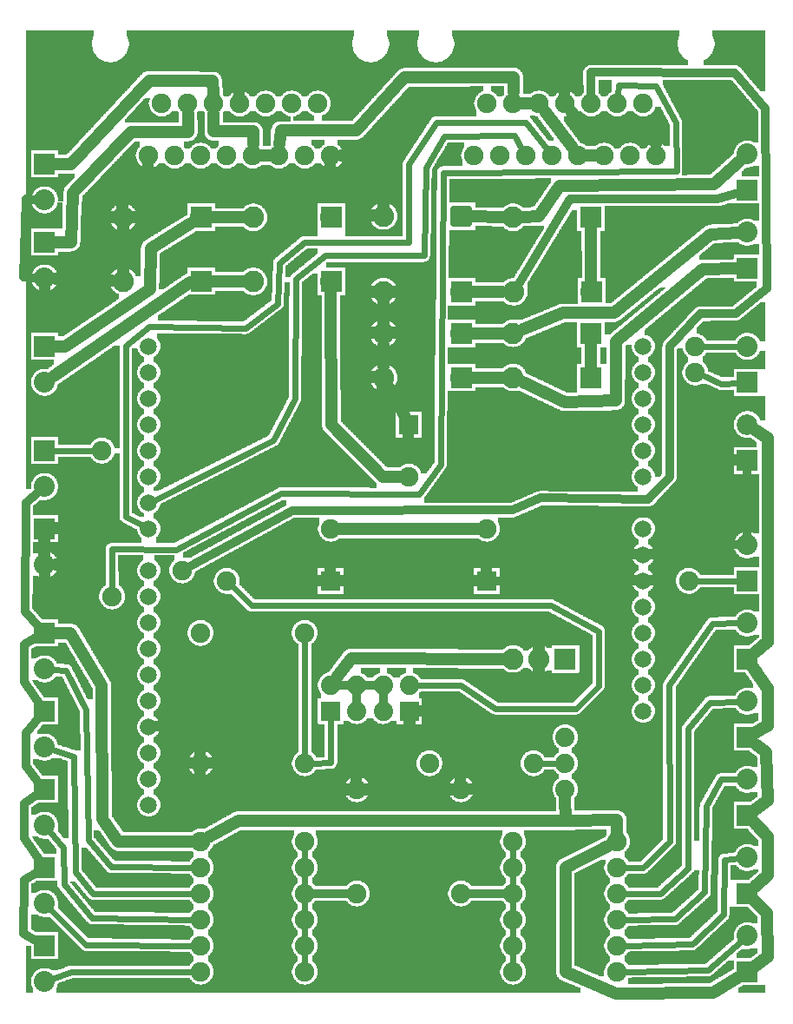
<source format=gbl>
G04 MADE WITH FRITZING*
G04 WWW.FRITZING.ORG*
G04 DOUBLE SIDED*
G04 HOLES PLATED*
G04 CONTOUR ON CENTER OF CONTOUR VECTOR*
%ASAXBY*%
%FSLAX23Y23*%
%MOIN*%
%OFA0B0*%
%SFA1.0B1.0*%
%ADD10C,0.075000*%
%ADD11C,0.065278*%
%ADD12C,0.075433*%
%ADD13C,0.074803*%
%ADD14C,0.082000*%
%ADD15C,0.074472*%
%ADD16C,0.074000*%
%ADD17C,0.080000*%
%ADD18C,0.079370*%
%ADD19R,0.075000X0.075000*%
%ADD20R,0.082000X0.082000*%
%ADD21R,0.074472X0.074108*%
%ADD22R,0.080000X0.080000*%
%ADD23R,0.079370X0.079370*%
%ADD24C,0.024000*%
%ADD25C,0.032000*%
%ADD26C,0.048000*%
%ADD27C,0.020000*%
%ADD28R,0.001000X0.001000*%
%LNCOPPER0*%
G90*
G70*
G54D10*
X2739Y3666D03*
X2590Y3475D03*
X1522Y2787D03*
X1951Y3115D03*
X2324Y2940D03*
X1737Y2895D03*
X1116Y2223D03*
X2107Y2888D03*
X608Y2488D03*
X2008Y2454D03*
X1738Y2198D03*
X115Y3679D03*
X2689Y1326D03*
X2677Y1038D03*
X2206Y474D03*
X2022Y590D03*
G54D11*
X2412Y2122D03*
X2412Y2222D03*
X2412Y2322D03*
X2412Y2422D03*
X2412Y2522D03*
X512Y1662D03*
X512Y1562D03*
X512Y1462D03*
X512Y1362D03*
X512Y1262D03*
X512Y1162D03*
X512Y1062D03*
X512Y962D03*
X512Y862D03*
X512Y762D03*
X512Y2522D03*
X512Y2422D03*
X512Y2322D03*
X512Y2222D03*
X512Y2122D03*
X512Y2022D03*
X512Y1922D03*
X512Y1822D03*
X2412Y1222D03*
X2412Y1122D03*
X2412Y1322D03*
X2412Y1422D03*
X2412Y1522D03*
X2412Y1622D03*
X2412Y1722D03*
X2412Y1822D03*
X2412Y2022D03*
G54D12*
X2612Y2422D03*
X2612Y2522D03*
X332Y2122D03*
X641Y1663D03*
X372Y1563D03*
G54D13*
X562Y3454D03*
X662Y3454D03*
X762Y3454D03*
X862Y3454D03*
X962Y3454D03*
X1062Y3454D03*
X1162Y3454D03*
X512Y3254D03*
X612Y3254D03*
X712Y3254D03*
X812Y3254D03*
X912Y3254D03*
X1012Y3254D03*
X1112Y3254D03*
X1212Y3254D03*
X1812Y3454D03*
X1912Y3454D03*
X2012Y3454D03*
X2112Y3454D03*
X2212Y3454D03*
X2312Y3454D03*
X2412Y3454D03*
X1762Y3254D03*
X1862Y3254D03*
X1962Y3254D03*
X2062Y3254D03*
X2162Y3254D03*
X2262Y3254D03*
X2362Y3254D03*
X2462Y3254D03*
G54D10*
X1512Y2222D03*
X1512Y2022D03*
X1812Y1622D03*
X1812Y1822D03*
X1212Y1622D03*
X1212Y1822D03*
G54D14*
X2112Y1322D03*
X2012Y1322D03*
X1912Y1322D03*
G54D15*
X1513Y1122D03*
X1513Y1222D03*
X1413Y1122D03*
X1413Y1222D03*
X1312Y1122D03*
X1312Y1222D03*
X1211Y1122D03*
X1211Y1222D03*
G54D10*
X711Y1422D03*
X1111Y1422D03*
X712Y922D03*
X1112Y922D03*
G54D16*
X2112Y822D03*
X2112Y922D03*
X2112Y1022D03*
G54D10*
X1590Y922D03*
X1990Y922D03*
G54D14*
X712Y2773D03*
X414Y2773D03*
X712Y3017D03*
X414Y3017D03*
X1212Y3017D03*
X914Y3017D03*
X1212Y2771D03*
X914Y2771D03*
X1712Y2572D03*
X1414Y2572D03*
X1712Y2403D03*
X1414Y2403D03*
X1712Y3022D03*
X1414Y3022D03*
X1712Y2732D03*
X1414Y2732D03*
X2210Y2572D03*
X1912Y2572D03*
X2210Y2403D03*
X1912Y2403D03*
X2210Y3017D03*
X1912Y3017D03*
X2212Y2731D03*
X1914Y2731D03*
G54D10*
X1712Y422D03*
X1712Y822D03*
X1312Y422D03*
X1312Y822D03*
G54D17*
X112Y1822D03*
X112Y1684D03*
X112Y2122D03*
X112Y1984D03*
X112Y2922D03*
X112Y2784D03*
X112Y2522D03*
X112Y2384D03*
X2812Y2822D03*
X2812Y2960D03*
X2812Y3122D03*
X2812Y3260D03*
X2812Y1622D03*
X2812Y1760D03*
X112Y3222D03*
X112Y3084D03*
X2812Y2384D03*
X2812Y2522D03*
X112Y822D03*
X112Y684D03*
X112Y1122D03*
X112Y984D03*
X112Y1422D03*
X112Y1284D03*
X112Y522D03*
X112Y384D03*
X2812Y1322D03*
X2812Y1460D03*
X2812Y1022D03*
X2812Y1160D03*
X2812Y722D03*
X2812Y860D03*
X2812Y422D03*
X2812Y560D03*
X2812Y122D03*
X2812Y260D03*
X112Y222D03*
X112Y84D03*
G54D10*
X2312Y122D03*
X1912Y122D03*
X712Y122D03*
X1112Y122D03*
X2312Y622D03*
X1912Y622D03*
X712Y622D03*
X1112Y622D03*
X2312Y222D03*
X1912Y222D03*
X712Y222D03*
X1112Y222D03*
X2312Y322D03*
X1912Y322D03*
X712Y322D03*
X1112Y322D03*
X2312Y522D03*
X1912Y522D03*
X712Y522D03*
X1112Y522D03*
X2312Y422D03*
X1912Y422D03*
X712Y422D03*
X1112Y422D03*
G54D12*
X2587Y1622D03*
X812Y1622D03*
G54D18*
X2812Y2084D03*
X2812Y2222D03*
G54D19*
X1512Y2222D03*
X1812Y1622D03*
X1212Y1622D03*
G54D20*
X2112Y1322D03*
G54D21*
X1513Y1122D03*
X1211Y1122D03*
G54D20*
X713Y2773D03*
X713Y3017D03*
X1213Y3017D03*
X1213Y2771D03*
X1713Y2572D03*
X1713Y2403D03*
X1713Y2732D03*
X2211Y2572D03*
X2211Y2403D03*
X2211Y3017D03*
X2213Y2731D03*
G54D22*
X112Y1822D03*
X112Y2122D03*
X112Y2922D03*
X112Y2522D03*
X2812Y2822D03*
X2812Y3122D03*
X2812Y1622D03*
X112Y3222D03*
X2812Y2384D03*
X112Y822D03*
X112Y1122D03*
X112Y1422D03*
X112Y522D03*
X2812Y1322D03*
X2812Y1022D03*
X2812Y722D03*
X2812Y422D03*
X2812Y122D03*
X112Y222D03*
G54D23*
X2812Y2084D03*
G54D24*
X2712Y2379D02*
X2781Y2383D01*
D02*
X2639Y2411D02*
X2712Y2379D01*
D02*
X2641Y2522D02*
X2781Y2522D01*
D02*
X143Y2122D02*
X303Y2122D01*
G54D25*
D02*
X37Y1505D02*
X39Y1921D01*
D02*
X39Y1921D02*
X89Y1964D01*
D02*
X91Y1445D02*
X37Y1505D01*
G54D26*
D02*
X212Y1423D02*
X143Y1422D01*
D02*
X334Y709D02*
X331Y1222D01*
D02*
X395Y623D02*
X334Y709D01*
D02*
X331Y1222D02*
X212Y1423D01*
D02*
X683Y622D02*
X395Y623D01*
D02*
X762Y3347D02*
X915Y3347D01*
D02*
X762Y3416D02*
X762Y3347D01*
D02*
X669Y2767D02*
X670Y2767D01*
D02*
X190Y2522D02*
X154Y2522D01*
D02*
X675Y2995D02*
X519Y2899D01*
G54D24*
D02*
X214Y122D02*
X683Y122D01*
D02*
X141Y95D02*
X214Y122D01*
D02*
X2085Y922D02*
X2019Y922D01*
D02*
X1112Y951D02*
X1111Y1394D01*
D02*
X2789Y240D02*
X2661Y129D01*
G54D26*
D02*
X1869Y1322D02*
X1289Y1325D01*
G54D25*
D02*
X85Y238D02*
X32Y269D01*
D02*
X32Y269D02*
X35Y475D01*
D02*
X35Y475D02*
X86Y506D01*
G54D24*
D02*
X2584Y519D02*
X2477Y422D01*
D02*
X2668Y1156D02*
X2584Y1054D01*
D02*
X2781Y1159D02*
X2668Y1156D01*
D02*
X2678Y1459D02*
X2512Y1222D01*
D02*
X2513Y622D02*
X2411Y521D01*
D02*
X2512Y1222D02*
X2513Y622D01*
D02*
X2781Y1460D02*
X2678Y1459D01*
D02*
X194Y1279D02*
X272Y1127D01*
D02*
X143Y1282D02*
X194Y1279D01*
D02*
X272Y1127D02*
X279Y628D01*
D02*
X368Y525D02*
X683Y522D01*
D02*
X279Y628D02*
X368Y525D01*
G54D26*
D02*
X1750Y3021D02*
X1874Y3018D01*
D02*
X876Y3017D02*
X750Y3017D01*
G54D24*
D02*
X1945Y3283D02*
X1917Y3330D01*
D02*
X1648Y3327D02*
X1576Y3209D01*
D02*
X1569Y2871D02*
X1189Y2871D01*
G54D26*
D02*
X1683Y822D02*
X1341Y822D01*
G54D25*
D02*
X2812Y2048D02*
X2812Y1797D01*
G54D26*
D02*
X1414Y2529D02*
X1414Y2446D01*
D02*
X2461Y3298D02*
X2461Y3342D01*
D02*
X2461Y3342D02*
X2202Y3337D01*
D02*
X2202Y3337D02*
X2135Y3424D01*
D02*
X414Y2810D02*
X414Y2980D01*
D02*
X876Y2772D02*
X750Y2772D01*
D02*
X1478Y2022D02*
X1412Y2022D01*
D02*
X1213Y2221D02*
X1212Y2734D01*
D02*
X2229Y3254D02*
X2195Y3254D01*
D02*
X2035Y3424D02*
X2139Y3285D01*
D02*
X1945Y3454D02*
X1979Y3454D01*
D02*
X2889Y1066D02*
X2889Y1210D01*
D02*
X2889Y778D02*
X2884Y964D01*
D02*
X2884Y964D02*
X2845Y996D01*
D02*
X2890Y491D02*
X2890Y641D01*
D02*
X2889Y178D02*
X2888Y347D01*
D02*
X1246Y1822D02*
X1778Y1822D01*
D02*
X945Y3254D02*
X979Y3254D01*
D02*
X1755Y2403D02*
X1869Y2403D01*
G54D24*
D02*
X2314Y3487D02*
X2316Y3526D01*
D02*
X2316Y3526D02*
X2462Y3523D01*
D02*
X2462Y3523D02*
X2537Y3380D01*
D02*
X2537Y3380D02*
X2539Y3194D01*
D02*
X2539Y3194D02*
X1644Y3189D01*
D02*
X1633Y2069D02*
X1550Y1954D01*
D02*
X1021Y1957D02*
X616Y1743D01*
G54D26*
D02*
X1952Y2589D02*
X2104Y2651D01*
G54D25*
D02*
X1912Y1895D02*
X1064Y1893D01*
D02*
X1064Y1893D02*
X672Y1679D01*
G54D24*
D02*
X1912Y351D02*
X1912Y394D01*
D02*
X1912Y494D02*
X1912Y451D01*
D02*
X1112Y451D02*
X1112Y494D01*
D02*
X1112Y594D02*
X1112Y551D01*
D02*
X1112Y251D02*
X1112Y294D01*
G54D25*
D02*
X33Y767D02*
X33Y634D01*
D02*
X33Y634D02*
X94Y548D01*
D02*
X87Y804D02*
X33Y767D01*
G54D24*
D02*
X271Y226D02*
X683Y222D01*
D02*
X134Y362D02*
X271Y226D01*
D02*
X293Y329D02*
X683Y323D01*
D02*
X186Y457D02*
X293Y329D01*
D02*
X184Y599D02*
X186Y457D01*
D02*
X132Y661D02*
X184Y599D01*
D02*
X298Y423D02*
X683Y422D01*
D02*
X224Y949D02*
X230Y504D01*
D02*
X142Y975D02*
X224Y949D01*
G54D25*
D02*
X94Y1148D02*
X33Y1234D01*
D02*
X33Y1234D02*
X33Y1378D01*
D02*
X33Y1378D02*
X85Y1407D01*
G54D24*
D02*
X2648Y427D02*
X2533Y325D01*
D02*
X2712Y860D02*
X2653Y758D01*
D02*
X2781Y860D02*
X2712Y860D01*
D02*
X2781Y557D02*
X2724Y552D01*
D02*
X2781Y1622D02*
X2616Y1622D01*
D02*
X1545Y1222D02*
X1712Y1222D01*
G54D26*
D02*
X2683Y3144D02*
X2785Y3236D01*
D02*
X1950Y3019D02*
X2011Y3023D01*
G54D25*
D02*
X1934Y2763D02*
X2132Y3088D01*
D02*
X2210Y3574D02*
X2764Y3573D01*
D02*
X2212Y3493D02*
X2210Y3574D01*
D02*
X2882Y3434D02*
X2886Y2746D01*
D02*
X2764Y3573D02*
X2882Y3434D01*
D02*
X2886Y2746D02*
X2767Y2649D01*
D02*
X2630Y2647D02*
X2513Y2522D01*
G54D26*
D02*
X1755Y2732D02*
X1871Y2732D01*
D02*
X1755Y2572D02*
X1869Y2572D01*
D02*
X2642Y2819D02*
X2308Y2542D01*
D02*
X2775Y2822D02*
X2642Y2819D01*
D02*
X1412Y2022D02*
X1213Y2221D01*
D02*
X2671Y2953D02*
X2775Y2958D01*
G54D24*
D02*
X370Y1744D02*
X371Y1592D01*
D02*
X616Y1743D02*
X370Y1744D01*
G54D26*
D02*
X112Y1791D02*
X112Y1716D01*
G54D24*
D02*
X230Y504D02*
X298Y423D01*
G54D26*
D02*
X742Y639D02*
X857Y702D01*
D02*
X857Y702D02*
X2113Y703D01*
D02*
X2312Y705D02*
X2312Y656D01*
D02*
X154Y2783D02*
X371Y2774D01*
D02*
X149Y2923D02*
X213Y2923D01*
D02*
X443Y3345D02*
X664Y3345D01*
D02*
X664Y3345D02*
X663Y3416D01*
D02*
X407Y1288D02*
X403Y769D01*
D02*
X403Y769D02*
X462Y694D01*
D02*
X899Y825D02*
X1283Y822D01*
D02*
X194Y1686D02*
X407Y1288D01*
D02*
X602Y692D02*
X899Y825D01*
D02*
X154Y1685D02*
X194Y1686D01*
D02*
X462Y694D02*
X602Y692D01*
G54D25*
D02*
X75Y2786D02*
X29Y2789D01*
D02*
X29Y2789D02*
X39Y3087D01*
D02*
X39Y3087D02*
X75Y3086D01*
G54D26*
D02*
X213Y2923D02*
X220Y3112D01*
D02*
X220Y3112D02*
X443Y3345D01*
G54D24*
D02*
X1912Y594D02*
X1912Y551D01*
G54D25*
D02*
X1283Y422D02*
X1141Y422D01*
G54D24*
D02*
X1112Y394D02*
X1112Y351D01*
G54D26*
D02*
X2892Y2169D02*
X2892Y1389D01*
G54D25*
D02*
X1912Y1623D02*
X1841Y1622D01*
D02*
X2678Y1761D02*
X2588Y1882D01*
D02*
X2588Y1882D02*
X2066Y1889D01*
D02*
X2781Y1760D02*
X2678Y1761D01*
G54D24*
D02*
X2584Y1054D02*
X2584Y519D01*
D02*
X2653Y758D02*
X2648Y427D01*
D02*
X2719Y340D02*
X2600Y228D01*
D02*
X2724Y552D02*
X2719Y340D01*
D02*
X2600Y228D02*
X2341Y223D01*
D02*
X2661Y129D02*
X2341Y123D01*
D02*
X2533Y325D02*
X2341Y323D01*
D02*
X2477Y422D02*
X2341Y422D01*
G54D26*
D02*
X2113Y703D02*
X2312Y705D01*
D02*
X2112Y790D02*
X2113Y703D01*
G54D25*
D02*
X1281Y1222D02*
X1243Y1222D01*
D02*
X1312Y1153D02*
X1312Y1191D01*
D02*
X1413Y1153D02*
X1413Y1191D01*
D02*
X1382Y1222D02*
X1343Y1222D01*
G54D24*
D02*
X906Y1529D02*
X833Y1602D01*
D02*
X2241Y1429D02*
X2056Y1528D01*
D02*
X2056Y1528D02*
X906Y1529D01*
D02*
X1211Y924D02*
X1141Y923D01*
D02*
X1211Y1091D02*
X1211Y924D01*
G54D26*
D02*
X1513Y822D02*
X1683Y822D01*
D02*
X1513Y1091D02*
X1513Y822D01*
G54D24*
D02*
X2241Y1219D02*
X2241Y1429D01*
D02*
X2154Y1133D02*
X2241Y1219D01*
G54D26*
D02*
X1289Y1325D02*
X1234Y1252D01*
G54D24*
D02*
X1712Y1222D02*
X1843Y1133D01*
D02*
X1843Y1133D02*
X2154Y1133D01*
D02*
X1112Y151D02*
X1112Y194D01*
D02*
X1912Y151D02*
X1912Y194D01*
D02*
X1912Y251D02*
X1912Y294D01*
G54D25*
D02*
X1741Y422D02*
X1883Y422D01*
G54D26*
D02*
X1435Y2365D02*
X1493Y2257D01*
G54D24*
D02*
X1550Y1954D02*
X1021Y1957D01*
D02*
X2411Y521D02*
X2341Y522D01*
G54D25*
D02*
X92Y1099D02*
X40Y1038D01*
D02*
X40Y1038D02*
X40Y910D01*
D02*
X40Y910D02*
X92Y846D01*
D02*
X2017Y1940D02*
X1912Y1895D01*
D02*
X2432Y1935D02*
X2017Y1940D01*
D02*
X2513Y2022D02*
X2432Y1935D01*
D02*
X1918Y1824D02*
X1912Y1623D01*
D02*
X2066Y1889D02*
X1918Y1824D01*
G54D26*
D02*
X2679Y43D02*
X2785Y106D01*
D02*
X2113Y122D02*
X2307Y39D01*
D02*
X2307Y39D02*
X2679Y43D01*
D02*
X2113Y523D02*
X2113Y122D01*
D02*
X2277Y604D02*
X2113Y523D01*
D02*
X2210Y2529D02*
X2210Y2446D01*
G54D25*
D02*
X2697Y3087D02*
X2777Y3112D01*
G54D26*
D02*
X2302Y2653D02*
X2671Y2953D01*
D02*
X513Y3543D02*
X758Y3541D01*
D02*
X758Y3541D02*
X760Y3493D01*
D02*
X149Y3222D02*
X213Y3222D01*
D02*
X213Y3222D02*
X513Y3543D01*
D02*
X2111Y2309D02*
X1951Y2384D01*
D02*
X2306Y2314D02*
X2111Y2309D01*
D02*
X2308Y2542D02*
X2306Y2314D01*
D02*
X2210Y2974D02*
X2212Y2775D01*
D02*
X2091Y3138D02*
X2683Y3144D01*
D02*
X2011Y3023D02*
X2091Y3138D01*
G54D25*
D02*
X2132Y3088D02*
X2697Y3087D01*
G54D26*
D02*
X2104Y2651D02*
X2302Y2653D01*
G54D25*
D02*
X2767Y2649D02*
X2630Y2647D01*
D02*
X2513Y2522D02*
X2513Y2022D01*
G54D26*
D02*
X1414Y2694D02*
X1414Y2610D01*
G54D24*
D02*
X1078Y2780D02*
X1074Y2320D01*
D02*
X990Y2162D02*
X540Y1936D01*
D02*
X1189Y2871D02*
X1078Y2780D01*
D02*
X1074Y2320D02*
X990Y2162D01*
D02*
X1917Y3330D02*
X1648Y3327D01*
G54D26*
D02*
X1412Y3122D02*
X1413Y3060D01*
D02*
X1325Y3256D02*
X1412Y3122D01*
D02*
X1250Y3255D02*
X1325Y3256D01*
G54D24*
D02*
X423Y1869D02*
X485Y1837D01*
D02*
X1616Y3380D02*
X1512Y3221D01*
D02*
X1962Y3382D02*
X1616Y3380D01*
D02*
X1512Y3221D02*
X1512Y2922D01*
D02*
X1007Y2686D02*
X884Y2593D01*
D02*
X1512Y2922D02*
X1111Y2922D01*
D02*
X884Y2593D02*
X515Y2597D01*
D02*
X2042Y3280D02*
X1962Y3382D01*
D02*
X423Y2525D02*
X423Y1869D01*
D02*
X1111Y2922D02*
X1015Y2843D01*
D02*
X515Y2597D02*
X423Y2525D01*
D02*
X1015Y2843D02*
X1007Y2686D01*
G54D26*
D02*
X517Y2742D02*
X190Y2522D01*
G54D24*
D02*
X1576Y3209D02*
X1569Y2871D01*
G54D26*
D02*
X1495Y3554D02*
X1914Y3556D01*
D02*
X1019Y3351D02*
X1310Y3352D01*
D02*
X1310Y3352D02*
X1495Y3554D01*
D02*
X1914Y3556D02*
X1913Y3498D01*
D02*
X1015Y3298D02*
X1019Y3351D01*
G54D24*
D02*
X1644Y3189D02*
X1633Y2069D01*
G54D26*
D02*
X519Y2899D02*
X517Y2742D01*
D02*
X915Y3347D02*
X913Y3298D01*
D02*
X670Y2767D02*
X147Y2408D01*
G36*
X2676Y3736D02*
X2676Y3716D01*
X2678Y3716D01*
X2678Y3712D01*
X2680Y3712D01*
X2680Y3708D01*
X2682Y3708D01*
X2682Y3700D01*
X2684Y3700D01*
X2684Y3690D01*
X2686Y3690D01*
X2686Y3676D01*
X2684Y3676D01*
X2684Y3666D01*
X2682Y3666D01*
X2682Y3660D01*
X2680Y3660D01*
X2680Y3654D01*
X2678Y3654D01*
X2678Y3650D01*
X2676Y3650D01*
X2676Y3646D01*
X2674Y3646D01*
X2674Y3644D01*
X2672Y3644D01*
X2672Y3640D01*
X2670Y3640D01*
X2670Y3638D01*
X2668Y3638D01*
X2668Y3636D01*
X2666Y3636D01*
X2666Y3634D01*
X2664Y3634D01*
X2664Y3632D01*
X2662Y3632D01*
X2662Y3630D01*
X2660Y3630D01*
X2660Y3628D01*
X2658Y3628D01*
X2658Y3626D01*
X2654Y3626D01*
X2654Y3624D01*
X2652Y3624D01*
X2652Y3622D01*
X2648Y3622D01*
X2648Y3620D01*
X2644Y3620D01*
X2644Y3600D01*
X2774Y3600D01*
X2774Y3598D01*
X2778Y3598D01*
X2778Y3596D01*
X2782Y3596D01*
X2782Y3594D01*
X2784Y3594D01*
X2784Y3592D01*
X2786Y3592D01*
X2786Y3590D01*
X2788Y3590D01*
X2788Y3588D01*
X2790Y3588D01*
X2790Y3584D01*
X2792Y3584D01*
X2792Y3582D01*
X2794Y3582D01*
X2794Y3580D01*
X2796Y3580D01*
X2796Y3578D01*
X2798Y3578D01*
X2798Y3576D01*
X2800Y3576D01*
X2800Y3572D01*
X2802Y3572D01*
X2802Y3570D01*
X2804Y3570D01*
X2804Y3568D01*
X2806Y3568D01*
X2806Y3566D01*
X2808Y3566D01*
X2808Y3564D01*
X2810Y3564D01*
X2810Y3562D01*
X2812Y3562D01*
X2812Y3558D01*
X2814Y3558D01*
X2814Y3556D01*
X2816Y3556D01*
X2816Y3554D01*
X2818Y3554D01*
X2818Y3552D01*
X2820Y3552D01*
X2820Y3550D01*
X2822Y3550D01*
X2822Y3546D01*
X2824Y3546D01*
X2824Y3544D01*
X2826Y3544D01*
X2826Y3542D01*
X2828Y3542D01*
X2828Y3540D01*
X2830Y3540D01*
X2830Y3538D01*
X2832Y3538D01*
X2832Y3536D01*
X2834Y3536D01*
X2834Y3532D01*
X2836Y3532D01*
X2836Y3530D01*
X2838Y3530D01*
X2838Y3528D01*
X2840Y3528D01*
X2840Y3526D01*
X2842Y3526D01*
X2842Y3524D01*
X2844Y3524D01*
X2844Y3520D01*
X2846Y3520D01*
X2846Y3518D01*
X2848Y3518D01*
X2848Y3516D01*
X2850Y3516D01*
X2850Y3514D01*
X2852Y3514D01*
X2852Y3512D01*
X2854Y3512D01*
X2854Y3510D01*
X2856Y3510D01*
X2856Y3506D01*
X2858Y3506D01*
X2858Y3504D01*
X2860Y3504D01*
X2860Y3502D01*
X2880Y3502D01*
X2880Y3736D01*
X2676Y3736D01*
G37*
D02*
G36*
X2240Y3546D02*
X2240Y3494D01*
X2242Y3494D01*
X2242Y3492D01*
X2244Y3492D01*
X2244Y3490D01*
X2248Y3490D01*
X2248Y3486D01*
X2250Y3486D01*
X2250Y3484D01*
X2252Y3484D01*
X2252Y3482D01*
X2272Y3482D01*
X2272Y3484D01*
X2274Y3484D01*
X2274Y3486D01*
X2276Y3486D01*
X2276Y3488D01*
X2278Y3488D01*
X2278Y3490D01*
X2280Y3490D01*
X2280Y3492D01*
X2282Y3492D01*
X2282Y3494D01*
X2284Y3494D01*
X2284Y3496D01*
X2288Y3496D01*
X2288Y3498D01*
X2290Y3498D01*
X2290Y3510D01*
X2292Y3510D01*
X2292Y3546D01*
X2240Y3546D01*
G37*
D02*
G36*
X2488Y3546D02*
X2488Y3524D01*
X2490Y3524D01*
X2490Y3520D01*
X2492Y3520D01*
X2492Y3516D01*
X2494Y3516D01*
X2494Y3512D01*
X2496Y3512D01*
X2496Y3508D01*
X2498Y3508D01*
X2498Y3504D01*
X2500Y3504D01*
X2500Y3500D01*
X2502Y3500D01*
X2502Y3496D01*
X2504Y3496D01*
X2504Y3494D01*
X2506Y3494D01*
X2506Y3490D01*
X2508Y3490D01*
X2508Y3486D01*
X2510Y3486D01*
X2510Y3482D01*
X2512Y3482D01*
X2512Y3478D01*
X2514Y3478D01*
X2514Y3474D01*
X2516Y3474D01*
X2516Y3470D01*
X2518Y3470D01*
X2518Y3466D01*
X2520Y3466D01*
X2520Y3462D01*
X2522Y3462D01*
X2522Y3458D01*
X2524Y3458D01*
X2524Y3456D01*
X2526Y3456D01*
X2526Y3452D01*
X2528Y3452D01*
X2528Y3448D01*
X2530Y3448D01*
X2530Y3444D01*
X2532Y3444D01*
X2532Y3440D01*
X2534Y3440D01*
X2534Y3436D01*
X2536Y3436D01*
X2536Y3432D01*
X2538Y3432D01*
X2538Y3428D01*
X2540Y3428D01*
X2540Y3424D01*
X2542Y3424D01*
X2542Y3420D01*
X2544Y3420D01*
X2544Y3418D01*
X2546Y3418D01*
X2546Y3414D01*
X2548Y3414D01*
X2548Y3410D01*
X2550Y3410D01*
X2550Y3406D01*
X2552Y3406D01*
X2552Y3402D01*
X2554Y3402D01*
X2554Y3398D01*
X2556Y3398D01*
X2556Y3394D01*
X2558Y3394D01*
X2558Y3390D01*
X2560Y3390D01*
X2560Y3384D01*
X2562Y3384D01*
X2562Y3312D01*
X2820Y3312D01*
X2820Y3310D01*
X2828Y3310D01*
X2828Y3308D01*
X2834Y3308D01*
X2834Y3306D01*
X2854Y3306D01*
X2854Y3424D01*
X2852Y3424D01*
X2852Y3428D01*
X2850Y3428D01*
X2850Y3430D01*
X2848Y3430D01*
X2848Y3432D01*
X2846Y3432D01*
X2846Y3434D01*
X2844Y3434D01*
X2844Y3436D01*
X2842Y3436D01*
X2842Y3440D01*
X2840Y3440D01*
X2840Y3442D01*
X2838Y3442D01*
X2838Y3444D01*
X2836Y3444D01*
X2836Y3446D01*
X2834Y3446D01*
X2834Y3448D01*
X2832Y3448D01*
X2832Y3450D01*
X2830Y3450D01*
X2830Y3454D01*
X2828Y3454D01*
X2828Y3456D01*
X2826Y3456D01*
X2826Y3458D01*
X2824Y3458D01*
X2824Y3460D01*
X2822Y3460D01*
X2822Y3462D01*
X2820Y3462D01*
X2820Y3464D01*
X2818Y3464D01*
X2818Y3468D01*
X2816Y3468D01*
X2816Y3470D01*
X2814Y3470D01*
X2814Y3472D01*
X2812Y3472D01*
X2812Y3474D01*
X2810Y3474D01*
X2810Y3476D01*
X2808Y3476D01*
X2808Y3480D01*
X2806Y3480D01*
X2806Y3482D01*
X2804Y3482D01*
X2804Y3484D01*
X2802Y3484D01*
X2802Y3486D01*
X2800Y3486D01*
X2800Y3488D01*
X2798Y3488D01*
X2798Y3490D01*
X2796Y3490D01*
X2796Y3494D01*
X2794Y3494D01*
X2794Y3496D01*
X2792Y3496D01*
X2792Y3498D01*
X2790Y3498D01*
X2790Y3500D01*
X2788Y3500D01*
X2788Y3502D01*
X2786Y3502D01*
X2786Y3506D01*
X2784Y3506D01*
X2784Y3508D01*
X2782Y3508D01*
X2782Y3510D01*
X2780Y3510D01*
X2780Y3512D01*
X2778Y3512D01*
X2778Y3514D01*
X2776Y3514D01*
X2776Y3516D01*
X2774Y3516D01*
X2774Y3520D01*
X2772Y3520D01*
X2772Y3522D01*
X2770Y3522D01*
X2770Y3524D01*
X2768Y3524D01*
X2768Y3526D01*
X2766Y3526D01*
X2766Y3528D01*
X2764Y3528D01*
X2764Y3532D01*
X2762Y3532D01*
X2762Y3534D01*
X2760Y3534D01*
X2760Y3536D01*
X2758Y3536D01*
X2758Y3538D01*
X2756Y3538D01*
X2756Y3540D01*
X2754Y3540D01*
X2754Y3542D01*
X2752Y3542D01*
X2752Y3544D01*
X2526Y3544D01*
X2526Y3546D01*
X2488Y3546D01*
G37*
D02*
G36*
X2562Y3312D02*
X2562Y3178D01*
X2582Y3178D01*
X2582Y3180D01*
X2670Y3180D01*
X2670Y3182D01*
X2672Y3182D01*
X2672Y3184D01*
X2674Y3184D01*
X2674Y3186D01*
X2676Y3186D01*
X2676Y3188D01*
X2678Y3188D01*
X2678Y3190D01*
X2680Y3190D01*
X2680Y3192D01*
X2684Y3192D01*
X2684Y3194D01*
X2686Y3194D01*
X2686Y3196D01*
X2688Y3196D01*
X2688Y3198D01*
X2690Y3198D01*
X2690Y3200D01*
X2692Y3200D01*
X2692Y3202D01*
X2694Y3202D01*
X2694Y3204D01*
X2696Y3204D01*
X2696Y3206D01*
X2698Y3206D01*
X2698Y3208D01*
X2702Y3208D01*
X2702Y3210D01*
X2704Y3210D01*
X2704Y3212D01*
X2706Y3212D01*
X2706Y3214D01*
X2708Y3214D01*
X2708Y3216D01*
X2710Y3216D01*
X2710Y3218D01*
X2712Y3218D01*
X2712Y3220D01*
X2714Y3220D01*
X2714Y3222D01*
X2716Y3222D01*
X2716Y3224D01*
X2720Y3224D01*
X2720Y3226D01*
X2722Y3226D01*
X2722Y3228D01*
X2724Y3228D01*
X2724Y3230D01*
X2726Y3230D01*
X2726Y3232D01*
X2728Y3232D01*
X2728Y3234D01*
X2730Y3234D01*
X2730Y3236D01*
X2732Y3236D01*
X2732Y3238D01*
X2734Y3238D01*
X2734Y3240D01*
X2738Y3240D01*
X2738Y3242D01*
X2740Y3242D01*
X2740Y3244D01*
X2742Y3244D01*
X2742Y3246D01*
X2744Y3246D01*
X2744Y3248D01*
X2746Y3248D01*
X2746Y3250D01*
X2748Y3250D01*
X2748Y3252D01*
X2750Y3252D01*
X2750Y3254D01*
X2752Y3254D01*
X2752Y3256D01*
X2754Y3256D01*
X2754Y3258D01*
X2758Y3258D01*
X2758Y3260D01*
X2760Y3260D01*
X2760Y3268D01*
X2762Y3268D01*
X2762Y3276D01*
X2764Y3276D01*
X2764Y3282D01*
X2766Y3282D01*
X2766Y3286D01*
X2768Y3286D01*
X2768Y3288D01*
X2770Y3288D01*
X2770Y3292D01*
X2772Y3292D01*
X2772Y3294D01*
X2774Y3294D01*
X2774Y3296D01*
X2776Y3296D01*
X2776Y3298D01*
X2778Y3298D01*
X2778Y3300D01*
X2780Y3300D01*
X2780Y3302D01*
X2784Y3302D01*
X2784Y3304D01*
X2788Y3304D01*
X2788Y3306D01*
X2790Y3306D01*
X2790Y3308D01*
X2796Y3308D01*
X2796Y3310D01*
X2804Y3310D01*
X2804Y3312D01*
X2562Y3312D01*
G37*
D02*
G36*
X1826Y3520D02*
X1826Y3500D01*
X1832Y3500D01*
X1832Y3498D01*
X1836Y3498D01*
X1836Y3496D01*
X1840Y3496D01*
X1840Y3494D01*
X1842Y3494D01*
X1842Y3492D01*
X1844Y3492D01*
X1844Y3490D01*
X1848Y3490D01*
X1848Y3486D01*
X1850Y3486D01*
X1850Y3484D01*
X1852Y3484D01*
X1852Y3482D01*
X1872Y3482D01*
X1872Y3484D01*
X1874Y3484D01*
X1874Y3486D01*
X1876Y3486D01*
X1876Y3520D01*
X1826Y3520D01*
G37*
D02*
G36*
X498Y3476D02*
X498Y3474D01*
X496Y3474D01*
X496Y3472D01*
X494Y3472D01*
X494Y3470D01*
X492Y3470D01*
X492Y3468D01*
X490Y3468D01*
X490Y3464D01*
X488Y3464D01*
X488Y3462D01*
X486Y3462D01*
X486Y3460D01*
X484Y3460D01*
X484Y3458D01*
X482Y3458D01*
X482Y3456D01*
X480Y3456D01*
X480Y3454D01*
X478Y3454D01*
X478Y3452D01*
X476Y3452D01*
X476Y3450D01*
X474Y3450D01*
X474Y3448D01*
X472Y3448D01*
X472Y3446D01*
X470Y3446D01*
X470Y3444D01*
X468Y3444D01*
X468Y3442D01*
X466Y3442D01*
X466Y3440D01*
X464Y3440D01*
X464Y3438D01*
X462Y3438D01*
X462Y3434D01*
X460Y3434D01*
X460Y3432D01*
X458Y3432D01*
X458Y3430D01*
X456Y3430D01*
X456Y3428D01*
X454Y3428D01*
X454Y3426D01*
X452Y3426D01*
X452Y3424D01*
X450Y3424D01*
X450Y3422D01*
X448Y3422D01*
X448Y3420D01*
X446Y3420D01*
X446Y3418D01*
X444Y3418D01*
X444Y3416D01*
X442Y3416D01*
X442Y3414D01*
X440Y3414D01*
X440Y3412D01*
X438Y3412D01*
X438Y3410D01*
X436Y3410D01*
X436Y3408D01*
X434Y3408D01*
X434Y3404D01*
X558Y3404D01*
X558Y3406D01*
X548Y3406D01*
X548Y3408D01*
X542Y3408D01*
X542Y3410D01*
X538Y3410D01*
X538Y3412D01*
X536Y3412D01*
X536Y3414D01*
X532Y3414D01*
X532Y3416D01*
X530Y3416D01*
X530Y3418D01*
X528Y3418D01*
X528Y3420D01*
X526Y3420D01*
X526Y3422D01*
X524Y3422D01*
X524Y3424D01*
X522Y3424D01*
X522Y3428D01*
X520Y3428D01*
X520Y3430D01*
X518Y3430D01*
X518Y3434D01*
X516Y3434D01*
X516Y3440D01*
X514Y3440D01*
X514Y3450D01*
X512Y3450D01*
X512Y3458D01*
X514Y3458D01*
X514Y3468D01*
X516Y3468D01*
X516Y3474D01*
X518Y3474D01*
X518Y3476D01*
X498Y3476D01*
G37*
D02*
G36*
X602Y3426D02*
X602Y3424D01*
X600Y3424D01*
X600Y3422D01*
X598Y3422D01*
X598Y3420D01*
X596Y3420D01*
X596Y3418D01*
X594Y3418D01*
X594Y3416D01*
X592Y3416D01*
X592Y3414D01*
X590Y3414D01*
X590Y3412D01*
X586Y3412D01*
X586Y3410D01*
X582Y3410D01*
X582Y3408D01*
X576Y3408D01*
X576Y3406D01*
X566Y3406D01*
X566Y3404D01*
X626Y3404D01*
X626Y3422D01*
X624Y3422D01*
X624Y3424D01*
X622Y3424D01*
X622Y3426D01*
X602Y3426D01*
G37*
D02*
G36*
X432Y3404D02*
X432Y3402D01*
X626Y3402D01*
X626Y3404D01*
X432Y3404D01*
G37*
D02*
G36*
X432Y3404D02*
X432Y3402D01*
X626Y3402D01*
X626Y3404D01*
X432Y3404D01*
G37*
D02*
G36*
X430Y3402D02*
X430Y3400D01*
X428Y3400D01*
X428Y3398D01*
X426Y3398D01*
X426Y3396D01*
X424Y3396D01*
X424Y3394D01*
X422Y3394D01*
X422Y3392D01*
X420Y3392D01*
X420Y3380D01*
X626Y3380D01*
X626Y3402D01*
X430Y3402D01*
G37*
D02*
G36*
X702Y3426D02*
X702Y3424D01*
X700Y3424D01*
X700Y3422D01*
X698Y3422D01*
X698Y3390D01*
X700Y3390D01*
X700Y3338D01*
X698Y3338D01*
X698Y3332D01*
X696Y3332D01*
X696Y3328D01*
X694Y3328D01*
X694Y3324D01*
X692Y3324D01*
X692Y3322D01*
X690Y3322D01*
X690Y3320D01*
X688Y3320D01*
X688Y3318D01*
X686Y3318D01*
X686Y3316D01*
X684Y3316D01*
X684Y3314D01*
X680Y3314D01*
X680Y3312D01*
X676Y3312D01*
X676Y3310D01*
X666Y3310D01*
X666Y3308D01*
X648Y3308D01*
X648Y3304D01*
X718Y3304D01*
X718Y3302D01*
X726Y3302D01*
X726Y3300D01*
X732Y3300D01*
X732Y3298D01*
X736Y3298D01*
X736Y3296D01*
X740Y3296D01*
X740Y3294D01*
X742Y3294D01*
X742Y3292D01*
X744Y3292D01*
X744Y3290D01*
X748Y3290D01*
X748Y3286D01*
X750Y3286D01*
X750Y3284D01*
X752Y3284D01*
X752Y3282D01*
X772Y3282D01*
X772Y3284D01*
X774Y3284D01*
X774Y3286D01*
X776Y3286D01*
X776Y3288D01*
X778Y3288D01*
X778Y3290D01*
X780Y3290D01*
X780Y3310D01*
X758Y3310D01*
X758Y3312D01*
X750Y3312D01*
X750Y3314D01*
X744Y3314D01*
X744Y3316D01*
X742Y3316D01*
X742Y3318D01*
X738Y3318D01*
X738Y3320D01*
X736Y3320D01*
X736Y3322D01*
X734Y3322D01*
X734Y3326D01*
X732Y3326D01*
X732Y3328D01*
X730Y3328D01*
X730Y3332D01*
X728Y3332D01*
X728Y3338D01*
X726Y3338D01*
X726Y3422D01*
X724Y3422D01*
X724Y3424D01*
X722Y3424D01*
X722Y3426D01*
X702Y3426D01*
G37*
D02*
G36*
X648Y3304D02*
X648Y3286D01*
X650Y3286D01*
X650Y3284D01*
X652Y3284D01*
X652Y3282D01*
X672Y3282D01*
X672Y3284D01*
X674Y3284D01*
X674Y3286D01*
X676Y3286D01*
X676Y3288D01*
X678Y3288D01*
X678Y3290D01*
X680Y3290D01*
X680Y3292D01*
X682Y3292D01*
X682Y3294D01*
X684Y3294D01*
X684Y3296D01*
X688Y3296D01*
X688Y3298D01*
X692Y3298D01*
X692Y3300D01*
X698Y3300D01*
X698Y3302D01*
X706Y3302D01*
X706Y3304D01*
X648Y3304D01*
G37*
D02*
G36*
X802Y3426D02*
X802Y3424D01*
X800Y3424D01*
X800Y3422D01*
X798Y3422D01*
X798Y3404D01*
X858Y3404D01*
X858Y3406D01*
X848Y3406D01*
X848Y3408D01*
X842Y3408D01*
X842Y3410D01*
X838Y3410D01*
X838Y3412D01*
X836Y3412D01*
X836Y3414D01*
X832Y3414D01*
X832Y3416D01*
X830Y3416D01*
X830Y3418D01*
X828Y3418D01*
X828Y3420D01*
X826Y3420D01*
X826Y3422D01*
X824Y3422D01*
X824Y3424D01*
X822Y3424D01*
X822Y3426D01*
X802Y3426D01*
G37*
D02*
G36*
X902Y3426D02*
X902Y3424D01*
X900Y3424D01*
X900Y3422D01*
X898Y3422D01*
X898Y3420D01*
X896Y3420D01*
X896Y3418D01*
X894Y3418D01*
X894Y3416D01*
X892Y3416D01*
X892Y3414D01*
X890Y3414D01*
X890Y3412D01*
X886Y3412D01*
X886Y3410D01*
X882Y3410D01*
X882Y3408D01*
X876Y3408D01*
X876Y3406D01*
X866Y3406D01*
X866Y3404D01*
X958Y3404D01*
X958Y3406D01*
X948Y3406D01*
X948Y3408D01*
X942Y3408D01*
X942Y3410D01*
X938Y3410D01*
X938Y3412D01*
X936Y3412D01*
X936Y3414D01*
X932Y3414D01*
X932Y3416D01*
X930Y3416D01*
X930Y3418D01*
X928Y3418D01*
X928Y3420D01*
X926Y3420D01*
X926Y3422D01*
X924Y3422D01*
X924Y3424D01*
X922Y3424D01*
X922Y3426D01*
X902Y3426D01*
G37*
D02*
G36*
X1002Y3426D02*
X1002Y3424D01*
X1000Y3424D01*
X1000Y3422D01*
X998Y3422D01*
X998Y3420D01*
X996Y3420D01*
X996Y3418D01*
X994Y3418D01*
X994Y3416D01*
X992Y3416D01*
X992Y3414D01*
X990Y3414D01*
X990Y3412D01*
X986Y3412D01*
X986Y3410D01*
X982Y3410D01*
X982Y3408D01*
X976Y3408D01*
X976Y3406D01*
X966Y3406D01*
X966Y3404D01*
X1058Y3404D01*
X1058Y3406D01*
X1048Y3406D01*
X1048Y3408D01*
X1042Y3408D01*
X1042Y3410D01*
X1038Y3410D01*
X1038Y3412D01*
X1036Y3412D01*
X1036Y3414D01*
X1032Y3414D01*
X1032Y3416D01*
X1030Y3416D01*
X1030Y3418D01*
X1028Y3418D01*
X1028Y3420D01*
X1026Y3420D01*
X1026Y3422D01*
X1024Y3422D01*
X1024Y3424D01*
X1022Y3424D01*
X1022Y3426D01*
X1002Y3426D01*
G37*
D02*
G36*
X798Y3404D02*
X798Y3402D01*
X1058Y3402D01*
X1058Y3404D01*
X798Y3404D01*
G37*
D02*
G36*
X798Y3404D02*
X798Y3402D01*
X1058Y3402D01*
X1058Y3404D01*
X798Y3404D01*
G37*
D02*
G36*
X798Y3404D02*
X798Y3402D01*
X1058Y3402D01*
X1058Y3404D01*
X798Y3404D01*
G37*
D02*
G36*
X798Y3402D02*
X798Y3382D01*
X926Y3382D01*
X926Y3380D01*
X930Y3380D01*
X930Y3378D01*
X934Y3378D01*
X934Y3376D01*
X938Y3376D01*
X938Y3374D01*
X940Y3374D01*
X940Y3372D01*
X942Y3372D01*
X942Y3368D01*
X944Y3368D01*
X944Y3366D01*
X946Y3366D01*
X946Y3362D01*
X948Y3362D01*
X948Y3358D01*
X950Y3358D01*
X950Y3290D01*
X980Y3290D01*
X980Y3324D01*
X982Y3324D01*
X982Y3354D01*
X984Y3354D01*
X984Y3362D01*
X986Y3362D01*
X986Y3368D01*
X988Y3368D01*
X988Y3370D01*
X990Y3370D01*
X990Y3374D01*
X992Y3374D01*
X992Y3376D01*
X994Y3376D01*
X994Y3378D01*
X996Y3378D01*
X996Y3380D01*
X1000Y3380D01*
X1000Y3382D01*
X1004Y3382D01*
X1004Y3384D01*
X1008Y3384D01*
X1008Y3386D01*
X1058Y3386D01*
X1058Y3402D01*
X798Y3402D01*
G37*
D02*
G36*
X1102Y3426D02*
X1102Y3424D01*
X1100Y3424D01*
X1100Y3422D01*
X1098Y3422D01*
X1098Y3420D01*
X1096Y3420D01*
X1096Y3418D01*
X1094Y3418D01*
X1094Y3416D01*
X1092Y3416D01*
X1092Y3414D01*
X1090Y3414D01*
X1090Y3412D01*
X1086Y3412D01*
X1086Y3410D01*
X1082Y3410D01*
X1082Y3408D01*
X1076Y3408D01*
X1076Y3406D01*
X1066Y3406D01*
X1066Y3388D01*
X1148Y3388D01*
X1148Y3408D01*
X1142Y3408D01*
X1142Y3410D01*
X1138Y3410D01*
X1138Y3412D01*
X1136Y3412D01*
X1136Y3414D01*
X1132Y3414D01*
X1132Y3416D01*
X1130Y3416D01*
X1130Y3418D01*
X1128Y3418D01*
X1128Y3420D01*
X1126Y3420D01*
X1126Y3422D01*
X1124Y3422D01*
X1124Y3424D01*
X1122Y3424D01*
X1122Y3426D01*
X1102Y3426D01*
G37*
D02*
G36*
X2458Y3440D02*
X2458Y3434D01*
X2456Y3434D01*
X2456Y3430D01*
X2454Y3430D01*
X2454Y3426D01*
X2452Y3426D01*
X2452Y3424D01*
X2450Y3424D01*
X2450Y3422D01*
X2448Y3422D01*
X2448Y3420D01*
X2446Y3420D01*
X2446Y3418D01*
X2444Y3418D01*
X2444Y3416D01*
X2442Y3416D01*
X2442Y3414D01*
X2440Y3414D01*
X2440Y3412D01*
X2436Y3412D01*
X2436Y3410D01*
X2432Y3410D01*
X2432Y3408D01*
X2426Y3408D01*
X2426Y3406D01*
X2416Y3406D01*
X2416Y3404D01*
X2498Y3404D01*
X2498Y3406D01*
X2496Y3406D01*
X2496Y3408D01*
X2494Y3408D01*
X2494Y3412D01*
X2492Y3412D01*
X2492Y3416D01*
X2490Y3416D01*
X2490Y3420D01*
X2488Y3420D01*
X2488Y3424D01*
X2486Y3424D01*
X2486Y3428D01*
X2484Y3428D01*
X2484Y3432D01*
X2482Y3432D01*
X2482Y3436D01*
X2480Y3436D01*
X2480Y3440D01*
X2458Y3440D01*
G37*
D02*
G36*
X2152Y3426D02*
X2152Y3424D01*
X2150Y3424D01*
X2150Y3422D01*
X2148Y3422D01*
X2148Y3420D01*
X2146Y3420D01*
X2146Y3418D01*
X2144Y3418D01*
X2144Y3416D01*
X2142Y3416D01*
X2142Y3414D01*
X2140Y3414D01*
X2140Y3412D01*
X2136Y3412D01*
X2136Y3410D01*
X2132Y3410D01*
X2132Y3408D01*
X2126Y3408D01*
X2126Y3406D01*
X2116Y3406D01*
X2116Y3404D01*
X2208Y3404D01*
X2208Y3406D01*
X2198Y3406D01*
X2198Y3408D01*
X2192Y3408D01*
X2192Y3410D01*
X2188Y3410D01*
X2188Y3412D01*
X2186Y3412D01*
X2186Y3414D01*
X2182Y3414D01*
X2182Y3416D01*
X2180Y3416D01*
X2180Y3418D01*
X2178Y3418D01*
X2178Y3420D01*
X2176Y3420D01*
X2176Y3422D01*
X2174Y3422D01*
X2174Y3424D01*
X2172Y3424D01*
X2172Y3426D01*
X2152Y3426D01*
G37*
D02*
G36*
X2252Y3426D02*
X2252Y3424D01*
X2250Y3424D01*
X2250Y3422D01*
X2248Y3422D01*
X2248Y3420D01*
X2246Y3420D01*
X2246Y3418D01*
X2244Y3418D01*
X2244Y3416D01*
X2242Y3416D01*
X2242Y3414D01*
X2240Y3414D01*
X2240Y3412D01*
X2236Y3412D01*
X2236Y3410D01*
X2232Y3410D01*
X2232Y3408D01*
X2226Y3408D01*
X2226Y3406D01*
X2216Y3406D01*
X2216Y3404D01*
X2308Y3404D01*
X2308Y3406D01*
X2298Y3406D01*
X2298Y3408D01*
X2292Y3408D01*
X2292Y3410D01*
X2288Y3410D01*
X2288Y3412D01*
X2286Y3412D01*
X2286Y3414D01*
X2282Y3414D01*
X2282Y3416D01*
X2280Y3416D01*
X2280Y3418D01*
X2278Y3418D01*
X2278Y3420D01*
X2276Y3420D01*
X2276Y3422D01*
X2274Y3422D01*
X2274Y3424D01*
X2272Y3424D01*
X2272Y3426D01*
X2252Y3426D01*
G37*
D02*
G36*
X2352Y3426D02*
X2352Y3424D01*
X2350Y3424D01*
X2350Y3422D01*
X2348Y3422D01*
X2348Y3420D01*
X2346Y3420D01*
X2346Y3418D01*
X2344Y3418D01*
X2344Y3416D01*
X2342Y3416D01*
X2342Y3414D01*
X2340Y3414D01*
X2340Y3412D01*
X2336Y3412D01*
X2336Y3410D01*
X2332Y3410D01*
X2332Y3408D01*
X2326Y3408D01*
X2326Y3406D01*
X2316Y3406D01*
X2316Y3404D01*
X2408Y3404D01*
X2408Y3406D01*
X2398Y3406D01*
X2398Y3408D01*
X2392Y3408D01*
X2392Y3410D01*
X2388Y3410D01*
X2388Y3412D01*
X2386Y3412D01*
X2386Y3414D01*
X2382Y3414D01*
X2382Y3416D01*
X2380Y3416D01*
X2380Y3418D01*
X2378Y3418D01*
X2378Y3420D01*
X2376Y3420D01*
X2376Y3422D01*
X2374Y3422D01*
X2374Y3424D01*
X2372Y3424D01*
X2372Y3426D01*
X2352Y3426D01*
G37*
D02*
G36*
X2108Y3404D02*
X2108Y3402D01*
X2498Y3402D01*
X2498Y3404D01*
X2108Y3404D01*
G37*
D02*
G36*
X2108Y3404D02*
X2108Y3402D01*
X2498Y3402D01*
X2498Y3404D01*
X2108Y3404D01*
G37*
D02*
G36*
X2108Y3404D02*
X2108Y3402D01*
X2498Y3402D01*
X2498Y3404D01*
X2108Y3404D01*
G37*
D02*
G36*
X2108Y3404D02*
X2108Y3402D01*
X2498Y3402D01*
X2498Y3404D01*
X2108Y3404D01*
G37*
D02*
G36*
X2108Y3402D02*
X2108Y3384D01*
X2110Y3384D01*
X2110Y3382D01*
X2112Y3382D01*
X2112Y3380D01*
X2114Y3380D01*
X2114Y3376D01*
X2116Y3376D01*
X2116Y3374D01*
X2118Y3374D01*
X2118Y3372D01*
X2120Y3372D01*
X2120Y3368D01*
X2122Y3368D01*
X2122Y3366D01*
X2124Y3366D01*
X2124Y3364D01*
X2126Y3364D01*
X2126Y3360D01*
X2128Y3360D01*
X2128Y3358D01*
X2130Y3358D01*
X2130Y3356D01*
X2132Y3356D01*
X2132Y3352D01*
X2134Y3352D01*
X2134Y3350D01*
X2136Y3350D01*
X2136Y3348D01*
X2138Y3348D01*
X2138Y3344D01*
X2140Y3344D01*
X2140Y3342D01*
X2142Y3342D01*
X2142Y3340D01*
X2144Y3340D01*
X2144Y3336D01*
X2146Y3336D01*
X2146Y3334D01*
X2148Y3334D01*
X2148Y3332D01*
X2150Y3332D01*
X2150Y3328D01*
X2152Y3328D01*
X2152Y3326D01*
X2154Y3326D01*
X2154Y3324D01*
X2156Y3324D01*
X2156Y3320D01*
X2158Y3320D01*
X2158Y3318D01*
X2160Y3318D01*
X2160Y3316D01*
X2162Y3316D01*
X2162Y3312D01*
X2164Y3312D01*
X2164Y3310D01*
X2166Y3310D01*
X2166Y3308D01*
X2168Y3308D01*
X2168Y3304D01*
X2468Y3304D01*
X2468Y3302D01*
X2476Y3302D01*
X2476Y3300D01*
X2482Y3300D01*
X2482Y3298D01*
X2486Y3298D01*
X2486Y3296D01*
X2490Y3296D01*
X2490Y3294D01*
X2492Y3294D01*
X2492Y3292D01*
X2494Y3292D01*
X2494Y3290D01*
X2514Y3290D01*
X2514Y3374D01*
X2512Y3374D01*
X2512Y3378D01*
X2510Y3378D01*
X2510Y3382D01*
X2508Y3382D01*
X2508Y3386D01*
X2506Y3386D01*
X2506Y3390D01*
X2504Y3390D01*
X2504Y3394D01*
X2502Y3394D01*
X2502Y3398D01*
X2500Y3398D01*
X2500Y3402D01*
X2108Y3402D01*
G37*
D02*
G36*
X2170Y3304D02*
X2170Y3302D01*
X2176Y3302D01*
X2176Y3300D01*
X2182Y3300D01*
X2182Y3298D01*
X2186Y3298D01*
X2186Y3296D01*
X2190Y3296D01*
X2190Y3294D01*
X2192Y3294D01*
X2192Y3292D01*
X2194Y3292D01*
X2194Y3290D01*
X2230Y3290D01*
X2230Y3292D01*
X2232Y3292D01*
X2232Y3294D01*
X2234Y3294D01*
X2234Y3296D01*
X2238Y3296D01*
X2238Y3298D01*
X2242Y3298D01*
X2242Y3300D01*
X2248Y3300D01*
X2248Y3302D01*
X2256Y3302D01*
X2256Y3304D01*
X2170Y3304D01*
G37*
D02*
G36*
X2268Y3304D02*
X2268Y3302D01*
X2276Y3302D01*
X2276Y3300D01*
X2282Y3300D01*
X2282Y3298D01*
X2286Y3298D01*
X2286Y3296D01*
X2290Y3296D01*
X2290Y3294D01*
X2292Y3294D01*
X2292Y3292D01*
X2294Y3292D01*
X2294Y3290D01*
X2298Y3290D01*
X2298Y3286D01*
X2300Y3286D01*
X2300Y3284D01*
X2302Y3284D01*
X2302Y3282D01*
X2322Y3282D01*
X2322Y3284D01*
X2324Y3284D01*
X2324Y3286D01*
X2326Y3286D01*
X2326Y3288D01*
X2328Y3288D01*
X2328Y3290D01*
X2330Y3290D01*
X2330Y3292D01*
X2332Y3292D01*
X2332Y3294D01*
X2334Y3294D01*
X2334Y3296D01*
X2338Y3296D01*
X2338Y3298D01*
X2342Y3298D01*
X2342Y3300D01*
X2348Y3300D01*
X2348Y3302D01*
X2356Y3302D01*
X2356Y3304D01*
X2268Y3304D01*
G37*
D02*
G36*
X2368Y3304D02*
X2368Y3302D01*
X2376Y3302D01*
X2376Y3300D01*
X2382Y3300D01*
X2382Y3298D01*
X2386Y3298D01*
X2386Y3296D01*
X2390Y3296D01*
X2390Y3294D01*
X2392Y3294D01*
X2392Y3292D01*
X2394Y3292D01*
X2394Y3290D01*
X2398Y3290D01*
X2398Y3286D01*
X2400Y3286D01*
X2400Y3284D01*
X2402Y3284D01*
X2402Y3282D01*
X2422Y3282D01*
X2422Y3284D01*
X2424Y3284D01*
X2424Y3286D01*
X2426Y3286D01*
X2426Y3288D01*
X2428Y3288D01*
X2428Y3290D01*
X2430Y3290D01*
X2430Y3292D01*
X2432Y3292D01*
X2432Y3294D01*
X2434Y3294D01*
X2434Y3296D01*
X2438Y3296D01*
X2438Y3298D01*
X2442Y3298D01*
X2442Y3300D01*
X2448Y3300D01*
X2448Y3302D01*
X2456Y3302D01*
X2456Y3304D01*
X2368Y3304D01*
G37*
D02*
G36*
X1978Y3408D02*
X1978Y3398D01*
X1980Y3398D01*
X1980Y3396D01*
X1982Y3396D01*
X1982Y3394D01*
X1984Y3394D01*
X1984Y3392D01*
X1986Y3392D01*
X1986Y3388D01*
X1988Y3388D01*
X1988Y3386D01*
X1990Y3386D01*
X1990Y3384D01*
X1992Y3384D01*
X1992Y3380D01*
X1994Y3380D01*
X1994Y3378D01*
X1996Y3378D01*
X1996Y3376D01*
X1998Y3376D01*
X1998Y3374D01*
X2000Y3374D01*
X2000Y3370D01*
X2002Y3370D01*
X2002Y3368D01*
X2004Y3368D01*
X2004Y3366D01*
X2006Y3366D01*
X2006Y3364D01*
X2008Y3364D01*
X2008Y3360D01*
X2010Y3360D01*
X2010Y3358D01*
X2012Y3358D01*
X2012Y3356D01*
X2014Y3356D01*
X2014Y3352D01*
X2016Y3352D01*
X2016Y3350D01*
X2018Y3350D01*
X2018Y3348D01*
X2020Y3348D01*
X2020Y3346D01*
X2022Y3346D01*
X2022Y3342D01*
X2024Y3342D01*
X2024Y3340D01*
X2026Y3340D01*
X2026Y3338D01*
X2028Y3338D01*
X2028Y3336D01*
X2030Y3336D01*
X2030Y3332D01*
X2032Y3332D01*
X2032Y3330D01*
X2034Y3330D01*
X2034Y3328D01*
X2036Y3328D01*
X2036Y3324D01*
X2038Y3324D01*
X2038Y3322D01*
X2040Y3322D01*
X2040Y3320D01*
X2042Y3320D01*
X2042Y3318D01*
X2044Y3318D01*
X2044Y3314D01*
X2046Y3314D01*
X2046Y3312D01*
X2066Y3312D01*
X2066Y3324D01*
X2064Y3324D01*
X2064Y3326D01*
X2062Y3326D01*
X2062Y3328D01*
X2060Y3328D01*
X2060Y3332D01*
X2058Y3332D01*
X2058Y3334D01*
X2056Y3334D01*
X2056Y3336D01*
X2054Y3336D01*
X2054Y3340D01*
X2052Y3340D01*
X2052Y3342D01*
X2050Y3342D01*
X2050Y3344D01*
X2048Y3344D01*
X2048Y3348D01*
X2046Y3348D01*
X2046Y3350D01*
X2044Y3350D01*
X2044Y3352D01*
X2042Y3352D01*
X2042Y3356D01*
X2040Y3356D01*
X2040Y3358D01*
X2038Y3358D01*
X2038Y3360D01*
X2036Y3360D01*
X2036Y3364D01*
X2034Y3364D01*
X2034Y3366D01*
X2032Y3366D01*
X2032Y3368D01*
X2030Y3368D01*
X2030Y3372D01*
X2028Y3372D01*
X2028Y3374D01*
X2026Y3374D01*
X2026Y3376D01*
X2024Y3376D01*
X2024Y3380D01*
X2022Y3380D01*
X2022Y3382D01*
X2020Y3382D01*
X2020Y3384D01*
X2018Y3384D01*
X2018Y3388D01*
X2016Y3388D01*
X2016Y3390D01*
X2014Y3390D01*
X2014Y3392D01*
X2012Y3392D01*
X2012Y3396D01*
X2010Y3396D01*
X2010Y3398D01*
X2008Y3398D01*
X2008Y3400D01*
X2006Y3400D01*
X2006Y3404D01*
X2004Y3404D01*
X2004Y3406D01*
X1998Y3406D01*
X1998Y3408D01*
X1978Y3408D01*
G37*
D02*
G36*
X1136Y3316D02*
X1136Y3296D01*
X1140Y3296D01*
X1140Y3294D01*
X1142Y3294D01*
X1142Y3292D01*
X1144Y3292D01*
X1144Y3290D01*
X1148Y3290D01*
X1148Y3286D01*
X1150Y3286D01*
X1150Y3284D01*
X1152Y3284D01*
X1152Y3282D01*
X1172Y3282D01*
X1172Y3284D01*
X1174Y3284D01*
X1174Y3286D01*
X1176Y3286D01*
X1176Y3288D01*
X1178Y3288D01*
X1178Y3290D01*
X1180Y3290D01*
X1180Y3292D01*
X1182Y3292D01*
X1182Y3294D01*
X1184Y3294D01*
X1184Y3296D01*
X1188Y3296D01*
X1188Y3316D01*
X1136Y3316D01*
G37*
D02*
G36*
X1662Y3304D02*
X1662Y3302D01*
X1660Y3302D01*
X1660Y3300D01*
X1658Y3300D01*
X1658Y3296D01*
X1656Y3296D01*
X1656Y3292D01*
X1654Y3292D01*
X1654Y3290D01*
X1652Y3290D01*
X1652Y3286D01*
X1650Y3286D01*
X1650Y3282D01*
X1648Y3282D01*
X1648Y3280D01*
X1646Y3280D01*
X1646Y3276D01*
X1644Y3276D01*
X1644Y3272D01*
X1642Y3272D01*
X1642Y3270D01*
X1640Y3270D01*
X1640Y3266D01*
X1638Y3266D01*
X1638Y3262D01*
X1636Y3262D01*
X1636Y3260D01*
X1634Y3260D01*
X1634Y3256D01*
X1632Y3256D01*
X1632Y3254D01*
X1630Y3254D01*
X1630Y3250D01*
X1628Y3250D01*
X1628Y3246D01*
X1626Y3246D01*
X1626Y3244D01*
X1624Y3244D01*
X1624Y3240D01*
X1622Y3240D01*
X1622Y3236D01*
X1620Y3236D01*
X1620Y3234D01*
X1618Y3234D01*
X1618Y3230D01*
X1616Y3230D01*
X1616Y3226D01*
X1614Y3226D01*
X1614Y3224D01*
X1612Y3224D01*
X1612Y3220D01*
X1610Y3220D01*
X1610Y3216D01*
X1608Y3216D01*
X1608Y3214D01*
X1606Y3214D01*
X1606Y3210D01*
X1604Y3210D01*
X1604Y3206D01*
X1602Y3206D01*
X1602Y3204D01*
X1600Y3204D01*
X1600Y3168D01*
X1598Y3168D01*
X1598Y3062D01*
X1596Y3062D01*
X1596Y2956D01*
X1594Y2956D01*
X1594Y2868D01*
X1592Y2868D01*
X1592Y2860D01*
X1590Y2860D01*
X1590Y2858D01*
X1588Y2858D01*
X1588Y2854D01*
X1586Y2854D01*
X1586Y2852D01*
X1582Y2852D01*
X1582Y2850D01*
X1580Y2850D01*
X1580Y2848D01*
X1570Y2848D01*
X1570Y2846D01*
X1196Y2846D01*
X1196Y2844D01*
X1194Y2844D01*
X1194Y2824D01*
X1266Y2824D01*
X1266Y2784D01*
X1428Y2784D01*
X1428Y2782D01*
X1434Y2782D01*
X1434Y2780D01*
X1438Y2780D01*
X1438Y2778D01*
X1442Y2778D01*
X1442Y2776D01*
X1444Y2776D01*
X1444Y2774D01*
X1448Y2774D01*
X1448Y2772D01*
X1450Y2772D01*
X1450Y2770D01*
X1452Y2770D01*
X1452Y2768D01*
X1454Y2768D01*
X1454Y2766D01*
X1456Y2766D01*
X1456Y2762D01*
X1458Y2762D01*
X1458Y2760D01*
X1460Y2760D01*
X1460Y2756D01*
X1462Y2756D01*
X1462Y2752D01*
X1464Y2752D01*
X1464Y2746D01*
X1466Y2746D01*
X1466Y2734D01*
X1468Y2734D01*
X1468Y2730D01*
X1466Y2730D01*
X1466Y2718D01*
X1464Y2718D01*
X1464Y2712D01*
X1462Y2712D01*
X1462Y2708D01*
X1460Y2708D01*
X1460Y2704D01*
X1458Y2704D01*
X1458Y2702D01*
X1456Y2702D01*
X1456Y2698D01*
X1454Y2698D01*
X1454Y2696D01*
X1452Y2696D01*
X1452Y2694D01*
X1450Y2694D01*
X1450Y2692D01*
X1448Y2692D01*
X1448Y2690D01*
X1444Y2690D01*
X1444Y2688D01*
X1442Y2688D01*
X1442Y2686D01*
X1438Y2686D01*
X1438Y2684D01*
X1434Y2684D01*
X1434Y2682D01*
X1428Y2682D01*
X1428Y2680D01*
X1416Y2680D01*
X1416Y2678D01*
X1614Y2678D01*
X1614Y2700D01*
X1616Y2700D01*
X1616Y2910D01*
X1618Y2910D01*
X1618Y3122D01*
X1620Y3122D01*
X1620Y3196D01*
X1622Y3196D01*
X1622Y3202D01*
X1624Y3202D01*
X1624Y3204D01*
X1626Y3204D01*
X1626Y3206D01*
X1628Y3206D01*
X1628Y3208D01*
X1630Y3208D01*
X1630Y3210D01*
X1634Y3210D01*
X1634Y3212D01*
X1642Y3212D01*
X1642Y3214D01*
X1718Y3214D01*
X1718Y3234D01*
X1716Y3234D01*
X1716Y3240D01*
X1714Y3240D01*
X1714Y3250D01*
X1712Y3250D01*
X1712Y3258D01*
X1714Y3258D01*
X1714Y3268D01*
X1716Y3268D01*
X1716Y3274D01*
X1718Y3274D01*
X1718Y3278D01*
X1720Y3278D01*
X1720Y3282D01*
X1722Y3282D01*
X1722Y3284D01*
X1724Y3284D01*
X1724Y3304D01*
X1662Y3304D01*
G37*
D02*
G36*
X1266Y2784D02*
X1266Y2718D01*
X1248Y2718D01*
X1248Y2678D01*
X1412Y2678D01*
X1412Y2680D01*
X1400Y2680D01*
X1400Y2682D01*
X1394Y2682D01*
X1394Y2684D01*
X1390Y2684D01*
X1390Y2686D01*
X1386Y2686D01*
X1386Y2688D01*
X1384Y2688D01*
X1384Y2690D01*
X1380Y2690D01*
X1380Y2692D01*
X1378Y2692D01*
X1378Y2694D01*
X1376Y2694D01*
X1376Y2696D01*
X1374Y2696D01*
X1374Y2698D01*
X1372Y2698D01*
X1372Y2702D01*
X1370Y2702D01*
X1370Y2704D01*
X1368Y2704D01*
X1368Y2708D01*
X1366Y2708D01*
X1366Y2712D01*
X1364Y2712D01*
X1364Y2718D01*
X1362Y2718D01*
X1362Y2746D01*
X1364Y2746D01*
X1364Y2752D01*
X1366Y2752D01*
X1366Y2756D01*
X1368Y2756D01*
X1368Y2760D01*
X1370Y2760D01*
X1370Y2762D01*
X1372Y2762D01*
X1372Y2764D01*
X1374Y2764D01*
X1374Y2768D01*
X1376Y2768D01*
X1376Y2770D01*
X1378Y2770D01*
X1378Y2772D01*
X1382Y2772D01*
X1382Y2774D01*
X1384Y2774D01*
X1384Y2776D01*
X1386Y2776D01*
X1386Y2778D01*
X1390Y2778D01*
X1390Y2780D01*
X1394Y2780D01*
X1394Y2782D01*
X1400Y2782D01*
X1400Y2784D01*
X1266Y2784D01*
G37*
D02*
G36*
X1248Y2678D02*
X1248Y2676D01*
X1614Y2676D01*
X1614Y2678D01*
X1248Y2678D01*
G37*
D02*
G36*
X1248Y2678D02*
X1248Y2676D01*
X1614Y2676D01*
X1614Y2678D01*
X1248Y2678D01*
G37*
D02*
G36*
X1248Y2676D02*
X1248Y2624D01*
X1428Y2624D01*
X1428Y2622D01*
X1434Y2622D01*
X1434Y2620D01*
X1438Y2620D01*
X1438Y2618D01*
X1442Y2618D01*
X1442Y2616D01*
X1444Y2616D01*
X1444Y2614D01*
X1448Y2614D01*
X1448Y2612D01*
X1450Y2612D01*
X1450Y2610D01*
X1452Y2610D01*
X1452Y2608D01*
X1454Y2608D01*
X1454Y2606D01*
X1456Y2606D01*
X1456Y2602D01*
X1458Y2602D01*
X1458Y2600D01*
X1460Y2600D01*
X1460Y2596D01*
X1462Y2596D01*
X1462Y2592D01*
X1464Y2592D01*
X1464Y2586D01*
X1466Y2586D01*
X1466Y2574D01*
X1468Y2574D01*
X1468Y2570D01*
X1466Y2570D01*
X1466Y2558D01*
X1464Y2558D01*
X1464Y2552D01*
X1462Y2552D01*
X1462Y2548D01*
X1460Y2548D01*
X1460Y2544D01*
X1458Y2544D01*
X1458Y2542D01*
X1456Y2542D01*
X1456Y2538D01*
X1454Y2538D01*
X1454Y2536D01*
X1452Y2536D01*
X1452Y2534D01*
X1450Y2534D01*
X1450Y2532D01*
X1448Y2532D01*
X1448Y2530D01*
X1444Y2530D01*
X1444Y2528D01*
X1442Y2528D01*
X1442Y2526D01*
X1438Y2526D01*
X1438Y2524D01*
X1434Y2524D01*
X1434Y2522D01*
X1428Y2522D01*
X1428Y2520D01*
X1416Y2520D01*
X1416Y2518D01*
X1614Y2518D01*
X1614Y2676D01*
X1248Y2676D01*
G37*
D02*
G36*
X1248Y2624D02*
X1248Y2518D01*
X1414Y2518D01*
X1414Y2520D01*
X1400Y2520D01*
X1400Y2522D01*
X1394Y2522D01*
X1394Y2524D01*
X1390Y2524D01*
X1390Y2526D01*
X1386Y2526D01*
X1386Y2528D01*
X1384Y2528D01*
X1384Y2530D01*
X1380Y2530D01*
X1380Y2532D01*
X1378Y2532D01*
X1378Y2534D01*
X1376Y2534D01*
X1376Y2536D01*
X1374Y2536D01*
X1374Y2538D01*
X1372Y2538D01*
X1372Y2542D01*
X1370Y2542D01*
X1370Y2544D01*
X1368Y2544D01*
X1368Y2548D01*
X1366Y2548D01*
X1366Y2552D01*
X1364Y2552D01*
X1364Y2558D01*
X1362Y2558D01*
X1362Y2586D01*
X1364Y2586D01*
X1364Y2592D01*
X1366Y2592D01*
X1366Y2596D01*
X1368Y2596D01*
X1368Y2600D01*
X1370Y2600D01*
X1370Y2602D01*
X1372Y2602D01*
X1372Y2604D01*
X1374Y2604D01*
X1374Y2608D01*
X1376Y2608D01*
X1376Y2610D01*
X1378Y2610D01*
X1378Y2612D01*
X1382Y2612D01*
X1382Y2614D01*
X1384Y2614D01*
X1384Y2616D01*
X1386Y2616D01*
X1386Y2618D01*
X1390Y2618D01*
X1390Y2620D01*
X1394Y2620D01*
X1394Y2622D01*
X1400Y2622D01*
X1400Y2624D01*
X1248Y2624D01*
G37*
D02*
G36*
X1248Y2518D02*
X1248Y2516D01*
X1614Y2516D01*
X1614Y2518D01*
X1248Y2518D01*
G37*
D02*
G36*
X1248Y2518D02*
X1248Y2516D01*
X1614Y2516D01*
X1614Y2518D01*
X1248Y2518D01*
G37*
D02*
G36*
X1248Y2516D02*
X1248Y2456D01*
X1420Y2456D01*
X1420Y2454D01*
X1430Y2454D01*
X1430Y2452D01*
X1436Y2452D01*
X1436Y2450D01*
X1438Y2450D01*
X1438Y2448D01*
X1442Y2448D01*
X1442Y2446D01*
X1446Y2446D01*
X1446Y2444D01*
X1448Y2444D01*
X1448Y2442D01*
X1450Y2442D01*
X1450Y2440D01*
X1452Y2440D01*
X1452Y2438D01*
X1454Y2438D01*
X1454Y2436D01*
X1456Y2436D01*
X1456Y2434D01*
X1458Y2434D01*
X1458Y2430D01*
X1460Y2430D01*
X1460Y2426D01*
X1462Y2426D01*
X1462Y2422D01*
X1464Y2422D01*
X1464Y2416D01*
X1466Y2416D01*
X1466Y2404D01*
X1468Y2404D01*
X1468Y2400D01*
X1466Y2400D01*
X1466Y2388D01*
X1464Y2388D01*
X1464Y2382D01*
X1462Y2382D01*
X1462Y2378D01*
X1460Y2378D01*
X1460Y2374D01*
X1458Y2374D01*
X1458Y2372D01*
X1456Y2372D01*
X1456Y2370D01*
X1454Y2370D01*
X1454Y2366D01*
X1452Y2366D01*
X1452Y2364D01*
X1450Y2364D01*
X1450Y2362D01*
X1446Y2362D01*
X1446Y2360D01*
X1444Y2360D01*
X1444Y2358D01*
X1440Y2358D01*
X1440Y2356D01*
X1438Y2356D01*
X1438Y2354D01*
X1434Y2354D01*
X1434Y2352D01*
X1426Y2352D01*
X1426Y2350D01*
X1612Y2350D01*
X1612Y2488D01*
X1614Y2488D01*
X1614Y2516D01*
X1248Y2516D01*
G37*
D02*
G36*
X1248Y2456D02*
X1248Y2354D01*
X1250Y2354D01*
X1250Y2350D01*
X1402Y2350D01*
X1402Y2352D01*
X1396Y2352D01*
X1396Y2354D01*
X1390Y2354D01*
X1390Y2356D01*
X1388Y2356D01*
X1388Y2358D01*
X1384Y2358D01*
X1384Y2360D01*
X1382Y2360D01*
X1382Y2362D01*
X1378Y2362D01*
X1378Y2364D01*
X1376Y2364D01*
X1376Y2366D01*
X1374Y2366D01*
X1374Y2370D01*
X1372Y2370D01*
X1372Y2372D01*
X1370Y2372D01*
X1370Y2376D01*
X1368Y2376D01*
X1368Y2378D01*
X1366Y2378D01*
X1366Y2382D01*
X1364Y2382D01*
X1364Y2388D01*
X1362Y2388D01*
X1362Y2416D01*
X1364Y2416D01*
X1364Y2422D01*
X1366Y2422D01*
X1366Y2426D01*
X1368Y2426D01*
X1368Y2430D01*
X1370Y2430D01*
X1370Y2432D01*
X1372Y2432D01*
X1372Y2436D01*
X1374Y2436D01*
X1374Y2438D01*
X1376Y2438D01*
X1376Y2440D01*
X1378Y2440D01*
X1378Y2442D01*
X1380Y2442D01*
X1380Y2444D01*
X1382Y2444D01*
X1382Y2446D01*
X1386Y2446D01*
X1386Y2448D01*
X1390Y2448D01*
X1390Y2450D01*
X1394Y2450D01*
X1394Y2452D01*
X1398Y2452D01*
X1398Y2454D01*
X1408Y2454D01*
X1408Y2456D01*
X1248Y2456D01*
G37*
D02*
G36*
X1250Y2350D02*
X1250Y2348D01*
X1612Y2348D01*
X1612Y2350D01*
X1250Y2350D01*
G37*
D02*
G36*
X1250Y2350D02*
X1250Y2348D01*
X1612Y2348D01*
X1612Y2350D01*
X1250Y2350D01*
G37*
D02*
G36*
X1250Y2348D02*
X1250Y2272D01*
X1562Y2272D01*
X1562Y2172D01*
X1610Y2172D01*
X1610Y2278D01*
X1612Y2278D01*
X1612Y2348D01*
X1250Y2348D01*
G37*
D02*
G36*
X1250Y2272D02*
X1250Y2234D01*
X1252Y2234D01*
X1252Y2232D01*
X1254Y2232D01*
X1254Y2230D01*
X1256Y2230D01*
X1256Y2228D01*
X1258Y2228D01*
X1258Y2226D01*
X1260Y2226D01*
X1260Y2224D01*
X1262Y2224D01*
X1262Y2222D01*
X1264Y2222D01*
X1264Y2220D01*
X1266Y2220D01*
X1266Y2218D01*
X1268Y2218D01*
X1268Y2216D01*
X1270Y2216D01*
X1270Y2214D01*
X1272Y2214D01*
X1272Y2212D01*
X1274Y2212D01*
X1274Y2210D01*
X1276Y2210D01*
X1276Y2208D01*
X1278Y2208D01*
X1278Y2206D01*
X1280Y2206D01*
X1280Y2204D01*
X1282Y2204D01*
X1282Y2202D01*
X1284Y2202D01*
X1284Y2200D01*
X1286Y2200D01*
X1286Y2198D01*
X1288Y2198D01*
X1288Y2196D01*
X1290Y2196D01*
X1290Y2194D01*
X1292Y2194D01*
X1292Y2192D01*
X1294Y2192D01*
X1294Y2190D01*
X1296Y2190D01*
X1296Y2188D01*
X1298Y2188D01*
X1298Y2186D01*
X1300Y2186D01*
X1300Y2184D01*
X1302Y2184D01*
X1302Y2182D01*
X1304Y2182D01*
X1304Y2180D01*
X1306Y2180D01*
X1306Y2178D01*
X1308Y2178D01*
X1308Y2176D01*
X1310Y2176D01*
X1310Y2174D01*
X1312Y2174D01*
X1312Y2172D01*
X1462Y2172D01*
X1462Y2272D01*
X1250Y2272D01*
G37*
D02*
G36*
X1314Y2172D02*
X1314Y2170D01*
X1610Y2170D01*
X1610Y2172D01*
X1314Y2172D01*
G37*
D02*
G36*
X1314Y2172D02*
X1314Y2170D01*
X1610Y2170D01*
X1610Y2172D01*
X1314Y2172D01*
G37*
D02*
G36*
X1316Y2170D02*
X1316Y2168D01*
X1318Y2168D01*
X1318Y2166D01*
X1320Y2166D01*
X1320Y2164D01*
X1322Y2164D01*
X1322Y2162D01*
X1324Y2162D01*
X1324Y2160D01*
X1326Y2160D01*
X1326Y2158D01*
X1328Y2158D01*
X1328Y2156D01*
X1330Y2156D01*
X1330Y2154D01*
X1332Y2154D01*
X1332Y2152D01*
X1334Y2152D01*
X1334Y2150D01*
X1336Y2150D01*
X1336Y2148D01*
X1338Y2148D01*
X1338Y2146D01*
X1340Y2146D01*
X1340Y2144D01*
X1342Y2144D01*
X1342Y2142D01*
X1344Y2142D01*
X1344Y2140D01*
X1346Y2140D01*
X1346Y2138D01*
X1348Y2138D01*
X1348Y2136D01*
X1350Y2136D01*
X1350Y2134D01*
X1352Y2134D01*
X1352Y2132D01*
X1354Y2132D01*
X1354Y2130D01*
X1356Y2130D01*
X1356Y2128D01*
X1358Y2128D01*
X1358Y2126D01*
X1360Y2126D01*
X1360Y2124D01*
X1362Y2124D01*
X1362Y2122D01*
X1364Y2122D01*
X1364Y2120D01*
X1366Y2120D01*
X1366Y2118D01*
X1368Y2118D01*
X1368Y2116D01*
X1370Y2116D01*
X1370Y2114D01*
X1372Y2114D01*
X1372Y2112D01*
X1374Y2112D01*
X1374Y2110D01*
X1376Y2110D01*
X1376Y2108D01*
X1378Y2108D01*
X1378Y2106D01*
X1380Y2106D01*
X1380Y2104D01*
X1382Y2104D01*
X1382Y2102D01*
X1384Y2102D01*
X1384Y2100D01*
X1386Y2100D01*
X1386Y2098D01*
X1388Y2098D01*
X1388Y2096D01*
X1390Y2096D01*
X1390Y2094D01*
X1392Y2094D01*
X1392Y2092D01*
X1394Y2092D01*
X1394Y2090D01*
X1396Y2090D01*
X1396Y2088D01*
X1398Y2088D01*
X1398Y2086D01*
X1400Y2086D01*
X1400Y2084D01*
X1402Y2084D01*
X1402Y2082D01*
X1404Y2082D01*
X1404Y2080D01*
X1406Y2080D01*
X1406Y2078D01*
X1408Y2078D01*
X1408Y2076D01*
X1410Y2076D01*
X1410Y2074D01*
X1412Y2074D01*
X1412Y2072D01*
X1518Y2072D01*
X1518Y2070D01*
X1526Y2070D01*
X1526Y2068D01*
X1532Y2068D01*
X1532Y2066D01*
X1536Y2066D01*
X1536Y2064D01*
X1540Y2064D01*
X1540Y2062D01*
X1542Y2062D01*
X1542Y2060D01*
X1544Y2060D01*
X1544Y2058D01*
X1546Y2058D01*
X1546Y2056D01*
X1548Y2056D01*
X1548Y2054D01*
X1550Y2054D01*
X1550Y2052D01*
X1552Y2052D01*
X1552Y2050D01*
X1554Y2050D01*
X1554Y2046D01*
X1556Y2046D01*
X1556Y2042D01*
X1558Y2042D01*
X1558Y2036D01*
X1560Y2036D01*
X1560Y2034D01*
X1580Y2034D01*
X1580Y2038D01*
X1582Y2038D01*
X1582Y2040D01*
X1584Y2040D01*
X1584Y2044D01*
X1586Y2044D01*
X1586Y2046D01*
X1588Y2046D01*
X1588Y2048D01*
X1590Y2048D01*
X1590Y2052D01*
X1592Y2052D01*
X1592Y2054D01*
X1594Y2054D01*
X1594Y2056D01*
X1596Y2056D01*
X1596Y2060D01*
X1598Y2060D01*
X1598Y2062D01*
X1600Y2062D01*
X1600Y2066D01*
X1602Y2066D01*
X1602Y2068D01*
X1604Y2068D01*
X1604Y2070D01*
X1606Y2070D01*
X1606Y2074D01*
X1608Y2074D01*
X1608Y2076D01*
X1610Y2076D01*
X1610Y2170D01*
X1316Y2170D01*
G37*
D02*
G36*
X1414Y2072D02*
X1414Y2070D01*
X1416Y2070D01*
X1416Y2068D01*
X1418Y2068D01*
X1418Y2066D01*
X1420Y2066D01*
X1420Y2064D01*
X1422Y2064D01*
X1422Y2062D01*
X1424Y2062D01*
X1424Y2060D01*
X1426Y2060D01*
X1426Y2058D01*
X1480Y2058D01*
X1480Y2060D01*
X1482Y2060D01*
X1482Y2062D01*
X1484Y2062D01*
X1484Y2064D01*
X1488Y2064D01*
X1488Y2066D01*
X1492Y2066D01*
X1492Y2068D01*
X1498Y2068D01*
X1498Y2070D01*
X1506Y2070D01*
X1506Y2072D01*
X1414Y2072D01*
G37*
D02*
G36*
X2834Y3214D02*
X2834Y3212D01*
X2830Y3212D01*
X2830Y3210D01*
X2822Y3210D01*
X2822Y3208D01*
X2808Y3208D01*
X2808Y3206D01*
X2804Y3206D01*
X2804Y3204D01*
X2802Y3204D01*
X2802Y3202D01*
X2800Y3202D01*
X2800Y3200D01*
X2798Y3200D01*
X2798Y3198D01*
X2796Y3198D01*
X2796Y3196D01*
X2794Y3196D01*
X2794Y3194D01*
X2792Y3194D01*
X2792Y3174D01*
X2856Y3174D01*
X2856Y3214D01*
X2834Y3214D01*
G37*
D02*
G36*
X1998Y3168D02*
X1998Y3166D01*
X1668Y3166D01*
X1668Y3120D01*
X1666Y3120D01*
X1666Y3074D01*
X1766Y3074D01*
X1766Y3070D01*
X1922Y3070D01*
X1922Y3068D01*
X1930Y3068D01*
X1930Y3066D01*
X1934Y3066D01*
X1934Y3064D01*
X1938Y3064D01*
X1938Y3062D01*
X1942Y3062D01*
X1942Y3060D01*
X1944Y3060D01*
X1944Y3058D01*
X1946Y3058D01*
X1946Y3056D01*
X1980Y3056D01*
X1980Y3058D01*
X1992Y3058D01*
X1992Y3060D01*
X1994Y3060D01*
X1994Y3062D01*
X1996Y3062D01*
X1996Y3066D01*
X1998Y3066D01*
X1998Y3068D01*
X2000Y3068D01*
X2000Y3072D01*
X2002Y3072D01*
X2002Y3074D01*
X2004Y3074D01*
X2004Y3076D01*
X2006Y3076D01*
X2006Y3080D01*
X2008Y3080D01*
X2008Y3082D01*
X2010Y3082D01*
X2010Y3086D01*
X2012Y3086D01*
X2012Y3088D01*
X2014Y3088D01*
X2014Y3092D01*
X2016Y3092D01*
X2016Y3094D01*
X2018Y3094D01*
X2018Y3096D01*
X2020Y3096D01*
X2020Y3100D01*
X2022Y3100D01*
X2022Y3102D01*
X2024Y3102D01*
X2024Y3106D01*
X2026Y3106D01*
X2026Y3108D01*
X2028Y3108D01*
X2028Y3112D01*
X2030Y3112D01*
X2030Y3114D01*
X2032Y3114D01*
X2032Y3118D01*
X2034Y3118D01*
X2034Y3120D01*
X2036Y3120D01*
X2036Y3122D01*
X2038Y3122D01*
X2038Y3126D01*
X2040Y3126D01*
X2040Y3128D01*
X2042Y3128D01*
X2042Y3132D01*
X2044Y3132D01*
X2044Y3134D01*
X2046Y3134D01*
X2046Y3138D01*
X2048Y3138D01*
X2048Y3140D01*
X2050Y3140D01*
X2050Y3142D01*
X2052Y3142D01*
X2052Y3146D01*
X2054Y3146D01*
X2054Y3148D01*
X2056Y3148D01*
X2056Y3168D01*
X1998Y3168D01*
G37*
D02*
G36*
X1766Y3070D02*
X1766Y3056D01*
X1832Y3056D01*
X1832Y3054D01*
X1876Y3054D01*
X1876Y3056D01*
X1878Y3056D01*
X1878Y3058D01*
X1880Y3058D01*
X1880Y3060D01*
X1882Y3060D01*
X1882Y3062D01*
X1886Y3062D01*
X1886Y3064D01*
X1890Y3064D01*
X1890Y3066D01*
X1894Y3066D01*
X1894Y3068D01*
X1902Y3068D01*
X1902Y3070D01*
X1766Y3070D01*
G37*
D02*
G36*
X2740Y3072D02*
X2740Y3070D01*
X2734Y3070D01*
X2734Y3068D01*
X2728Y3068D01*
X2728Y3066D01*
X2720Y3066D01*
X2720Y3064D01*
X2714Y3064D01*
X2714Y3062D01*
X2708Y3062D01*
X2708Y3060D01*
X2264Y3060D01*
X2264Y3012D01*
X2820Y3012D01*
X2820Y3010D01*
X2828Y3010D01*
X2828Y3008D01*
X2834Y3008D01*
X2834Y3006D01*
X2856Y3006D01*
X2856Y3070D01*
X2760Y3070D01*
X2760Y3072D01*
X2740Y3072D01*
G37*
D02*
G36*
X2264Y3012D02*
X2264Y2964D01*
X2246Y2964D01*
X2246Y2890D01*
X2248Y2890D01*
X2248Y2784D01*
X2266Y2784D01*
X2266Y2688D01*
X2290Y2688D01*
X2290Y2690D01*
X2292Y2690D01*
X2292Y2692D01*
X2294Y2692D01*
X2294Y2694D01*
X2298Y2694D01*
X2298Y2696D01*
X2300Y2696D01*
X2300Y2698D01*
X2302Y2698D01*
X2302Y2700D01*
X2304Y2700D01*
X2304Y2702D01*
X2306Y2702D01*
X2306Y2704D01*
X2310Y2704D01*
X2310Y2706D01*
X2312Y2706D01*
X2312Y2708D01*
X2314Y2708D01*
X2314Y2710D01*
X2316Y2710D01*
X2316Y2712D01*
X2320Y2712D01*
X2320Y2714D01*
X2322Y2714D01*
X2322Y2716D01*
X2324Y2716D01*
X2324Y2718D01*
X2326Y2718D01*
X2326Y2720D01*
X2328Y2720D01*
X2328Y2722D01*
X2332Y2722D01*
X2332Y2724D01*
X2334Y2724D01*
X2334Y2726D01*
X2336Y2726D01*
X2336Y2728D01*
X2338Y2728D01*
X2338Y2730D01*
X2342Y2730D01*
X2342Y2732D01*
X2344Y2732D01*
X2344Y2734D01*
X2346Y2734D01*
X2346Y2736D01*
X2348Y2736D01*
X2348Y2738D01*
X2352Y2738D01*
X2352Y2740D01*
X2354Y2740D01*
X2354Y2742D01*
X2356Y2742D01*
X2356Y2744D01*
X2358Y2744D01*
X2358Y2746D01*
X2360Y2746D01*
X2360Y2748D01*
X2364Y2748D01*
X2364Y2750D01*
X2366Y2750D01*
X2366Y2752D01*
X2368Y2752D01*
X2368Y2754D01*
X2370Y2754D01*
X2370Y2756D01*
X2374Y2756D01*
X2374Y2758D01*
X2376Y2758D01*
X2376Y2760D01*
X2378Y2760D01*
X2378Y2762D01*
X2380Y2762D01*
X2380Y2764D01*
X2384Y2764D01*
X2384Y2766D01*
X2386Y2766D01*
X2386Y2768D01*
X2388Y2768D01*
X2388Y2770D01*
X2390Y2770D01*
X2390Y2772D01*
X2392Y2772D01*
X2392Y2774D01*
X2396Y2774D01*
X2396Y2776D01*
X2398Y2776D01*
X2398Y2778D01*
X2400Y2778D01*
X2400Y2780D01*
X2402Y2780D01*
X2402Y2782D01*
X2406Y2782D01*
X2406Y2784D01*
X2408Y2784D01*
X2408Y2786D01*
X2410Y2786D01*
X2410Y2788D01*
X2412Y2788D01*
X2412Y2790D01*
X2414Y2790D01*
X2414Y2792D01*
X2418Y2792D01*
X2418Y2794D01*
X2420Y2794D01*
X2420Y2796D01*
X2422Y2796D01*
X2422Y2798D01*
X2424Y2798D01*
X2424Y2800D01*
X2428Y2800D01*
X2428Y2802D01*
X2430Y2802D01*
X2430Y2804D01*
X2432Y2804D01*
X2432Y2806D01*
X2434Y2806D01*
X2434Y2808D01*
X2438Y2808D01*
X2438Y2810D01*
X2440Y2810D01*
X2440Y2812D01*
X2442Y2812D01*
X2442Y2814D01*
X2444Y2814D01*
X2444Y2816D01*
X2446Y2816D01*
X2446Y2818D01*
X2450Y2818D01*
X2450Y2820D01*
X2452Y2820D01*
X2452Y2822D01*
X2454Y2822D01*
X2454Y2824D01*
X2456Y2824D01*
X2456Y2826D01*
X2460Y2826D01*
X2460Y2828D01*
X2462Y2828D01*
X2462Y2830D01*
X2464Y2830D01*
X2464Y2832D01*
X2466Y2832D01*
X2466Y2834D01*
X2470Y2834D01*
X2470Y2836D01*
X2472Y2836D01*
X2472Y2838D01*
X2474Y2838D01*
X2474Y2840D01*
X2476Y2840D01*
X2476Y2842D01*
X2478Y2842D01*
X2478Y2844D01*
X2482Y2844D01*
X2482Y2846D01*
X2484Y2846D01*
X2484Y2848D01*
X2486Y2848D01*
X2486Y2850D01*
X2488Y2850D01*
X2488Y2852D01*
X2492Y2852D01*
X2492Y2854D01*
X2494Y2854D01*
X2494Y2856D01*
X2496Y2856D01*
X2496Y2858D01*
X2498Y2858D01*
X2498Y2860D01*
X2502Y2860D01*
X2502Y2862D01*
X2504Y2862D01*
X2504Y2864D01*
X2506Y2864D01*
X2506Y2866D01*
X2508Y2866D01*
X2508Y2868D01*
X2510Y2868D01*
X2510Y2870D01*
X2514Y2870D01*
X2514Y2872D01*
X2516Y2872D01*
X2516Y2874D01*
X2518Y2874D01*
X2518Y2876D01*
X2520Y2876D01*
X2520Y2878D01*
X2524Y2878D01*
X2524Y2880D01*
X2526Y2880D01*
X2526Y2882D01*
X2528Y2882D01*
X2528Y2884D01*
X2530Y2884D01*
X2530Y2886D01*
X2532Y2886D01*
X2532Y2888D01*
X2536Y2888D01*
X2536Y2890D01*
X2538Y2890D01*
X2538Y2892D01*
X2540Y2892D01*
X2540Y2894D01*
X2542Y2894D01*
X2542Y2896D01*
X2546Y2896D01*
X2546Y2898D01*
X2548Y2898D01*
X2548Y2900D01*
X2550Y2900D01*
X2550Y2902D01*
X2552Y2902D01*
X2552Y2904D01*
X2556Y2904D01*
X2556Y2906D01*
X2558Y2906D01*
X2558Y2908D01*
X2560Y2908D01*
X2560Y2910D01*
X2562Y2910D01*
X2562Y2912D01*
X2564Y2912D01*
X2564Y2914D01*
X2568Y2914D01*
X2568Y2916D01*
X2570Y2916D01*
X2570Y2918D01*
X2572Y2918D01*
X2572Y2920D01*
X2574Y2920D01*
X2574Y2922D01*
X2578Y2922D01*
X2578Y2924D01*
X2580Y2924D01*
X2580Y2926D01*
X2582Y2926D01*
X2582Y2928D01*
X2584Y2928D01*
X2584Y2930D01*
X2588Y2930D01*
X2588Y2932D01*
X2590Y2932D01*
X2590Y2934D01*
X2592Y2934D01*
X2592Y2936D01*
X2594Y2936D01*
X2594Y2938D01*
X2596Y2938D01*
X2596Y2940D01*
X2600Y2940D01*
X2600Y2942D01*
X2602Y2942D01*
X2602Y2944D01*
X2604Y2944D01*
X2604Y2946D01*
X2606Y2946D01*
X2606Y2948D01*
X2610Y2948D01*
X2610Y2950D01*
X2612Y2950D01*
X2612Y2952D01*
X2614Y2952D01*
X2614Y2954D01*
X2616Y2954D01*
X2616Y2956D01*
X2618Y2956D01*
X2618Y2958D01*
X2622Y2958D01*
X2622Y2960D01*
X2624Y2960D01*
X2624Y2962D01*
X2626Y2962D01*
X2626Y2964D01*
X2628Y2964D01*
X2628Y2966D01*
X2632Y2966D01*
X2632Y2968D01*
X2634Y2968D01*
X2634Y2970D01*
X2636Y2970D01*
X2636Y2972D01*
X2638Y2972D01*
X2638Y2974D01*
X2642Y2974D01*
X2642Y2976D01*
X2644Y2976D01*
X2644Y2978D01*
X2646Y2978D01*
X2646Y2980D01*
X2648Y2980D01*
X2648Y2982D01*
X2652Y2982D01*
X2652Y2984D01*
X2654Y2984D01*
X2654Y2986D01*
X2660Y2986D01*
X2660Y2988D01*
X2674Y2988D01*
X2674Y2990D01*
X2714Y2990D01*
X2714Y2992D01*
X2756Y2992D01*
X2756Y2994D01*
X2774Y2994D01*
X2774Y2996D01*
X2776Y2996D01*
X2776Y2998D01*
X2778Y2998D01*
X2778Y3000D01*
X2780Y3000D01*
X2780Y3002D01*
X2784Y3002D01*
X2784Y3004D01*
X2788Y3004D01*
X2788Y3006D01*
X2790Y3006D01*
X2790Y3008D01*
X2796Y3008D01*
X2796Y3010D01*
X2804Y3010D01*
X2804Y3012D01*
X2264Y3012D01*
G37*
D02*
G36*
X1982Y2986D02*
X1982Y2984D01*
X1952Y2984D01*
X1952Y2982D01*
X1950Y2982D01*
X1950Y2980D01*
X1948Y2980D01*
X1948Y2978D01*
X1946Y2978D01*
X1946Y2976D01*
X1944Y2976D01*
X1944Y2974D01*
X1942Y2974D01*
X1942Y2972D01*
X1938Y2972D01*
X1938Y2970D01*
X1934Y2970D01*
X1934Y2968D01*
X1930Y2968D01*
X1930Y2966D01*
X1922Y2966D01*
X1922Y2964D01*
X2024Y2964D01*
X2024Y2966D01*
X2026Y2966D01*
X2026Y2970D01*
X2028Y2970D01*
X2028Y2972D01*
X2030Y2972D01*
X2030Y2986D01*
X1982Y2986D01*
G37*
D02*
G36*
X1766Y2984D02*
X1766Y2968D01*
X1666Y2968D01*
X1666Y2964D01*
X1902Y2964D01*
X1902Y2966D01*
X1894Y2966D01*
X1894Y2968D01*
X1890Y2968D01*
X1890Y2970D01*
X1886Y2970D01*
X1886Y2972D01*
X1882Y2972D01*
X1882Y2974D01*
X1880Y2974D01*
X1880Y2976D01*
X1878Y2976D01*
X1878Y2978D01*
X1876Y2978D01*
X1876Y2980D01*
X1874Y2980D01*
X1874Y2982D01*
X1830Y2982D01*
X1830Y2984D01*
X1766Y2984D01*
G37*
D02*
G36*
X1666Y2964D02*
X1666Y2962D01*
X2024Y2962D01*
X2024Y2964D01*
X1666Y2964D01*
G37*
D02*
G36*
X1666Y2964D02*
X1666Y2962D01*
X2024Y2962D01*
X2024Y2964D01*
X1666Y2964D01*
G37*
D02*
G36*
X1666Y2962D02*
X1666Y2908D01*
X1664Y2908D01*
X1664Y2784D01*
X1766Y2784D01*
X1766Y2768D01*
X1878Y2768D01*
X1878Y2770D01*
X1880Y2770D01*
X1880Y2772D01*
X1882Y2772D01*
X1882Y2774D01*
X1884Y2774D01*
X1884Y2776D01*
X1888Y2776D01*
X1888Y2778D01*
X1892Y2778D01*
X1892Y2780D01*
X1896Y2780D01*
X1896Y2782D01*
X1904Y2782D01*
X1904Y2784D01*
X1914Y2784D01*
X1914Y2786D01*
X1916Y2786D01*
X1916Y2790D01*
X1918Y2790D01*
X1918Y2792D01*
X1920Y2792D01*
X1920Y2796D01*
X1922Y2796D01*
X1922Y2800D01*
X1924Y2800D01*
X1924Y2802D01*
X1926Y2802D01*
X1926Y2806D01*
X1928Y2806D01*
X1928Y2810D01*
X1930Y2810D01*
X1930Y2812D01*
X1932Y2812D01*
X1932Y2816D01*
X1934Y2816D01*
X1934Y2818D01*
X1936Y2818D01*
X1936Y2822D01*
X1938Y2822D01*
X1938Y2826D01*
X1940Y2826D01*
X1940Y2828D01*
X1942Y2828D01*
X1942Y2832D01*
X1944Y2832D01*
X1944Y2836D01*
X1946Y2836D01*
X1946Y2838D01*
X1948Y2838D01*
X1948Y2842D01*
X1950Y2842D01*
X1950Y2844D01*
X1952Y2844D01*
X1952Y2848D01*
X1954Y2848D01*
X1954Y2852D01*
X1956Y2852D01*
X1956Y2854D01*
X1958Y2854D01*
X1958Y2858D01*
X1960Y2858D01*
X1960Y2862D01*
X1962Y2862D01*
X1962Y2864D01*
X1964Y2864D01*
X1964Y2868D01*
X1966Y2868D01*
X1966Y2872D01*
X1968Y2872D01*
X1968Y2874D01*
X1970Y2874D01*
X1970Y2878D01*
X1972Y2878D01*
X1972Y2880D01*
X1974Y2880D01*
X1974Y2884D01*
X1976Y2884D01*
X1976Y2888D01*
X1978Y2888D01*
X1978Y2890D01*
X1980Y2890D01*
X1980Y2894D01*
X1982Y2894D01*
X1982Y2898D01*
X1984Y2898D01*
X1984Y2900D01*
X1986Y2900D01*
X1986Y2904D01*
X1988Y2904D01*
X1988Y2908D01*
X1990Y2908D01*
X1990Y2910D01*
X1992Y2910D01*
X1992Y2914D01*
X1994Y2914D01*
X1994Y2916D01*
X1996Y2916D01*
X1996Y2920D01*
X1998Y2920D01*
X1998Y2924D01*
X2000Y2924D01*
X2000Y2926D01*
X2002Y2926D01*
X2002Y2930D01*
X2004Y2930D01*
X2004Y2934D01*
X2006Y2934D01*
X2006Y2936D01*
X2008Y2936D01*
X2008Y2940D01*
X2010Y2940D01*
X2010Y2942D01*
X2012Y2942D01*
X2012Y2946D01*
X2014Y2946D01*
X2014Y2950D01*
X2016Y2950D01*
X2016Y2952D01*
X2018Y2952D01*
X2018Y2956D01*
X2020Y2956D01*
X2020Y2960D01*
X2022Y2960D01*
X2022Y2962D01*
X1666Y2962D01*
G37*
D02*
G36*
X2756Y2922D02*
X2756Y2920D01*
X2716Y2920D01*
X2716Y2918D01*
X2684Y2918D01*
X2684Y2916D01*
X2682Y2916D01*
X2682Y2914D01*
X2678Y2914D01*
X2678Y2912D01*
X2676Y2912D01*
X2676Y2910D01*
X2674Y2910D01*
X2674Y2908D01*
X2802Y2908D01*
X2802Y2910D01*
X2794Y2910D01*
X2794Y2912D01*
X2790Y2912D01*
X2790Y2914D01*
X2786Y2914D01*
X2786Y2916D01*
X2782Y2916D01*
X2782Y2918D01*
X2780Y2918D01*
X2780Y2920D01*
X2778Y2920D01*
X2778Y2922D01*
X2756Y2922D01*
G37*
D02*
G36*
X2834Y2914D02*
X2834Y2912D01*
X2830Y2912D01*
X2830Y2910D01*
X2822Y2910D01*
X2822Y2908D01*
X2856Y2908D01*
X2856Y2914D01*
X2834Y2914D01*
G37*
D02*
G36*
X2672Y2908D02*
X2672Y2906D01*
X2856Y2906D01*
X2856Y2908D01*
X2672Y2908D01*
G37*
D02*
G36*
X2672Y2908D02*
X2672Y2906D01*
X2856Y2906D01*
X2856Y2908D01*
X2672Y2908D01*
G37*
D02*
G36*
X2670Y2906D02*
X2670Y2904D01*
X2666Y2904D01*
X2666Y2902D01*
X2664Y2902D01*
X2664Y2900D01*
X2662Y2900D01*
X2662Y2898D01*
X2660Y2898D01*
X2660Y2896D01*
X2656Y2896D01*
X2656Y2894D01*
X2654Y2894D01*
X2654Y2892D01*
X2652Y2892D01*
X2652Y2890D01*
X2650Y2890D01*
X2650Y2888D01*
X2648Y2888D01*
X2648Y2886D01*
X2644Y2886D01*
X2644Y2884D01*
X2642Y2884D01*
X2642Y2882D01*
X2640Y2882D01*
X2640Y2880D01*
X2638Y2880D01*
X2638Y2878D01*
X2634Y2878D01*
X2634Y2876D01*
X2632Y2876D01*
X2632Y2874D01*
X2630Y2874D01*
X2630Y2872D01*
X2628Y2872D01*
X2628Y2856D01*
X2756Y2856D01*
X2756Y2858D01*
X2760Y2858D01*
X2760Y2874D01*
X2856Y2874D01*
X2856Y2906D01*
X2670Y2906D01*
G37*
D02*
G36*
X1120Y2898D02*
X1120Y2896D01*
X1116Y2896D01*
X1116Y2894D01*
X1114Y2894D01*
X1114Y2892D01*
X1112Y2892D01*
X1112Y2890D01*
X1110Y2890D01*
X1110Y2888D01*
X1108Y2888D01*
X1108Y2886D01*
X1104Y2886D01*
X1104Y2884D01*
X1102Y2884D01*
X1102Y2882D01*
X1100Y2882D01*
X1100Y2880D01*
X1098Y2880D01*
X1098Y2878D01*
X1094Y2878D01*
X1094Y2876D01*
X1092Y2876D01*
X1092Y2874D01*
X1090Y2874D01*
X1090Y2872D01*
X1088Y2872D01*
X1088Y2870D01*
X1086Y2870D01*
X1086Y2868D01*
X1082Y2868D01*
X1082Y2866D01*
X1080Y2866D01*
X1080Y2864D01*
X1078Y2864D01*
X1078Y2862D01*
X1076Y2862D01*
X1076Y2860D01*
X1072Y2860D01*
X1072Y2858D01*
X1070Y2858D01*
X1070Y2856D01*
X1068Y2856D01*
X1068Y2854D01*
X1066Y2854D01*
X1066Y2852D01*
X1062Y2852D01*
X1062Y2850D01*
X1060Y2850D01*
X1060Y2848D01*
X1058Y2848D01*
X1058Y2846D01*
X1056Y2846D01*
X1056Y2844D01*
X1054Y2844D01*
X1054Y2842D01*
X1050Y2842D01*
X1050Y2840D01*
X1048Y2840D01*
X1048Y2838D01*
X1046Y2838D01*
X1046Y2836D01*
X1044Y2836D01*
X1044Y2834D01*
X1040Y2834D01*
X1040Y2832D01*
X1038Y2832D01*
X1038Y2810D01*
X1036Y2810D01*
X1036Y2788D01*
X1056Y2788D01*
X1056Y2792D01*
X1058Y2792D01*
X1058Y2794D01*
X1060Y2794D01*
X1060Y2796D01*
X1062Y2796D01*
X1062Y2798D01*
X1064Y2798D01*
X1064Y2800D01*
X1066Y2800D01*
X1066Y2802D01*
X1068Y2802D01*
X1068Y2804D01*
X1070Y2804D01*
X1070Y2806D01*
X1074Y2806D01*
X1074Y2808D01*
X1076Y2808D01*
X1076Y2810D01*
X1078Y2810D01*
X1078Y2812D01*
X1080Y2812D01*
X1080Y2814D01*
X1084Y2814D01*
X1084Y2816D01*
X1086Y2816D01*
X1086Y2818D01*
X1088Y2818D01*
X1088Y2820D01*
X1090Y2820D01*
X1090Y2822D01*
X1092Y2822D01*
X1092Y2824D01*
X1096Y2824D01*
X1096Y2826D01*
X1098Y2826D01*
X1098Y2828D01*
X1100Y2828D01*
X1100Y2830D01*
X1102Y2830D01*
X1102Y2832D01*
X1106Y2832D01*
X1106Y2834D01*
X1108Y2834D01*
X1108Y2836D01*
X1110Y2836D01*
X1110Y2838D01*
X1112Y2838D01*
X1112Y2840D01*
X1114Y2840D01*
X1114Y2842D01*
X1118Y2842D01*
X1118Y2844D01*
X1120Y2844D01*
X1120Y2846D01*
X1122Y2846D01*
X1122Y2848D01*
X1124Y2848D01*
X1124Y2850D01*
X1128Y2850D01*
X1128Y2852D01*
X1130Y2852D01*
X1130Y2854D01*
X1132Y2854D01*
X1132Y2856D01*
X1134Y2856D01*
X1134Y2858D01*
X1136Y2858D01*
X1136Y2860D01*
X1140Y2860D01*
X1140Y2862D01*
X1142Y2862D01*
X1142Y2864D01*
X1144Y2864D01*
X1144Y2866D01*
X1146Y2866D01*
X1146Y2868D01*
X1150Y2868D01*
X1150Y2870D01*
X1152Y2870D01*
X1152Y2872D01*
X1154Y2872D01*
X1154Y2874D01*
X1156Y2874D01*
X1156Y2876D01*
X1158Y2876D01*
X1158Y2878D01*
X1162Y2878D01*
X1162Y2898D01*
X1120Y2898D01*
G37*
D02*
G36*
X1140Y2800D02*
X1140Y2798D01*
X1136Y2798D01*
X1136Y2796D01*
X1134Y2796D01*
X1134Y2794D01*
X1132Y2794D01*
X1132Y2792D01*
X1130Y2792D01*
X1130Y2790D01*
X1128Y2790D01*
X1128Y2788D01*
X1124Y2788D01*
X1124Y2786D01*
X1122Y2786D01*
X1122Y2784D01*
X1120Y2784D01*
X1120Y2782D01*
X1118Y2782D01*
X1118Y2780D01*
X1114Y2780D01*
X1114Y2778D01*
X1112Y2778D01*
X1112Y2776D01*
X1110Y2776D01*
X1110Y2774D01*
X1108Y2774D01*
X1108Y2772D01*
X1106Y2772D01*
X1106Y2770D01*
X1102Y2770D01*
X1102Y2712D01*
X1100Y2712D01*
X1100Y2486D01*
X1098Y2486D01*
X1098Y2314D01*
X1096Y2314D01*
X1096Y2310D01*
X1094Y2310D01*
X1094Y2306D01*
X1092Y2306D01*
X1092Y2302D01*
X1090Y2302D01*
X1090Y2298D01*
X1088Y2298D01*
X1088Y2294D01*
X1086Y2294D01*
X1086Y2290D01*
X1084Y2290D01*
X1084Y2286D01*
X1082Y2286D01*
X1082Y2282D01*
X1080Y2282D01*
X1080Y2278D01*
X1078Y2278D01*
X1078Y2274D01*
X1076Y2274D01*
X1076Y2270D01*
X1074Y2270D01*
X1074Y2268D01*
X1072Y2268D01*
X1072Y2264D01*
X1070Y2264D01*
X1070Y2260D01*
X1068Y2260D01*
X1068Y2256D01*
X1066Y2256D01*
X1066Y2252D01*
X1064Y2252D01*
X1064Y2248D01*
X1062Y2248D01*
X1062Y2244D01*
X1060Y2244D01*
X1060Y2240D01*
X1058Y2240D01*
X1058Y2236D01*
X1056Y2236D01*
X1056Y2232D01*
X1054Y2232D01*
X1054Y2230D01*
X1052Y2230D01*
X1052Y2226D01*
X1050Y2226D01*
X1050Y2222D01*
X1048Y2222D01*
X1048Y2218D01*
X1046Y2218D01*
X1046Y2214D01*
X1044Y2214D01*
X1044Y2210D01*
X1042Y2210D01*
X1042Y2206D01*
X1040Y2206D01*
X1040Y2202D01*
X1038Y2202D01*
X1038Y2198D01*
X1036Y2198D01*
X1036Y2194D01*
X1034Y2194D01*
X1034Y2192D01*
X1032Y2192D01*
X1032Y2188D01*
X1030Y2188D01*
X1030Y2184D01*
X1028Y2184D01*
X1028Y2180D01*
X1026Y2180D01*
X1026Y2176D01*
X1024Y2176D01*
X1024Y2172D01*
X1022Y2172D01*
X1022Y2168D01*
X1020Y2168D01*
X1020Y2164D01*
X1018Y2164D01*
X1018Y2160D01*
X1016Y2160D01*
X1016Y2156D01*
X1014Y2156D01*
X1014Y2152D01*
X1012Y2152D01*
X1012Y2150D01*
X1010Y2150D01*
X1010Y2146D01*
X1008Y2146D01*
X1008Y2144D01*
X1006Y2144D01*
X1006Y2142D01*
X1002Y2142D01*
X1002Y2140D01*
X998Y2140D01*
X998Y2138D01*
X994Y2138D01*
X994Y2136D01*
X990Y2136D01*
X990Y2134D01*
X986Y2134D01*
X986Y2132D01*
X982Y2132D01*
X982Y2130D01*
X978Y2130D01*
X978Y2128D01*
X974Y2128D01*
X974Y2126D01*
X970Y2126D01*
X970Y2124D01*
X966Y2124D01*
X966Y2122D01*
X962Y2122D01*
X962Y2120D01*
X958Y2120D01*
X958Y2118D01*
X954Y2118D01*
X954Y2116D01*
X950Y2116D01*
X950Y2114D01*
X946Y2114D01*
X946Y2112D01*
X942Y2112D01*
X942Y2110D01*
X938Y2110D01*
X938Y2108D01*
X934Y2108D01*
X934Y2106D01*
X930Y2106D01*
X930Y2104D01*
X926Y2104D01*
X926Y2102D01*
X922Y2102D01*
X922Y2100D01*
X918Y2100D01*
X918Y2098D01*
X914Y2098D01*
X914Y2096D01*
X910Y2096D01*
X910Y2094D01*
X906Y2094D01*
X906Y2092D01*
X902Y2092D01*
X902Y2090D01*
X898Y2090D01*
X898Y2088D01*
X894Y2088D01*
X894Y2086D01*
X890Y2086D01*
X890Y2084D01*
X888Y2084D01*
X888Y2082D01*
X884Y2082D01*
X884Y2080D01*
X880Y2080D01*
X880Y2078D01*
X876Y2078D01*
X876Y2076D01*
X872Y2076D01*
X872Y2074D01*
X868Y2074D01*
X868Y2072D01*
X864Y2072D01*
X864Y2070D01*
X860Y2070D01*
X860Y2068D01*
X856Y2068D01*
X856Y2066D01*
X852Y2066D01*
X852Y2064D01*
X848Y2064D01*
X848Y2062D01*
X844Y2062D01*
X844Y2060D01*
X840Y2060D01*
X840Y2058D01*
X836Y2058D01*
X836Y2056D01*
X832Y2056D01*
X832Y2054D01*
X828Y2054D01*
X828Y2052D01*
X824Y2052D01*
X824Y2050D01*
X820Y2050D01*
X820Y2048D01*
X816Y2048D01*
X816Y2046D01*
X812Y2046D01*
X812Y2044D01*
X808Y2044D01*
X808Y2042D01*
X804Y2042D01*
X804Y2040D01*
X800Y2040D01*
X800Y2038D01*
X796Y2038D01*
X796Y2036D01*
X792Y2036D01*
X792Y2034D01*
X788Y2034D01*
X788Y2032D01*
X784Y2032D01*
X784Y2030D01*
X780Y2030D01*
X780Y2028D01*
X776Y2028D01*
X776Y2026D01*
X772Y2026D01*
X772Y2024D01*
X768Y2024D01*
X768Y2022D01*
X764Y2022D01*
X764Y2020D01*
X760Y2020D01*
X760Y2018D01*
X756Y2018D01*
X756Y2016D01*
X752Y2016D01*
X752Y2014D01*
X748Y2014D01*
X748Y2012D01*
X744Y2012D01*
X744Y2010D01*
X740Y2010D01*
X740Y2008D01*
X736Y2008D01*
X736Y2006D01*
X732Y2006D01*
X732Y2004D01*
X728Y2004D01*
X728Y2002D01*
X724Y2002D01*
X724Y2000D01*
X720Y2000D01*
X720Y1998D01*
X716Y1998D01*
X716Y1996D01*
X712Y1996D01*
X712Y1994D01*
X708Y1994D01*
X708Y1992D01*
X704Y1992D01*
X704Y1990D01*
X700Y1990D01*
X700Y1988D01*
X696Y1988D01*
X696Y1986D01*
X692Y1986D01*
X692Y1984D01*
X688Y1984D01*
X688Y1982D01*
X684Y1982D01*
X684Y1980D01*
X1362Y1980D01*
X1362Y1978D01*
X1386Y1978D01*
X1386Y1998D01*
X1384Y1998D01*
X1384Y2000D01*
X1382Y2000D01*
X1382Y2002D01*
X1380Y2002D01*
X1380Y2004D01*
X1378Y2004D01*
X1378Y2006D01*
X1376Y2006D01*
X1376Y2008D01*
X1374Y2008D01*
X1374Y2010D01*
X1372Y2010D01*
X1372Y2012D01*
X1370Y2012D01*
X1370Y2014D01*
X1368Y2014D01*
X1368Y2016D01*
X1366Y2016D01*
X1366Y2018D01*
X1364Y2018D01*
X1364Y2020D01*
X1362Y2020D01*
X1362Y2022D01*
X1360Y2022D01*
X1360Y2024D01*
X1358Y2024D01*
X1358Y2026D01*
X1356Y2026D01*
X1356Y2028D01*
X1354Y2028D01*
X1354Y2030D01*
X1352Y2030D01*
X1352Y2032D01*
X1350Y2032D01*
X1350Y2034D01*
X1348Y2034D01*
X1348Y2036D01*
X1346Y2036D01*
X1346Y2038D01*
X1344Y2038D01*
X1344Y2040D01*
X1342Y2040D01*
X1342Y2042D01*
X1340Y2042D01*
X1340Y2044D01*
X1338Y2044D01*
X1338Y2046D01*
X1336Y2046D01*
X1336Y2048D01*
X1334Y2048D01*
X1334Y2050D01*
X1332Y2050D01*
X1332Y2052D01*
X1330Y2052D01*
X1330Y2054D01*
X1328Y2054D01*
X1328Y2056D01*
X1326Y2056D01*
X1326Y2058D01*
X1324Y2058D01*
X1324Y2060D01*
X1322Y2060D01*
X1322Y2062D01*
X1320Y2062D01*
X1320Y2064D01*
X1318Y2064D01*
X1318Y2066D01*
X1316Y2066D01*
X1316Y2068D01*
X1314Y2068D01*
X1314Y2070D01*
X1312Y2070D01*
X1312Y2072D01*
X1310Y2072D01*
X1310Y2074D01*
X1308Y2074D01*
X1308Y2076D01*
X1306Y2076D01*
X1306Y2078D01*
X1304Y2078D01*
X1304Y2080D01*
X1302Y2080D01*
X1302Y2082D01*
X1300Y2082D01*
X1300Y2084D01*
X1298Y2084D01*
X1298Y2086D01*
X1296Y2086D01*
X1296Y2088D01*
X1294Y2088D01*
X1294Y2090D01*
X1292Y2090D01*
X1292Y2092D01*
X1290Y2092D01*
X1290Y2094D01*
X1288Y2094D01*
X1288Y2096D01*
X1286Y2096D01*
X1286Y2098D01*
X1284Y2098D01*
X1284Y2100D01*
X1282Y2100D01*
X1282Y2102D01*
X1280Y2102D01*
X1280Y2104D01*
X1278Y2104D01*
X1278Y2106D01*
X1276Y2106D01*
X1276Y2108D01*
X1274Y2108D01*
X1274Y2110D01*
X1272Y2110D01*
X1272Y2112D01*
X1270Y2112D01*
X1270Y2114D01*
X1268Y2114D01*
X1268Y2116D01*
X1266Y2116D01*
X1266Y2118D01*
X1264Y2118D01*
X1264Y2120D01*
X1262Y2120D01*
X1262Y2122D01*
X1260Y2122D01*
X1260Y2124D01*
X1258Y2124D01*
X1258Y2126D01*
X1256Y2126D01*
X1256Y2128D01*
X1254Y2128D01*
X1254Y2130D01*
X1252Y2130D01*
X1252Y2132D01*
X1250Y2132D01*
X1250Y2134D01*
X1248Y2134D01*
X1248Y2136D01*
X1246Y2136D01*
X1246Y2138D01*
X1244Y2138D01*
X1244Y2140D01*
X1242Y2140D01*
X1242Y2142D01*
X1240Y2142D01*
X1240Y2144D01*
X1238Y2144D01*
X1238Y2146D01*
X1236Y2146D01*
X1236Y2148D01*
X1234Y2148D01*
X1234Y2150D01*
X1232Y2150D01*
X1232Y2152D01*
X1230Y2152D01*
X1230Y2154D01*
X1228Y2154D01*
X1228Y2156D01*
X1226Y2156D01*
X1226Y2158D01*
X1224Y2158D01*
X1224Y2160D01*
X1222Y2160D01*
X1222Y2162D01*
X1220Y2162D01*
X1220Y2164D01*
X1218Y2164D01*
X1218Y2166D01*
X1216Y2166D01*
X1216Y2168D01*
X1214Y2168D01*
X1214Y2170D01*
X1212Y2170D01*
X1212Y2172D01*
X1210Y2172D01*
X1210Y2174D01*
X1208Y2174D01*
X1208Y2176D01*
X1206Y2176D01*
X1206Y2178D01*
X1204Y2178D01*
X1204Y2180D01*
X1202Y2180D01*
X1202Y2182D01*
X1200Y2182D01*
X1200Y2184D01*
X1198Y2184D01*
X1198Y2186D01*
X1196Y2186D01*
X1196Y2188D01*
X1194Y2188D01*
X1194Y2190D01*
X1192Y2190D01*
X1192Y2192D01*
X1190Y2192D01*
X1190Y2194D01*
X1188Y2194D01*
X1188Y2196D01*
X1186Y2196D01*
X1186Y2198D01*
X1184Y2198D01*
X1184Y2202D01*
X1182Y2202D01*
X1182Y2206D01*
X1180Y2206D01*
X1180Y2210D01*
X1178Y2210D01*
X1178Y2348D01*
X1176Y2348D01*
X1176Y2718D01*
X1160Y2718D01*
X1160Y2800D01*
X1140Y2800D01*
G37*
D02*
G36*
X680Y1980D02*
X680Y1978D01*
X676Y1978D01*
X676Y1976D01*
X672Y1976D01*
X672Y1974D01*
X668Y1974D01*
X668Y1972D01*
X664Y1972D01*
X664Y1970D01*
X660Y1970D01*
X660Y1968D01*
X656Y1968D01*
X656Y1966D01*
X652Y1966D01*
X652Y1964D01*
X648Y1964D01*
X648Y1962D01*
X644Y1962D01*
X644Y1960D01*
X640Y1960D01*
X640Y1958D01*
X636Y1958D01*
X636Y1956D01*
X632Y1956D01*
X632Y1954D01*
X628Y1954D01*
X628Y1952D01*
X624Y1952D01*
X624Y1950D01*
X620Y1950D01*
X620Y1948D01*
X616Y1948D01*
X616Y1946D01*
X612Y1946D01*
X612Y1944D01*
X608Y1944D01*
X608Y1942D01*
X604Y1942D01*
X604Y1940D01*
X600Y1940D01*
X600Y1938D01*
X596Y1938D01*
X596Y1936D01*
X592Y1936D01*
X592Y1934D01*
X588Y1934D01*
X588Y1932D01*
X584Y1932D01*
X584Y1930D01*
X580Y1930D01*
X580Y1928D01*
X576Y1928D01*
X576Y1926D01*
X572Y1926D01*
X572Y1924D01*
X568Y1924D01*
X568Y1922D01*
X564Y1922D01*
X564Y1920D01*
X560Y1920D01*
X560Y1918D01*
X556Y1918D01*
X556Y1910D01*
X554Y1910D01*
X554Y1904D01*
X552Y1904D01*
X552Y1900D01*
X550Y1900D01*
X550Y1898D01*
X548Y1898D01*
X548Y1894D01*
X546Y1894D01*
X546Y1892D01*
X544Y1892D01*
X544Y1890D01*
X542Y1890D01*
X542Y1888D01*
X540Y1888D01*
X540Y1886D01*
X536Y1886D01*
X536Y1884D01*
X534Y1884D01*
X534Y1882D01*
X530Y1882D01*
X530Y1862D01*
X534Y1862D01*
X534Y1860D01*
X536Y1860D01*
X536Y1858D01*
X540Y1858D01*
X540Y1856D01*
X542Y1856D01*
X542Y1854D01*
X544Y1854D01*
X544Y1852D01*
X546Y1852D01*
X546Y1850D01*
X548Y1850D01*
X548Y1846D01*
X550Y1846D01*
X550Y1844D01*
X552Y1844D01*
X552Y1840D01*
X554Y1840D01*
X554Y1834D01*
X556Y1834D01*
X556Y1810D01*
X554Y1810D01*
X554Y1804D01*
X552Y1804D01*
X552Y1800D01*
X550Y1800D01*
X550Y1798D01*
X548Y1798D01*
X548Y1794D01*
X546Y1794D01*
X546Y1792D01*
X544Y1792D01*
X544Y1790D01*
X542Y1790D01*
X542Y1788D01*
X540Y1788D01*
X540Y1768D01*
X614Y1768D01*
X614Y1770D01*
X618Y1770D01*
X618Y1772D01*
X620Y1772D01*
X620Y1774D01*
X624Y1774D01*
X624Y1776D01*
X628Y1776D01*
X628Y1778D01*
X632Y1778D01*
X632Y1780D01*
X636Y1780D01*
X636Y1782D01*
X640Y1782D01*
X640Y1784D01*
X644Y1784D01*
X644Y1786D01*
X648Y1786D01*
X648Y1788D01*
X652Y1788D01*
X652Y1790D01*
X656Y1790D01*
X656Y1792D01*
X658Y1792D01*
X658Y1794D01*
X662Y1794D01*
X662Y1796D01*
X666Y1796D01*
X666Y1798D01*
X670Y1798D01*
X670Y1800D01*
X674Y1800D01*
X674Y1802D01*
X678Y1802D01*
X678Y1804D01*
X682Y1804D01*
X682Y1806D01*
X686Y1806D01*
X686Y1808D01*
X690Y1808D01*
X690Y1810D01*
X692Y1810D01*
X692Y1812D01*
X696Y1812D01*
X696Y1814D01*
X700Y1814D01*
X700Y1816D01*
X704Y1816D01*
X704Y1818D01*
X708Y1818D01*
X708Y1820D01*
X712Y1820D01*
X712Y1822D01*
X716Y1822D01*
X716Y1824D01*
X720Y1824D01*
X720Y1826D01*
X724Y1826D01*
X724Y1828D01*
X728Y1828D01*
X728Y1830D01*
X730Y1830D01*
X730Y1832D01*
X734Y1832D01*
X734Y1834D01*
X738Y1834D01*
X738Y1836D01*
X742Y1836D01*
X742Y1838D01*
X746Y1838D01*
X746Y1840D01*
X750Y1840D01*
X750Y1842D01*
X754Y1842D01*
X754Y1844D01*
X758Y1844D01*
X758Y1846D01*
X762Y1846D01*
X762Y1848D01*
X766Y1848D01*
X766Y1850D01*
X768Y1850D01*
X768Y1852D01*
X772Y1852D01*
X772Y1854D01*
X776Y1854D01*
X776Y1856D01*
X780Y1856D01*
X780Y1858D01*
X784Y1858D01*
X784Y1860D01*
X788Y1860D01*
X788Y1862D01*
X792Y1862D01*
X792Y1864D01*
X796Y1864D01*
X796Y1866D01*
X800Y1866D01*
X800Y1868D01*
X804Y1868D01*
X804Y1870D01*
X806Y1870D01*
X806Y1872D01*
X810Y1872D01*
X810Y1874D01*
X814Y1874D01*
X814Y1876D01*
X818Y1876D01*
X818Y1878D01*
X822Y1878D01*
X822Y1880D01*
X826Y1880D01*
X826Y1882D01*
X830Y1882D01*
X830Y1884D01*
X834Y1884D01*
X834Y1886D01*
X838Y1886D01*
X838Y1888D01*
X842Y1888D01*
X842Y1890D01*
X844Y1890D01*
X844Y1892D01*
X848Y1892D01*
X848Y1894D01*
X852Y1894D01*
X852Y1896D01*
X856Y1896D01*
X856Y1898D01*
X860Y1898D01*
X860Y1900D01*
X864Y1900D01*
X864Y1902D01*
X868Y1902D01*
X868Y1904D01*
X872Y1904D01*
X872Y1906D01*
X876Y1906D01*
X876Y1908D01*
X880Y1908D01*
X880Y1910D01*
X882Y1910D01*
X882Y1912D01*
X886Y1912D01*
X886Y1914D01*
X890Y1914D01*
X890Y1916D01*
X894Y1916D01*
X894Y1918D01*
X898Y1918D01*
X898Y1920D01*
X902Y1920D01*
X902Y1922D01*
X906Y1922D01*
X906Y1924D01*
X910Y1924D01*
X910Y1926D01*
X914Y1926D01*
X914Y1928D01*
X918Y1928D01*
X918Y1930D01*
X920Y1930D01*
X920Y1932D01*
X924Y1932D01*
X924Y1934D01*
X928Y1934D01*
X928Y1936D01*
X932Y1936D01*
X932Y1938D01*
X936Y1938D01*
X936Y1940D01*
X940Y1940D01*
X940Y1942D01*
X944Y1942D01*
X944Y1944D01*
X948Y1944D01*
X948Y1946D01*
X952Y1946D01*
X952Y1948D01*
X956Y1948D01*
X956Y1950D01*
X958Y1950D01*
X958Y1952D01*
X962Y1952D01*
X962Y1954D01*
X966Y1954D01*
X966Y1956D01*
X970Y1956D01*
X970Y1958D01*
X974Y1958D01*
X974Y1960D01*
X978Y1960D01*
X978Y1962D01*
X982Y1962D01*
X982Y1964D01*
X986Y1964D01*
X986Y1966D01*
X990Y1966D01*
X990Y1968D01*
X994Y1968D01*
X994Y1970D01*
X996Y1970D01*
X996Y1972D01*
X1000Y1972D01*
X1000Y1974D01*
X1004Y1974D01*
X1004Y1976D01*
X1008Y1976D01*
X1008Y1978D01*
X1012Y1978D01*
X1012Y1980D01*
X680Y1980D01*
G37*
D02*
G36*
X2656Y2784D02*
X2656Y2782D01*
X2652Y2782D01*
X2652Y2780D01*
X2650Y2780D01*
X2650Y2778D01*
X2648Y2778D01*
X2648Y2776D01*
X2646Y2776D01*
X2646Y2774D01*
X2644Y2774D01*
X2644Y2772D01*
X2640Y2772D01*
X2640Y2770D01*
X2638Y2770D01*
X2638Y2768D01*
X2636Y2768D01*
X2636Y2766D01*
X2634Y2766D01*
X2634Y2764D01*
X2632Y2764D01*
X2632Y2762D01*
X2628Y2762D01*
X2628Y2760D01*
X2626Y2760D01*
X2626Y2758D01*
X2624Y2758D01*
X2624Y2756D01*
X2622Y2756D01*
X2622Y2754D01*
X2620Y2754D01*
X2620Y2752D01*
X2616Y2752D01*
X2616Y2750D01*
X2614Y2750D01*
X2614Y2748D01*
X2612Y2748D01*
X2612Y2746D01*
X2610Y2746D01*
X2610Y2744D01*
X2608Y2744D01*
X2608Y2742D01*
X2604Y2742D01*
X2604Y2740D01*
X2602Y2740D01*
X2602Y2738D01*
X2600Y2738D01*
X2600Y2736D01*
X2598Y2736D01*
X2598Y2734D01*
X2596Y2734D01*
X2596Y2732D01*
X2592Y2732D01*
X2592Y2730D01*
X2590Y2730D01*
X2590Y2728D01*
X2588Y2728D01*
X2588Y2726D01*
X2586Y2726D01*
X2586Y2724D01*
X2584Y2724D01*
X2584Y2722D01*
X2580Y2722D01*
X2580Y2720D01*
X2578Y2720D01*
X2578Y2718D01*
X2576Y2718D01*
X2576Y2716D01*
X2574Y2716D01*
X2574Y2714D01*
X2572Y2714D01*
X2572Y2712D01*
X2568Y2712D01*
X2568Y2710D01*
X2566Y2710D01*
X2566Y2708D01*
X2564Y2708D01*
X2564Y2706D01*
X2562Y2706D01*
X2562Y2704D01*
X2558Y2704D01*
X2558Y2702D01*
X2556Y2702D01*
X2556Y2700D01*
X2554Y2700D01*
X2554Y2698D01*
X2552Y2698D01*
X2552Y2696D01*
X2550Y2696D01*
X2550Y2694D01*
X2546Y2694D01*
X2546Y2692D01*
X2544Y2692D01*
X2544Y2690D01*
X2542Y2690D01*
X2542Y2688D01*
X2540Y2688D01*
X2540Y2686D01*
X2538Y2686D01*
X2538Y2684D01*
X2534Y2684D01*
X2534Y2682D01*
X2532Y2682D01*
X2532Y2680D01*
X2530Y2680D01*
X2530Y2678D01*
X2528Y2678D01*
X2528Y2676D01*
X2526Y2676D01*
X2526Y2674D01*
X2522Y2674D01*
X2522Y2672D01*
X2520Y2672D01*
X2520Y2670D01*
X2518Y2670D01*
X2518Y2668D01*
X2516Y2668D01*
X2516Y2666D01*
X2514Y2666D01*
X2514Y2664D01*
X2510Y2664D01*
X2510Y2662D01*
X2508Y2662D01*
X2508Y2660D01*
X2506Y2660D01*
X2506Y2658D01*
X2504Y2658D01*
X2504Y2656D01*
X2502Y2656D01*
X2502Y2654D01*
X2498Y2654D01*
X2498Y2652D01*
X2496Y2652D01*
X2496Y2650D01*
X2494Y2650D01*
X2494Y2648D01*
X2492Y2648D01*
X2492Y2646D01*
X2490Y2646D01*
X2490Y2644D01*
X2486Y2644D01*
X2486Y2642D01*
X2484Y2642D01*
X2484Y2640D01*
X2482Y2640D01*
X2482Y2638D01*
X2480Y2638D01*
X2480Y2636D01*
X2478Y2636D01*
X2478Y2634D01*
X2474Y2634D01*
X2474Y2632D01*
X2472Y2632D01*
X2472Y2630D01*
X2470Y2630D01*
X2470Y2628D01*
X2468Y2628D01*
X2468Y2626D01*
X2466Y2626D01*
X2466Y2624D01*
X2462Y2624D01*
X2462Y2622D01*
X2460Y2622D01*
X2460Y2620D01*
X2458Y2620D01*
X2458Y2618D01*
X2456Y2618D01*
X2456Y2616D01*
X2454Y2616D01*
X2454Y2614D01*
X2450Y2614D01*
X2450Y2612D01*
X2448Y2612D01*
X2448Y2610D01*
X2446Y2610D01*
X2446Y2608D01*
X2444Y2608D01*
X2444Y2606D01*
X2442Y2606D01*
X2442Y2604D01*
X2438Y2604D01*
X2438Y2602D01*
X2436Y2602D01*
X2436Y2600D01*
X2434Y2600D01*
X2434Y2598D01*
X2432Y2598D01*
X2432Y2596D01*
X2430Y2596D01*
X2430Y2594D01*
X2426Y2594D01*
X2426Y2592D01*
X2424Y2592D01*
X2424Y2590D01*
X2422Y2590D01*
X2422Y2588D01*
X2420Y2588D01*
X2420Y2586D01*
X2416Y2586D01*
X2416Y2566D01*
X2424Y2566D01*
X2424Y2564D01*
X2430Y2564D01*
X2430Y2562D01*
X2434Y2562D01*
X2434Y2560D01*
X2436Y2560D01*
X2436Y2558D01*
X2440Y2558D01*
X2440Y2556D01*
X2442Y2556D01*
X2442Y2554D01*
X2444Y2554D01*
X2444Y2552D01*
X2446Y2552D01*
X2446Y2550D01*
X2448Y2550D01*
X2448Y2546D01*
X2450Y2546D01*
X2450Y2544D01*
X2452Y2544D01*
X2452Y2540D01*
X2454Y2540D01*
X2454Y2534D01*
X2456Y2534D01*
X2456Y2510D01*
X2454Y2510D01*
X2454Y2504D01*
X2452Y2504D01*
X2452Y2500D01*
X2450Y2500D01*
X2450Y2498D01*
X2448Y2498D01*
X2448Y2494D01*
X2446Y2494D01*
X2446Y2492D01*
X2444Y2492D01*
X2444Y2490D01*
X2442Y2490D01*
X2442Y2488D01*
X2440Y2488D01*
X2440Y2486D01*
X2436Y2486D01*
X2436Y2484D01*
X2434Y2484D01*
X2434Y2482D01*
X2430Y2482D01*
X2430Y2462D01*
X2434Y2462D01*
X2434Y2460D01*
X2436Y2460D01*
X2436Y2458D01*
X2440Y2458D01*
X2440Y2456D01*
X2442Y2456D01*
X2442Y2454D01*
X2444Y2454D01*
X2444Y2452D01*
X2446Y2452D01*
X2446Y2450D01*
X2448Y2450D01*
X2448Y2446D01*
X2450Y2446D01*
X2450Y2444D01*
X2452Y2444D01*
X2452Y2440D01*
X2454Y2440D01*
X2454Y2434D01*
X2456Y2434D01*
X2456Y2410D01*
X2454Y2410D01*
X2454Y2404D01*
X2452Y2404D01*
X2452Y2400D01*
X2450Y2400D01*
X2450Y2398D01*
X2448Y2398D01*
X2448Y2394D01*
X2446Y2394D01*
X2446Y2392D01*
X2444Y2392D01*
X2444Y2390D01*
X2442Y2390D01*
X2442Y2388D01*
X2440Y2388D01*
X2440Y2386D01*
X2436Y2386D01*
X2436Y2384D01*
X2434Y2384D01*
X2434Y2382D01*
X2430Y2382D01*
X2430Y2362D01*
X2434Y2362D01*
X2434Y2360D01*
X2436Y2360D01*
X2436Y2358D01*
X2440Y2358D01*
X2440Y2356D01*
X2442Y2356D01*
X2442Y2354D01*
X2444Y2354D01*
X2444Y2352D01*
X2446Y2352D01*
X2446Y2350D01*
X2448Y2350D01*
X2448Y2346D01*
X2450Y2346D01*
X2450Y2344D01*
X2452Y2344D01*
X2452Y2340D01*
X2454Y2340D01*
X2454Y2334D01*
X2456Y2334D01*
X2456Y2310D01*
X2454Y2310D01*
X2454Y2304D01*
X2452Y2304D01*
X2452Y2300D01*
X2450Y2300D01*
X2450Y2298D01*
X2448Y2298D01*
X2448Y2294D01*
X2446Y2294D01*
X2446Y2292D01*
X2444Y2292D01*
X2444Y2290D01*
X2442Y2290D01*
X2442Y2288D01*
X2440Y2288D01*
X2440Y2286D01*
X2436Y2286D01*
X2436Y2284D01*
X2434Y2284D01*
X2434Y2282D01*
X2430Y2282D01*
X2430Y2262D01*
X2434Y2262D01*
X2434Y2260D01*
X2436Y2260D01*
X2436Y2258D01*
X2440Y2258D01*
X2440Y2256D01*
X2442Y2256D01*
X2442Y2254D01*
X2444Y2254D01*
X2444Y2252D01*
X2446Y2252D01*
X2446Y2250D01*
X2448Y2250D01*
X2448Y2246D01*
X2450Y2246D01*
X2450Y2244D01*
X2452Y2244D01*
X2452Y2240D01*
X2454Y2240D01*
X2454Y2234D01*
X2456Y2234D01*
X2456Y2210D01*
X2454Y2210D01*
X2454Y2204D01*
X2452Y2204D01*
X2452Y2200D01*
X2450Y2200D01*
X2450Y2198D01*
X2448Y2198D01*
X2448Y2194D01*
X2446Y2194D01*
X2446Y2192D01*
X2444Y2192D01*
X2444Y2190D01*
X2442Y2190D01*
X2442Y2188D01*
X2440Y2188D01*
X2440Y2186D01*
X2436Y2186D01*
X2436Y2184D01*
X2434Y2184D01*
X2434Y2182D01*
X2430Y2182D01*
X2430Y2162D01*
X2434Y2162D01*
X2434Y2160D01*
X2436Y2160D01*
X2436Y2158D01*
X2440Y2158D01*
X2440Y2156D01*
X2442Y2156D01*
X2442Y2154D01*
X2444Y2154D01*
X2444Y2152D01*
X2446Y2152D01*
X2446Y2150D01*
X2448Y2150D01*
X2448Y2146D01*
X2450Y2146D01*
X2450Y2144D01*
X2452Y2144D01*
X2452Y2140D01*
X2454Y2140D01*
X2454Y2134D01*
X2456Y2134D01*
X2456Y2110D01*
X2454Y2110D01*
X2454Y2104D01*
X2452Y2104D01*
X2452Y2100D01*
X2450Y2100D01*
X2450Y2098D01*
X2448Y2098D01*
X2448Y2094D01*
X2446Y2094D01*
X2446Y2092D01*
X2444Y2092D01*
X2444Y2090D01*
X2442Y2090D01*
X2442Y2088D01*
X2440Y2088D01*
X2440Y2086D01*
X2436Y2086D01*
X2436Y2084D01*
X2434Y2084D01*
X2434Y2082D01*
X2430Y2082D01*
X2430Y2062D01*
X2434Y2062D01*
X2434Y2060D01*
X2436Y2060D01*
X2436Y2058D01*
X2440Y2058D01*
X2440Y2056D01*
X2442Y2056D01*
X2442Y2054D01*
X2444Y2054D01*
X2444Y2052D01*
X2446Y2052D01*
X2446Y2050D01*
X2448Y2050D01*
X2448Y2046D01*
X2450Y2046D01*
X2450Y2044D01*
X2452Y2044D01*
X2452Y2040D01*
X2454Y2040D01*
X2454Y2034D01*
X2456Y2034D01*
X2456Y2022D01*
X2476Y2022D01*
X2476Y2024D01*
X2478Y2024D01*
X2478Y2026D01*
X2480Y2026D01*
X2480Y2028D01*
X2482Y2028D01*
X2482Y2030D01*
X2484Y2030D01*
X2484Y2522D01*
X2486Y2522D01*
X2486Y2532D01*
X2488Y2532D01*
X2488Y2536D01*
X2490Y2536D01*
X2490Y2538D01*
X2492Y2538D01*
X2492Y2542D01*
X2494Y2542D01*
X2494Y2544D01*
X2496Y2544D01*
X2496Y2546D01*
X2498Y2546D01*
X2498Y2548D01*
X2500Y2548D01*
X2500Y2550D01*
X2502Y2550D01*
X2502Y2552D01*
X2504Y2552D01*
X2504Y2554D01*
X2506Y2554D01*
X2506Y2556D01*
X2508Y2556D01*
X2508Y2558D01*
X2510Y2558D01*
X2510Y2560D01*
X2512Y2560D01*
X2512Y2562D01*
X2514Y2562D01*
X2514Y2564D01*
X2516Y2564D01*
X2516Y2566D01*
X2518Y2566D01*
X2518Y2568D01*
X2520Y2568D01*
X2520Y2570D01*
X2522Y2570D01*
X2522Y2574D01*
X2524Y2574D01*
X2524Y2576D01*
X2526Y2576D01*
X2526Y2578D01*
X2528Y2578D01*
X2528Y2580D01*
X2530Y2580D01*
X2530Y2582D01*
X2532Y2582D01*
X2532Y2584D01*
X2534Y2584D01*
X2534Y2586D01*
X2536Y2586D01*
X2536Y2588D01*
X2538Y2588D01*
X2538Y2590D01*
X2540Y2590D01*
X2540Y2592D01*
X2542Y2592D01*
X2542Y2594D01*
X2544Y2594D01*
X2544Y2596D01*
X2546Y2596D01*
X2546Y2598D01*
X2548Y2598D01*
X2548Y2600D01*
X2550Y2600D01*
X2550Y2602D01*
X2552Y2602D01*
X2552Y2606D01*
X2554Y2606D01*
X2554Y2608D01*
X2556Y2608D01*
X2556Y2610D01*
X2558Y2610D01*
X2558Y2612D01*
X2560Y2612D01*
X2560Y2614D01*
X2562Y2614D01*
X2562Y2616D01*
X2564Y2616D01*
X2564Y2618D01*
X2566Y2618D01*
X2566Y2620D01*
X2568Y2620D01*
X2568Y2622D01*
X2570Y2622D01*
X2570Y2624D01*
X2572Y2624D01*
X2572Y2626D01*
X2574Y2626D01*
X2574Y2628D01*
X2576Y2628D01*
X2576Y2630D01*
X2578Y2630D01*
X2578Y2632D01*
X2580Y2632D01*
X2580Y2634D01*
X2582Y2634D01*
X2582Y2638D01*
X2584Y2638D01*
X2584Y2640D01*
X2586Y2640D01*
X2586Y2642D01*
X2588Y2642D01*
X2588Y2644D01*
X2590Y2644D01*
X2590Y2646D01*
X2592Y2646D01*
X2592Y2648D01*
X2594Y2648D01*
X2594Y2650D01*
X2596Y2650D01*
X2596Y2652D01*
X2598Y2652D01*
X2598Y2654D01*
X2600Y2654D01*
X2600Y2656D01*
X2602Y2656D01*
X2602Y2658D01*
X2604Y2658D01*
X2604Y2660D01*
X2606Y2660D01*
X2606Y2662D01*
X2608Y2662D01*
X2608Y2664D01*
X2610Y2664D01*
X2610Y2666D01*
X2612Y2666D01*
X2612Y2668D01*
X2614Y2668D01*
X2614Y2670D01*
X2618Y2670D01*
X2618Y2672D01*
X2622Y2672D01*
X2622Y2674D01*
X2672Y2674D01*
X2672Y2676D01*
X2758Y2676D01*
X2758Y2678D01*
X2760Y2678D01*
X2760Y2680D01*
X2762Y2680D01*
X2762Y2682D01*
X2764Y2682D01*
X2764Y2684D01*
X2768Y2684D01*
X2768Y2686D01*
X2770Y2686D01*
X2770Y2688D01*
X2772Y2688D01*
X2772Y2690D01*
X2774Y2690D01*
X2774Y2692D01*
X2776Y2692D01*
X2776Y2694D01*
X2780Y2694D01*
X2780Y2696D01*
X2782Y2696D01*
X2782Y2698D01*
X2784Y2698D01*
X2784Y2700D01*
X2786Y2700D01*
X2786Y2702D01*
X2790Y2702D01*
X2790Y2704D01*
X2792Y2704D01*
X2792Y2706D01*
X2794Y2706D01*
X2794Y2708D01*
X2796Y2708D01*
X2796Y2710D01*
X2800Y2710D01*
X2800Y2712D01*
X2802Y2712D01*
X2802Y2714D01*
X2804Y2714D01*
X2804Y2716D01*
X2806Y2716D01*
X2806Y2718D01*
X2808Y2718D01*
X2808Y2720D01*
X2812Y2720D01*
X2812Y2722D01*
X2814Y2722D01*
X2814Y2724D01*
X2816Y2724D01*
X2816Y2726D01*
X2818Y2726D01*
X2818Y2728D01*
X2822Y2728D01*
X2822Y2730D01*
X2824Y2730D01*
X2824Y2732D01*
X2826Y2732D01*
X2826Y2734D01*
X2828Y2734D01*
X2828Y2736D01*
X2832Y2736D01*
X2832Y2738D01*
X2834Y2738D01*
X2834Y2740D01*
X2836Y2740D01*
X2836Y2742D01*
X2838Y2742D01*
X2838Y2744D01*
X2840Y2744D01*
X2840Y2746D01*
X2844Y2746D01*
X2844Y2748D01*
X2846Y2748D01*
X2846Y2750D01*
X2848Y2750D01*
X2848Y2770D01*
X2760Y2770D01*
X2760Y2784D01*
X2656Y2784D01*
G37*
D02*
G36*
X2476Y2748D02*
X2476Y2746D01*
X2472Y2746D01*
X2472Y2744D01*
X2470Y2744D01*
X2470Y2742D01*
X2468Y2742D01*
X2468Y2740D01*
X2466Y2740D01*
X2466Y2738D01*
X2462Y2738D01*
X2462Y2736D01*
X2460Y2736D01*
X2460Y2734D01*
X2458Y2734D01*
X2458Y2732D01*
X2456Y2732D01*
X2456Y2730D01*
X2452Y2730D01*
X2452Y2728D01*
X2450Y2728D01*
X2450Y2726D01*
X2448Y2726D01*
X2448Y2724D01*
X2446Y2724D01*
X2446Y2722D01*
X2444Y2722D01*
X2444Y2720D01*
X2440Y2720D01*
X2440Y2718D01*
X2438Y2718D01*
X2438Y2716D01*
X2436Y2716D01*
X2436Y2714D01*
X2434Y2714D01*
X2434Y2712D01*
X2430Y2712D01*
X2430Y2710D01*
X2428Y2710D01*
X2428Y2708D01*
X2426Y2708D01*
X2426Y2706D01*
X2424Y2706D01*
X2424Y2704D01*
X2420Y2704D01*
X2420Y2702D01*
X2418Y2702D01*
X2418Y2700D01*
X2416Y2700D01*
X2416Y2698D01*
X2414Y2698D01*
X2414Y2696D01*
X2412Y2696D01*
X2412Y2694D01*
X2408Y2694D01*
X2408Y2692D01*
X2406Y2692D01*
X2406Y2690D01*
X2404Y2690D01*
X2404Y2688D01*
X2402Y2688D01*
X2402Y2686D01*
X2398Y2686D01*
X2398Y2684D01*
X2396Y2684D01*
X2396Y2682D01*
X2394Y2682D01*
X2394Y2680D01*
X2392Y2680D01*
X2392Y2678D01*
X2390Y2678D01*
X2390Y2676D01*
X2386Y2676D01*
X2386Y2674D01*
X2384Y2674D01*
X2384Y2672D01*
X2382Y2672D01*
X2382Y2670D01*
X2380Y2670D01*
X2380Y2668D01*
X2376Y2668D01*
X2376Y2666D01*
X2374Y2666D01*
X2374Y2664D01*
X2372Y2664D01*
X2372Y2662D01*
X2370Y2662D01*
X2370Y2660D01*
X2366Y2660D01*
X2366Y2658D01*
X2364Y2658D01*
X2364Y2656D01*
X2362Y2656D01*
X2362Y2654D01*
X2360Y2654D01*
X2360Y2652D01*
X2358Y2652D01*
X2358Y2650D01*
X2354Y2650D01*
X2354Y2648D01*
X2352Y2648D01*
X2352Y2646D01*
X2350Y2646D01*
X2350Y2644D01*
X2348Y2644D01*
X2348Y2642D01*
X2344Y2642D01*
X2344Y2640D01*
X2342Y2640D01*
X2342Y2638D01*
X2340Y2638D01*
X2340Y2636D01*
X2338Y2636D01*
X2338Y2634D01*
X2334Y2634D01*
X2334Y2632D01*
X2332Y2632D01*
X2332Y2630D01*
X2330Y2630D01*
X2330Y2628D01*
X2328Y2628D01*
X2328Y2626D01*
X2326Y2626D01*
X2326Y2624D01*
X2322Y2624D01*
X2322Y2622D01*
X2320Y2622D01*
X2320Y2620D01*
X2314Y2620D01*
X2314Y2618D01*
X2308Y2618D01*
X2308Y2616D01*
X2264Y2616D01*
X2264Y2568D01*
X2286Y2568D01*
X2286Y2570D01*
X2288Y2570D01*
X2288Y2572D01*
X2290Y2572D01*
X2290Y2574D01*
X2292Y2574D01*
X2292Y2576D01*
X2294Y2576D01*
X2294Y2578D01*
X2298Y2578D01*
X2298Y2580D01*
X2300Y2580D01*
X2300Y2582D01*
X2302Y2582D01*
X2302Y2584D01*
X2304Y2584D01*
X2304Y2586D01*
X2306Y2586D01*
X2306Y2588D01*
X2310Y2588D01*
X2310Y2590D01*
X2312Y2590D01*
X2312Y2592D01*
X2314Y2592D01*
X2314Y2594D01*
X2316Y2594D01*
X2316Y2596D01*
X2318Y2596D01*
X2318Y2598D01*
X2322Y2598D01*
X2322Y2600D01*
X2324Y2600D01*
X2324Y2602D01*
X2326Y2602D01*
X2326Y2604D01*
X2328Y2604D01*
X2328Y2606D01*
X2330Y2606D01*
X2330Y2608D01*
X2334Y2608D01*
X2334Y2610D01*
X2336Y2610D01*
X2336Y2612D01*
X2338Y2612D01*
X2338Y2614D01*
X2340Y2614D01*
X2340Y2616D01*
X2342Y2616D01*
X2342Y2618D01*
X2346Y2618D01*
X2346Y2620D01*
X2348Y2620D01*
X2348Y2622D01*
X2350Y2622D01*
X2350Y2624D01*
X2352Y2624D01*
X2352Y2626D01*
X2354Y2626D01*
X2354Y2628D01*
X2358Y2628D01*
X2358Y2630D01*
X2360Y2630D01*
X2360Y2632D01*
X2362Y2632D01*
X2362Y2634D01*
X2364Y2634D01*
X2364Y2636D01*
X2366Y2636D01*
X2366Y2638D01*
X2370Y2638D01*
X2370Y2640D01*
X2372Y2640D01*
X2372Y2642D01*
X2374Y2642D01*
X2374Y2644D01*
X2376Y2644D01*
X2376Y2646D01*
X2378Y2646D01*
X2378Y2648D01*
X2382Y2648D01*
X2382Y2650D01*
X2384Y2650D01*
X2384Y2652D01*
X2386Y2652D01*
X2386Y2654D01*
X2388Y2654D01*
X2388Y2656D01*
X2390Y2656D01*
X2390Y2658D01*
X2394Y2658D01*
X2394Y2660D01*
X2396Y2660D01*
X2396Y2662D01*
X2398Y2662D01*
X2398Y2664D01*
X2400Y2664D01*
X2400Y2666D01*
X2402Y2666D01*
X2402Y2668D01*
X2406Y2668D01*
X2406Y2670D01*
X2408Y2670D01*
X2408Y2672D01*
X2410Y2672D01*
X2410Y2674D01*
X2412Y2674D01*
X2412Y2676D01*
X2416Y2676D01*
X2416Y2678D01*
X2418Y2678D01*
X2418Y2680D01*
X2420Y2680D01*
X2420Y2682D01*
X2422Y2682D01*
X2422Y2684D01*
X2424Y2684D01*
X2424Y2686D01*
X2428Y2686D01*
X2428Y2688D01*
X2430Y2688D01*
X2430Y2690D01*
X2432Y2690D01*
X2432Y2692D01*
X2434Y2692D01*
X2434Y2694D01*
X2436Y2694D01*
X2436Y2696D01*
X2440Y2696D01*
X2440Y2698D01*
X2442Y2698D01*
X2442Y2700D01*
X2444Y2700D01*
X2444Y2702D01*
X2446Y2702D01*
X2446Y2704D01*
X2448Y2704D01*
X2448Y2706D01*
X2452Y2706D01*
X2452Y2708D01*
X2454Y2708D01*
X2454Y2710D01*
X2456Y2710D01*
X2456Y2712D01*
X2458Y2712D01*
X2458Y2714D01*
X2460Y2714D01*
X2460Y2716D01*
X2464Y2716D01*
X2464Y2718D01*
X2466Y2718D01*
X2466Y2720D01*
X2468Y2720D01*
X2468Y2722D01*
X2470Y2722D01*
X2470Y2724D01*
X2472Y2724D01*
X2472Y2726D01*
X2476Y2726D01*
X2476Y2728D01*
X2478Y2728D01*
X2478Y2730D01*
X2480Y2730D01*
X2480Y2732D01*
X2482Y2732D01*
X2482Y2734D01*
X2484Y2734D01*
X2484Y2736D01*
X2488Y2736D01*
X2488Y2738D01*
X2490Y2738D01*
X2490Y2740D01*
X2492Y2740D01*
X2492Y2742D01*
X2494Y2742D01*
X2494Y2744D01*
X2496Y2744D01*
X2496Y2748D01*
X2476Y2748D01*
G37*
D02*
G36*
X2138Y3044D02*
X2138Y3042D01*
X2136Y3042D01*
X2136Y3038D01*
X2134Y3038D01*
X2134Y3034D01*
X2132Y3034D01*
X2132Y3032D01*
X2130Y3032D01*
X2130Y3028D01*
X2128Y3028D01*
X2128Y3026D01*
X2126Y3026D01*
X2126Y3022D01*
X2124Y3022D01*
X2124Y3018D01*
X2122Y3018D01*
X2122Y3016D01*
X2120Y3016D01*
X2120Y3012D01*
X2118Y3012D01*
X2118Y3008D01*
X2116Y3008D01*
X2116Y3006D01*
X2114Y3006D01*
X2114Y3002D01*
X2112Y3002D01*
X2112Y2998D01*
X2110Y2998D01*
X2110Y2996D01*
X2108Y2996D01*
X2108Y2992D01*
X2106Y2992D01*
X2106Y2990D01*
X2104Y2990D01*
X2104Y2986D01*
X2102Y2986D01*
X2102Y2982D01*
X2100Y2982D01*
X2100Y2980D01*
X2098Y2980D01*
X2098Y2976D01*
X2096Y2976D01*
X2096Y2972D01*
X2094Y2972D01*
X2094Y2970D01*
X2092Y2970D01*
X2092Y2966D01*
X2090Y2966D01*
X2090Y2964D01*
X2088Y2964D01*
X2088Y2960D01*
X2086Y2960D01*
X2086Y2956D01*
X2084Y2956D01*
X2084Y2954D01*
X2082Y2954D01*
X2082Y2950D01*
X2080Y2950D01*
X2080Y2946D01*
X2078Y2946D01*
X2078Y2944D01*
X2076Y2944D01*
X2076Y2940D01*
X2074Y2940D01*
X2074Y2936D01*
X2072Y2936D01*
X2072Y2934D01*
X2070Y2934D01*
X2070Y2930D01*
X2068Y2930D01*
X2068Y2928D01*
X2066Y2928D01*
X2066Y2924D01*
X2064Y2924D01*
X2064Y2920D01*
X2062Y2920D01*
X2062Y2918D01*
X2060Y2918D01*
X2060Y2914D01*
X2058Y2914D01*
X2058Y2910D01*
X2056Y2910D01*
X2056Y2908D01*
X2054Y2908D01*
X2054Y2904D01*
X2052Y2904D01*
X2052Y2902D01*
X2050Y2902D01*
X2050Y2898D01*
X2048Y2898D01*
X2048Y2894D01*
X2046Y2894D01*
X2046Y2892D01*
X2044Y2892D01*
X2044Y2888D01*
X2042Y2888D01*
X2042Y2884D01*
X2040Y2884D01*
X2040Y2882D01*
X2038Y2882D01*
X2038Y2878D01*
X2036Y2878D01*
X2036Y2874D01*
X2034Y2874D01*
X2034Y2872D01*
X2032Y2872D01*
X2032Y2868D01*
X2030Y2868D01*
X2030Y2866D01*
X2028Y2866D01*
X2028Y2862D01*
X2026Y2862D01*
X2026Y2858D01*
X2024Y2858D01*
X2024Y2856D01*
X2022Y2856D01*
X2022Y2852D01*
X2020Y2852D01*
X2020Y2848D01*
X2018Y2848D01*
X2018Y2846D01*
X2016Y2846D01*
X2016Y2842D01*
X2014Y2842D01*
X2014Y2838D01*
X2012Y2838D01*
X2012Y2836D01*
X2010Y2836D01*
X2010Y2832D01*
X2008Y2832D01*
X2008Y2830D01*
X2006Y2830D01*
X2006Y2826D01*
X2004Y2826D01*
X2004Y2822D01*
X2002Y2822D01*
X2002Y2820D01*
X2000Y2820D01*
X2000Y2816D01*
X1998Y2816D01*
X1998Y2812D01*
X1996Y2812D01*
X1996Y2810D01*
X1994Y2810D01*
X1994Y2806D01*
X1992Y2806D01*
X1992Y2804D01*
X1990Y2804D01*
X1990Y2800D01*
X1988Y2800D01*
X1988Y2796D01*
X1986Y2796D01*
X1986Y2794D01*
X1984Y2794D01*
X1984Y2790D01*
X1982Y2790D01*
X1982Y2786D01*
X1980Y2786D01*
X1980Y2784D01*
X1978Y2784D01*
X1978Y2780D01*
X1976Y2780D01*
X1976Y2776D01*
X1974Y2776D01*
X1974Y2774D01*
X1972Y2774D01*
X1972Y2770D01*
X1970Y2770D01*
X1970Y2768D01*
X1968Y2768D01*
X1968Y2764D01*
X1966Y2764D01*
X1966Y2732D01*
X1968Y2732D01*
X1968Y2730D01*
X1966Y2730D01*
X1966Y2716D01*
X1964Y2716D01*
X1964Y2710D01*
X1962Y2710D01*
X1962Y2706D01*
X1960Y2706D01*
X1960Y2704D01*
X1958Y2704D01*
X1958Y2700D01*
X1956Y2700D01*
X1956Y2698D01*
X1954Y2698D01*
X1954Y2696D01*
X1952Y2696D01*
X1952Y2694D01*
X1950Y2694D01*
X1950Y2692D01*
X1948Y2692D01*
X1948Y2690D01*
X1946Y2690D01*
X1946Y2688D01*
X1944Y2688D01*
X1944Y2686D01*
X1940Y2686D01*
X1940Y2684D01*
X1936Y2684D01*
X1936Y2682D01*
X1932Y2682D01*
X1932Y2680D01*
X1924Y2680D01*
X1924Y2678D01*
X2080Y2678D01*
X2080Y2680D01*
X2084Y2680D01*
X2084Y2682D01*
X2088Y2682D01*
X2088Y2684D01*
X2094Y2684D01*
X2094Y2686D01*
X2160Y2686D01*
X2160Y2784D01*
X2176Y2784D01*
X2176Y2888D01*
X2174Y2888D01*
X2174Y2964D01*
X2158Y2964D01*
X2158Y3044D01*
X2138Y3044D01*
G37*
D02*
G36*
X1766Y2696D02*
X1766Y2678D01*
X1906Y2678D01*
X1906Y2680D01*
X1898Y2680D01*
X1898Y2682D01*
X1892Y2682D01*
X1892Y2684D01*
X1888Y2684D01*
X1888Y2686D01*
X1884Y2686D01*
X1884Y2688D01*
X1882Y2688D01*
X1882Y2690D01*
X1880Y2690D01*
X1880Y2692D01*
X1878Y2692D01*
X1878Y2694D01*
X1876Y2694D01*
X1876Y2696D01*
X1766Y2696D01*
G37*
D02*
G36*
X1662Y2678D02*
X1662Y2676D01*
X2074Y2676D01*
X2074Y2678D01*
X1662Y2678D01*
G37*
D02*
G36*
X1662Y2678D02*
X1662Y2676D01*
X2074Y2676D01*
X2074Y2678D01*
X1662Y2678D01*
G37*
D02*
G36*
X1662Y2676D02*
X1662Y2624D01*
X1766Y2624D01*
X1766Y2608D01*
X1874Y2608D01*
X1874Y2610D01*
X1876Y2610D01*
X1876Y2612D01*
X1880Y2612D01*
X1880Y2614D01*
X1882Y2614D01*
X1882Y2616D01*
X1884Y2616D01*
X1884Y2618D01*
X1888Y2618D01*
X1888Y2620D01*
X1892Y2620D01*
X1892Y2622D01*
X1898Y2622D01*
X1898Y2624D01*
X1946Y2624D01*
X1946Y2626D01*
X1952Y2626D01*
X1952Y2628D01*
X1956Y2628D01*
X1956Y2630D01*
X1962Y2630D01*
X1962Y2632D01*
X1966Y2632D01*
X1966Y2634D01*
X1972Y2634D01*
X1972Y2636D01*
X1976Y2636D01*
X1976Y2638D01*
X1982Y2638D01*
X1982Y2640D01*
X1986Y2640D01*
X1986Y2642D01*
X1990Y2642D01*
X1990Y2644D01*
X1996Y2644D01*
X1996Y2646D01*
X2000Y2646D01*
X2000Y2648D01*
X2006Y2648D01*
X2006Y2650D01*
X2010Y2650D01*
X2010Y2652D01*
X2016Y2652D01*
X2016Y2654D01*
X2020Y2654D01*
X2020Y2656D01*
X2026Y2656D01*
X2026Y2658D01*
X2030Y2658D01*
X2030Y2660D01*
X2034Y2660D01*
X2034Y2662D01*
X2040Y2662D01*
X2040Y2664D01*
X2044Y2664D01*
X2044Y2666D01*
X2050Y2666D01*
X2050Y2668D01*
X2054Y2668D01*
X2054Y2670D01*
X2060Y2670D01*
X2060Y2672D01*
X2064Y2672D01*
X2064Y2674D01*
X2070Y2674D01*
X2070Y2676D01*
X1662Y2676D01*
G37*
D02*
G36*
X2860Y2690D02*
X2860Y2688D01*
X2858Y2688D01*
X2858Y2686D01*
X2856Y2686D01*
X2856Y2684D01*
X2854Y2684D01*
X2854Y2682D01*
X2850Y2682D01*
X2850Y2680D01*
X2848Y2680D01*
X2848Y2678D01*
X2846Y2678D01*
X2846Y2676D01*
X2844Y2676D01*
X2844Y2674D01*
X2842Y2674D01*
X2842Y2672D01*
X2838Y2672D01*
X2838Y2670D01*
X2836Y2670D01*
X2836Y2668D01*
X2834Y2668D01*
X2834Y2666D01*
X2832Y2666D01*
X2832Y2664D01*
X2828Y2664D01*
X2828Y2662D01*
X2826Y2662D01*
X2826Y2660D01*
X2824Y2660D01*
X2824Y2658D01*
X2822Y2658D01*
X2822Y2656D01*
X2818Y2656D01*
X2818Y2654D01*
X2816Y2654D01*
X2816Y2652D01*
X2814Y2652D01*
X2814Y2650D01*
X2812Y2650D01*
X2812Y2648D01*
X2810Y2648D01*
X2810Y2646D01*
X2806Y2646D01*
X2806Y2644D01*
X2804Y2644D01*
X2804Y2642D01*
X2802Y2642D01*
X2802Y2640D01*
X2800Y2640D01*
X2800Y2638D01*
X2796Y2638D01*
X2796Y2636D01*
X2794Y2636D01*
X2794Y2634D01*
X2792Y2634D01*
X2792Y2632D01*
X2790Y2632D01*
X2790Y2630D01*
X2786Y2630D01*
X2786Y2628D01*
X2784Y2628D01*
X2784Y2626D01*
X2782Y2626D01*
X2782Y2624D01*
X2778Y2624D01*
X2778Y2622D01*
X2770Y2622D01*
X2770Y2620D01*
X2672Y2620D01*
X2672Y2618D01*
X2642Y2618D01*
X2642Y2616D01*
X2640Y2616D01*
X2640Y2614D01*
X2638Y2614D01*
X2638Y2612D01*
X2636Y2612D01*
X2636Y2610D01*
X2634Y2610D01*
X2634Y2608D01*
X2632Y2608D01*
X2632Y2606D01*
X2630Y2606D01*
X2630Y2604D01*
X2628Y2604D01*
X2628Y2602D01*
X2626Y2602D01*
X2626Y2600D01*
X2624Y2600D01*
X2624Y2598D01*
X2622Y2598D01*
X2622Y2596D01*
X2620Y2596D01*
X2620Y2594D01*
X2618Y2594D01*
X2618Y2592D01*
X2616Y2592D01*
X2616Y2574D01*
X2822Y2574D01*
X2822Y2572D01*
X2830Y2572D01*
X2830Y2570D01*
X2834Y2570D01*
X2834Y2568D01*
X2838Y2568D01*
X2838Y2566D01*
X2840Y2566D01*
X2840Y2564D01*
X2844Y2564D01*
X2844Y2562D01*
X2846Y2562D01*
X2846Y2560D01*
X2848Y2560D01*
X2848Y2558D01*
X2850Y2558D01*
X2850Y2556D01*
X2852Y2556D01*
X2852Y2554D01*
X2854Y2554D01*
X2854Y2552D01*
X2856Y2552D01*
X2856Y2548D01*
X2858Y2548D01*
X2858Y2544D01*
X2860Y2544D01*
X2860Y2540D01*
X2880Y2540D01*
X2880Y2690D01*
X2860Y2690D01*
G37*
D02*
G36*
X2616Y2574D02*
X2616Y2572D01*
X2620Y2572D01*
X2620Y2570D01*
X2628Y2570D01*
X2628Y2568D01*
X2632Y2568D01*
X2632Y2566D01*
X2636Y2566D01*
X2636Y2564D01*
X2640Y2564D01*
X2640Y2562D01*
X2642Y2562D01*
X2642Y2560D01*
X2644Y2560D01*
X2644Y2558D01*
X2648Y2558D01*
X2648Y2554D01*
X2650Y2554D01*
X2650Y2552D01*
X2652Y2552D01*
X2652Y2550D01*
X2654Y2550D01*
X2654Y2546D01*
X2766Y2546D01*
X2766Y2548D01*
X2768Y2548D01*
X2768Y2550D01*
X2770Y2550D01*
X2770Y2554D01*
X2772Y2554D01*
X2772Y2556D01*
X2774Y2556D01*
X2774Y2558D01*
X2776Y2558D01*
X2776Y2560D01*
X2778Y2560D01*
X2778Y2562D01*
X2780Y2562D01*
X2780Y2564D01*
X2784Y2564D01*
X2784Y2566D01*
X2786Y2566D01*
X2786Y2568D01*
X2790Y2568D01*
X2790Y2570D01*
X2796Y2570D01*
X2796Y2572D01*
X2802Y2572D01*
X2802Y2574D01*
X2616Y2574D01*
G37*
D02*
G36*
X1034Y2768D02*
X1034Y2728D01*
X1032Y2728D01*
X1032Y2686D01*
X1030Y2686D01*
X1030Y2676D01*
X1028Y2676D01*
X1028Y2674D01*
X1026Y2674D01*
X1026Y2670D01*
X1024Y2670D01*
X1024Y2668D01*
X1022Y2668D01*
X1022Y2666D01*
X1018Y2666D01*
X1018Y2664D01*
X1016Y2664D01*
X1016Y2662D01*
X1014Y2662D01*
X1014Y2660D01*
X1010Y2660D01*
X1010Y2658D01*
X1008Y2658D01*
X1008Y2656D01*
X1006Y2656D01*
X1006Y2654D01*
X1002Y2654D01*
X1002Y2652D01*
X1000Y2652D01*
X1000Y2650D01*
X998Y2650D01*
X998Y2648D01*
X994Y2648D01*
X994Y2646D01*
X992Y2646D01*
X992Y2644D01*
X990Y2644D01*
X990Y2642D01*
X988Y2642D01*
X988Y2640D01*
X984Y2640D01*
X984Y2638D01*
X982Y2638D01*
X982Y2636D01*
X980Y2636D01*
X980Y2634D01*
X976Y2634D01*
X976Y2632D01*
X974Y2632D01*
X974Y2630D01*
X972Y2630D01*
X972Y2628D01*
X968Y2628D01*
X968Y2626D01*
X966Y2626D01*
X966Y2624D01*
X964Y2624D01*
X964Y2622D01*
X960Y2622D01*
X960Y2620D01*
X958Y2620D01*
X958Y2618D01*
X956Y2618D01*
X956Y2616D01*
X952Y2616D01*
X952Y2614D01*
X950Y2614D01*
X950Y2612D01*
X948Y2612D01*
X948Y2610D01*
X944Y2610D01*
X944Y2608D01*
X942Y2608D01*
X942Y2606D01*
X940Y2606D01*
X940Y2604D01*
X936Y2604D01*
X936Y2602D01*
X934Y2602D01*
X934Y2600D01*
X932Y2600D01*
X932Y2598D01*
X930Y2598D01*
X930Y2596D01*
X926Y2596D01*
X926Y2594D01*
X924Y2594D01*
X924Y2592D01*
X922Y2592D01*
X922Y2590D01*
X918Y2590D01*
X918Y2588D01*
X916Y2588D01*
X916Y2586D01*
X914Y2586D01*
X914Y2584D01*
X910Y2584D01*
X910Y2582D01*
X908Y2582D01*
X908Y2580D01*
X906Y2580D01*
X906Y2578D01*
X902Y2578D01*
X902Y2576D01*
X900Y2576D01*
X900Y2574D01*
X898Y2574D01*
X898Y2572D01*
X894Y2572D01*
X894Y2570D01*
X886Y2570D01*
X886Y2568D01*
X1052Y2568D01*
X1052Y2714D01*
X1054Y2714D01*
X1054Y2768D01*
X1034Y2768D01*
G37*
D02*
G36*
X544Y2572D02*
X544Y2568D01*
X872Y2568D01*
X872Y2570D01*
X698Y2570D01*
X698Y2572D01*
X544Y2572D01*
G37*
D02*
G36*
X544Y2568D02*
X544Y2566D01*
X1052Y2566D01*
X1052Y2568D01*
X544Y2568D01*
G37*
D02*
G36*
X544Y2568D02*
X544Y2566D01*
X1052Y2566D01*
X1052Y2568D01*
X544Y2568D01*
G37*
D02*
G36*
X544Y2566D02*
X544Y2552D01*
X546Y2552D01*
X546Y2550D01*
X548Y2550D01*
X548Y2546D01*
X550Y2546D01*
X550Y2544D01*
X552Y2544D01*
X552Y2540D01*
X554Y2540D01*
X554Y2534D01*
X556Y2534D01*
X556Y2510D01*
X554Y2510D01*
X554Y2504D01*
X552Y2504D01*
X552Y2500D01*
X550Y2500D01*
X550Y2498D01*
X548Y2498D01*
X548Y2494D01*
X546Y2494D01*
X546Y2492D01*
X544Y2492D01*
X544Y2490D01*
X542Y2490D01*
X542Y2488D01*
X540Y2488D01*
X540Y2486D01*
X536Y2486D01*
X536Y2484D01*
X534Y2484D01*
X534Y2482D01*
X530Y2482D01*
X530Y2462D01*
X534Y2462D01*
X534Y2460D01*
X536Y2460D01*
X536Y2458D01*
X540Y2458D01*
X540Y2456D01*
X542Y2456D01*
X542Y2454D01*
X544Y2454D01*
X544Y2452D01*
X546Y2452D01*
X546Y2450D01*
X548Y2450D01*
X548Y2446D01*
X550Y2446D01*
X550Y2444D01*
X552Y2444D01*
X552Y2440D01*
X554Y2440D01*
X554Y2434D01*
X556Y2434D01*
X556Y2410D01*
X554Y2410D01*
X554Y2404D01*
X552Y2404D01*
X552Y2400D01*
X550Y2400D01*
X550Y2398D01*
X548Y2398D01*
X548Y2394D01*
X546Y2394D01*
X546Y2392D01*
X544Y2392D01*
X544Y2390D01*
X542Y2390D01*
X542Y2388D01*
X540Y2388D01*
X540Y2386D01*
X536Y2386D01*
X536Y2384D01*
X534Y2384D01*
X534Y2382D01*
X530Y2382D01*
X530Y2362D01*
X534Y2362D01*
X534Y2360D01*
X536Y2360D01*
X536Y2358D01*
X540Y2358D01*
X540Y2356D01*
X542Y2356D01*
X542Y2354D01*
X544Y2354D01*
X544Y2352D01*
X546Y2352D01*
X546Y2350D01*
X548Y2350D01*
X548Y2346D01*
X550Y2346D01*
X550Y2344D01*
X552Y2344D01*
X552Y2340D01*
X554Y2340D01*
X554Y2334D01*
X556Y2334D01*
X556Y2310D01*
X554Y2310D01*
X554Y2304D01*
X552Y2304D01*
X552Y2300D01*
X550Y2300D01*
X550Y2298D01*
X548Y2298D01*
X548Y2294D01*
X546Y2294D01*
X546Y2292D01*
X544Y2292D01*
X544Y2290D01*
X542Y2290D01*
X542Y2288D01*
X540Y2288D01*
X540Y2286D01*
X536Y2286D01*
X536Y2284D01*
X534Y2284D01*
X534Y2282D01*
X530Y2282D01*
X530Y2262D01*
X534Y2262D01*
X534Y2260D01*
X536Y2260D01*
X536Y2258D01*
X540Y2258D01*
X540Y2256D01*
X542Y2256D01*
X542Y2254D01*
X544Y2254D01*
X544Y2252D01*
X546Y2252D01*
X546Y2250D01*
X548Y2250D01*
X548Y2246D01*
X550Y2246D01*
X550Y2244D01*
X552Y2244D01*
X552Y2240D01*
X554Y2240D01*
X554Y2234D01*
X556Y2234D01*
X556Y2210D01*
X554Y2210D01*
X554Y2204D01*
X552Y2204D01*
X552Y2200D01*
X550Y2200D01*
X550Y2198D01*
X548Y2198D01*
X548Y2194D01*
X546Y2194D01*
X546Y2192D01*
X544Y2192D01*
X544Y2190D01*
X542Y2190D01*
X542Y2188D01*
X540Y2188D01*
X540Y2186D01*
X536Y2186D01*
X536Y2184D01*
X534Y2184D01*
X534Y2182D01*
X530Y2182D01*
X530Y2162D01*
X534Y2162D01*
X534Y2160D01*
X536Y2160D01*
X536Y2158D01*
X540Y2158D01*
X540Y2156D01*
X542Y2156D01*
X542Y2154D01*
X544Y2154D01*
X544Y2152D01*
X546Y2152D01*
X546Y2150D01*
X548Y2150D01*
X548Y2146D01*
X550Y2146D01*
X550Y2144D01*
X552Y2144D01*
X552Y2140D01*
X554Y2140D01*
X554Y2134D01*
X556Y2134D01*
X556Y2110D01*
X554Y2110D01*
X554Y2104D01*
X552Y2104D01*
X552Y2100D01*
X550Y2100D01*
X550Y2098D01*
X548Y2098D01*
X548Y2094D01*
X546Y2094D01*
X546Y2092D01*
X544Y2092D01*
X544Y2090D01*
X542Y2090D01*
X542Y2088D01*
X540Y2088D01*
X540Y2086D01*
X536Y2086D01*
X536Y2084D01*
X534Y2084D01*
X534Y2082D01*
X530Y2082D01*
X530Y2062D01*
X534Y2062D01*
X534Y2060D01*
X536Y2060D01*
X536Y2058D01*
X540Y2058D01*
X540Y2056D01*
X542Y2056D01*
X542Y2054D01*
X544Y2054D01*
X544Y2052D01*
X546Y2052D01*
X546Y2050D01*
X548Y2050D01*
X548Y2046D01*
X550Y2046D01*
X550Y2044D01*
X552Y2044D01*
X552Y2040D01*
X554Y2040D01*
X554Y2034D01*
X556Y2034D01*
X556Y2010D01*
X554Y2010D01*
X554Y2004D01*
X552Y2004D01*
X552Y2000D01*
X550Y2000D01*
X550Y1998D01*
X548Y1998D01*
X548Y1994D01*
X546Y1994D01*
X546Y1992D01*
X544Y1992D01*
X544Y1990D01*
X542Y1990D01*
X542Y1988D01*
X540Y1988D01*
X540Y1986D01*
X536Y1986D01*
X536Y1984D01*
X534Y1984D01*
X534Y1982D01*
X530Y1982D01*
X530Y1968D01*
X552Y1968D01*
X552Y1970D01*
X556Y1970D01*
X556Y1972D01*
X560Y1972D01*
X560Y1974D01*
X564Y1974D01*
X564Y1976D01*
X568Y1976D01*
X568Y1978D01*
X572Y1978D01*
X572Y1980D01*
X576Y1980D01*
X576Y1982D01*
X580Y1982D01*
X580Y1984D01*
X584Y1984D01*
X584Y1986D01*
X588Y1986D01*
X588Y1988D01*
X592Y1988D01*
X592Y1990D01*
X596Y1990D01*
X596Y1992D01*
X600Y1992D01*
X600Y1994D01*
X604Y1994D01*
X604Y1996D01*
X608Y1996D01*
X608Y1998D01*
X612Y1998D01*
X612Y2000D01*
X616Y2000D01*
X616Y2002D01*
X620Y2002D01*
X620Y2004D01*
X624Y2004D01*
X624Y2006D01*
X628Y2006D01*
X628Y2008D01*
X632Y2008D01*
X632Y2010D01*
X636Y2010D01*
X636Y2012D01*
X640Y2012D01*
X640Y2014D01*
X644Y2014D01*
X644Y2016D01*
X648Y2016D01*
X648Y2018D01*
X652Y2018D01*
X652Y2020D01*
X656Y2020D01*
X656Y2022D01*
X660Y2022D01*
X660Y2024D01*
X664Y2024D01*
X664Y2026D01*
X668Y2026D01*
X668Y2028D01*
X672Y2028D01*
X672Y2030D01*
X676Y2030D01*
X676Y2032D01*
X680Y2032D01*
X680Y2034D01*
X684Y2034D01*
X684Y2036D01*
X688Y2036D01*
X688Y2038D01*
X692Y2038D01*
X692Y2040D01*
X696Y2040D01*
X696Y2042D01*
X700Y2042D01*
X700Y2044D01*
X704Y2044D01*
X704Y2046D01*
X708Y2046D01*
X708Y2048D01*
X712Y2048D01*
X712Y2050D01*
X716Y2050D01*
X716Y2052D01*
X720Y2052D01*
X720Y2054D01*
X724Y2054D01*
X724Y2056D01*
X728Y2056D01*
X728Y2058D01*
X732Y2058D01*
X732Y2060D01*
X736Y2060D01*
X736Y2062D01*
X740Y2062D01*
X740Y2064D01*
X744Y2064D01*
X744Y2066D01*
X748Y2066D01*
X748Y2068D01*
X752Y2068D01*
X752Y2070D01*
X756Y2070D01*
X756Y2072D01*
X760Y2072D01*
X760Y2074D01*
X764Y2074D01*
X764Y2076D01*
X768Y2076D01*
X768Y2078D01*
X772Y2078D01*
X772Y2080D01*
X776Y2080D01*
X776Y2082D01*
X780Y2082D01*
X780Y2084D01*
X784Y2084D01*
X784Y2086D01*
X788Y2086D01*
X788Y2088D01*
X792Y2088D01*
X792Y2090D01*
X796Y2090D01*
X796Y2092D01*
X800Y2092D01*
X800Y2094D01*
X804Y2094D01*
X804Y2096D01*
X808Y2096D01*
X808Y2098D01*
X812Y2098D01*
X812Y2100D01*
X816Y2100D01*
X816Y2102D01*
X820Y2102D01*
X820Y2104D01*
X824Y2104D01*
X824Y2106D01*
X828Y2106D01*
X828Y2108D01*
X832Y2108D01*
X832Y2110D01*
X836Y2110D01*
X836Y2112D01*
X840Y2112D01*
X840Y2114D01*
X844Y2114D01*
X844Y2116D01*
X848Y2116D01*
X848Y2118D01*
X852Y2118D01*
X852Y2120D01*
X856Y2120D01*
X856Y2122D01*
X860Y2122D01*
X860Y2124D01*
X864Y2124D01*
X864Y2126D01*
X868Y2126D01*
X868Y2128D01*
X872Y2128D01*
X872Y2130D01*
X876Y2130D01*
X876Y2132D01*
X880Y2132D01*
X880Y2134D01*
X884Y2134D01*
X884Y2136D01*
X888Y2136D01*
X888Y2138D01*
X892Y2138D01*
X892Y2140D01*
X896Y2140D01*
X896Y2142D01*
X900Y2142D01*
X900Y2144D01*
X904Y2144D01*
X904Y2146D01*
X908Y2146D01*
X908Y2148D01*
X912Y2148D01*
X912Y2150D01*
X916Y2150D01*
X916Y2152D01*
X920Y2152D01*
X920Y2154D01*
X924Y2154D01*
X924Y2156D01*
X928Y2156D01*
X928Y2158D01*
X932Y2158D01*
X932Y2160D01*
X936Y2160D01*
X936Y2162D01*
X940Y2162D01*
X940Y2164D01*
X944Y2164D01*
X944Y2166D01*
X948Y2166D01*
X948Y2168D01*
X952Y2168D01*
X952Y2170D01*
X956Y2170D01*
X956Y2172D01*
X960Y2172D01*
X960Y2174D01*
X964Y2174D01*
X964Y2176D01*
X968Y2176D01*
X968Y2178D01*
X972Y2178D01*
X972Y2180D01*
X974Y2180D01*
X974Y2184D01*
X976Y2184D01*
X976Y2188D01*
X978Y2188D01*
X978Y2192D01*
X980Y2192D01*
X980Y2196D01*
X982Y2196D01*
X982Y2200D01*
X984Y2200D01*
X984Y2202D01*
X986Y2202D01*
X986Y2206D01*
X988Y2206D01*
X988Y2210D01*
X990Y2210D01*
X990Y2214D01*
X992Y2214D01*
X992Y2218D01*
X994Y2218D01*
X994Y2222D01*
X996Y2222D01*
X996Y2226D01*
X998Y2226D01*
X998Y2230D01*
X1000Y2230D01*
X1000Y2234D01*
X1002Y2234D01*
X1002Y2238D01*
X1004Y2238D01*
X1004Y2240D01*
X1006Y2240D01*
X1006Y2244D01*
X1008Y2244D01*
X1008Y2248D01*
X1010Y2248D01*
X1010Y2252D01*
X1012Y2252D01*
X1012Y2256D01*
X1014Y2256D01*
X1014Y2260D01*
X1016Y2260D01*
X1016Y2264D01*
X1018Y2264D01*
X1018Y2268D01*
X1020Y2268D01*
X1020Y2272D01*
X1022Y2272D01*
X1022Y2276D01*
X1024Y2276D01*
X1024Y2278D01*
X1026Y2278D01*
X1026Y2282D01*
X1028Y2282D01*
X1028Y2286D01*
X1030Y2286D01*
X1030Y2290D01*
X1032Y2290D01*
X1032Y2294D01*
X1034Y2294D01*
X1034Y2298D01*
X1036Y2298D01*
X1036Y2302D01*
X1038Y2302D01*
X1038Y2306D01*
X1040Y2306D01*
X1040Y2310D01*
X1042Y2310D01*
X1042Y2314D01*
X1044Y2314D01*
X1044Y2318D01*
X1046Y2318D01*
X1046Y2320D01*
X1048Y2320D01*
X1048Y2324D01*
X1050Y2324D01*
X1050Y2488D01*
X1052Y2488D01*
X1052Y2566D01*
X544Y2566D01*
G37*
D02*
G36*
X2108Y2614D02*
X2108Y2612D01*
X2104Y2612D01*
X2104Y2610D01*
X2098Y2610D01*
X2098Y2608D01*
X2094Y2608D01*
X2094Y2606D01*
X2088Y2606D01*
X2088Y2604D01*
X2084Y2604D01*
X2084Y2602D01*
X2078Y2602D01*
X2078Y2600D01*
X2074Y2600D01*
X2074Y2598D01*
X2068Y2598D01*
X2068Y2596D01*
X2064Y2596D01*
X2064Y2594D01*
X2058Y2594D01*
X2058Y2592D01*
X2054Y2592D01*
X2054Y2590D01*
X2050Y2590D01*
X2050Y2588D01*
X2044Y2588D01*
X2044Y2586D01*
X2040Y2586D01*
X2040Y2584D01*
X2034Y2584D01*
X2034Y2582D01*
X2030Y2582D01*
X2030Y2580D01*
X2024Y2580D01*
X2024Y2578D01*
X2020Y2578D01*
X2020Y2576D01*
X2014Y2576D01*
X2014Y2574D01*
X2010Y2574D01*
X2010Y2572D01*
X2004Y2572D01*
X2004Y2570D01*
X2000Y2570D01*
X2000Y2568D01*
X1996Y2568D01*
X1996Y2566D01*
X1990Y2566D01*
X1990Y2564D01*
X1986Y2564D01*
X1986Y2562D01*
X1980Y2562D01*
X1980Y2560D01*
X1976Y2560D01*
X1976Y2558D01*
X1970Y2558D01*
X1970Y2556D01*
X1966Y2556D01*
X1966Y2554D01*
X1962Y2554D01*
X1962Y2552D01*
X1960Y2552D01*
X1960Y2548D01*
X1958Y2548D01*
X1958Y2544D01*
X1956Y2544D01*
X1956Y2542D01*
X1954Y2542D01*
X1954Y2538D01*
X1952Y2538D01*
X1952Y2536D01*
X1950Y2536D01*
X1950Y2534D01*
X1948Y2534D01*
X1948Y2532D01*
X1946Y2532D01*
X1946Y2530D01*
X1942Y2530D01*
X1942Y2528D01*
X1940Y2528D01*
X1940Y2526D01*
X1936Y2526D01*
X1936Y2524D01*
X1932Y2524D01*
X1932Y2522D01*
X1926Y2522D01*
X1926Y2520D01*
X1914Y2520D01*
X1914Y2518D01*
X2158Y2518D01*
X2158Y2614D01*
X2108Y2614D01*
G37*
D02*
G36*
X1766Y2536D02*
X1766Y2518D01*
X1912Y2518D01*
X1912Y2520D01*
X1898Y2520D01*
X1898Y2522D01*
X1892Y2522D01*
X1892Y2524D01*
X1888Y2524D01*
X1888Y2526D01*
X1884Y2526D01*
X1884Y2528D01*
X1882Y2528D01*
X1882Y2530D01*
X1878Y2530D01*
X1878Y2532D01*
X1876Y2532D01*
X1876Y2534D01*
X1874Y2534D01*
X1874Y2536D01*
X1766Y2536D01*
G37*
D02*
G36*
X1662Y2518D02*
X1662Y2516D01*
X2174Y2516D01*
X2174Y2518D01*
X1662Y2518D01*
G37*
D02*
G36*
X1662Y2518D02*
X1662Y2516D01*
X2174Y2516D01*
X2174Y2518D01*
X1662Y2518D01*
G37*
D02*
G36*
X1662Y2516D02*
X1662Y2486D01*
X1660Y2486D01*
X1660Y2456D01*
X1918Y2456D01*
X1918Y2454D01*
X1928Y2454D01*
X1928Y2452D01*
X1934Y2452D01*
X1934Y2450D01*
X1936Y2450D01*
X1936Y2448D01*
X1940Y2448D01*
X1940Y2446D01*
X1944Y2446D01*
X1944Y2444D01*
X1946Y2444D01*
X1946Y2442D01*
X1948Y2442D01*
X1948Y2440D01*
X1950Y2440D01*
X1950Y2438D01*
X1952Y2438D01*
X1952Y2436D01*
X1954Y2436D01*
X1954Y2434D01*
X1956Y2434D01*
X1956Y2430D01*
X1958Y2430D01*
X1958Y2426D01*
X1960Y2426D01*
X1960Y2422D01*
X1962Y2422D01*
X1962Y2418D01*
X1966Y2418D01*
X1966Y2416D01*
X1970Y2416D01*
X1970Y2414D01*
X1974Y2414D01*
X1974Y2412D01*
X1978Y2412D01*
X1978Y2410D01*
X1982Y2410D01*
X1982Y2408D01*
X1986Y2408D01*
X1986Y2406D01*
X1992Y2406D01*
X1992Y2404D01*
X1996Y2404D01*
X1996Y2402D01*
X2000Y2402D01*
X2000Y2400D01*
X2004Y2400D01*
X2004Y2398D01*
X2008Y2398D01*
X2008Y2396D01*
X2012Y2396D01*
X2012Y2394D01*
X2016Y2394D01*
X2016Y2392D01*
X2020Y2392D01*
X2020Y2390D01*
X2026Y2390D01*
X2026Y2388D01*
X2030Y2388D01*
X2030Y2386D01*
X2034Y2386D01*
X2034Y2384D01*
X2038Y2384D01*
X2038Y2382D01*
X2042Y2382D01*
X2042Y2380D01*
X2046Y2380D01*
X2046Y2378D01*
X2050Y2378D01*
X2050Y2376D01*
X2054Y2376D01*
X2054Y2374D01*
X2060Y2374D01*
X2060Y2372D01*
X2064Y2372D01*
X2064Y2370D01*
X2068Y2370D01*
X2068Y2368D01*
X2072Y2368D01*
X2072Y2366D01*
X2076Y2366D01*
X2076Y2364D01*
X2080Y2364D01*
X2080Y2362D01*
X2084Y2362D01*
X2084Y2360D01*
X2088Y2360D01*
X2088Y2358D01*
X2094Y2358D01*
X2094Y2356D01*
X2098Y2356D01*
X2098Y2354D01*
X2102Y2354D01*
X2102Y2352D01*
X2106Y2352D01*
X2106Y2350D01*
X2110Y2350D01*
X2110Y2348D01*
X2114Y2348D01*
X2114Y2346D01*
X2158Y2346D01*
X2158Y2456D01*
X2174Y2456D01*
X2174Y2516D01*
X1662Y2516D01*
G37*
D02*
G36*
X1766Y2456D02*
X1766Y2438D01*
X1874Y2438D01*
X1874Y2440D01*
X1876Y2440D01*
X1876Y2442D01*
X1878Y2442D01*
X1878Y2444D01*
X1880Y2444D01*
X1880Y2446D01*
X1884Y2446D01*
X1884Y2448D01*
X1888Y2448D01*
X1888Y2450D01*
X1892Y2450D01*
X1892Y2452D01*
X1896Y2452D01*
X1896Y2454D01*
X1906Y2454D01*
X1906Y2456D01*
X1766Y2456D01*
G37*
D02*
G36*
X2246Y2518D02*
X2246Y2456D01*
X2272Y2456D01*
X2272Y2518D01*
X2246Y2518D01*
G37*
D02*
G36*
X448Y2514D02*
X448Y1882D01*
X452Y1882D01*
X452Y1880D01*
X456Y1880D01*
X456Y1878D01*
X460Y1878D01*
X460Y1876D01*
X464Y1876D01*
X464Y1874D01*
X468Y1874D01*
X468Y1872D01*
X470Y1872D01*
X470Y1870D01*
X474Y1870D01*
X474Y1868D01*
X494Y1868D01*
X494Y1882D01*
X490Y1882D01*
X490Y1884D01*
X488Y1884D01*
X488Y1886D01*
X484Y1886D01*
X484Y1888D01*
X482Y1888D01*
X482Y1890D01*
X480Y1890D01*
X480Y1892D01*
X478Y1892D01*
X478Y1894D01*
X476Y1894D01*
X476Y1898D01*
X474Y1898D01*
X474Y1900D01*
X472Y1900D01*
X472Y1904D01*
X470Y1904D01*
X470Y1912D01*
X468Y1912D01*
X468Y1932D01*
X470Y1932D01*
X470Y1940D01*
X472Y1940D01*
X472Y1944D01*
X474Y1944D01*
X474Y1946D01*
X476Y1946D01*
X476Y1950D01*
X478Y1950D01*
X478Y1952D01*
X480Y1952D01*
X480Y1954D01*
X482Y1954D01*
X482Y1956D01*
X484Y1956D01*
X484Y1958D01*
X488Y1958D01*
X488Y1960D01*
X490Y1960D01*
X490Y1962D01*
X494Y1962D01*
X494Y1982D01*
X490Y1982D01*
X490Y1984D01*
X488Y1984D01*
X488Y1986D01*
X484Y1986D01*
X484Y1988D01*
X482Y1988D01*
X482Y1990D01*
X480Y1990D01*
X480Y1992D01*
X478Y1992D01*
X478Y1994D01*
X476Y1994D01*
X476Y1998D01*
X474Y1998D01*
X474Y2000D01*
X472Y2000D01*
X472Y2004D01*
X470Y2004D01*
X470Y2012D01*
X468Y2012D01*
X468Y2032D01*
X470Y2032D01*
X470Y2040D01*
X472Y2040D01*
X472Y2044D01*
X474Y2044D01*
X474Y2046D01*
X476Y2046D01*
X476Y2050D01*
X478Y2050D01*
X478Y2052D01*
X480Y2052D01*
X480Y2054D01*
X482Y2054D01*
X482Y2056D01*
X484Y2056D01*
X484Y2058D01*
X488Y2058D01*
X488Y2060D01*
X490Y2060D01*
X490Y2062D01*
X494Y2062D01*
X494Y2082D01*
X490Y2082D01*
X490Y2084D01*
X488Y2084D01*
X488Y2086D01*
X484Y2086D01*
X484Y2088D01*
X482Y2088D01*
X482Y2090D01*
X480Y2090D01*
X480Y2092D01*
X478Y2092D01*
X478Y2094D01*
X476Y2094D01*
X476Y2098D01*
X474Y2098D01*
X474Y2100D01*
X472Y2100D01*
X472Y2104D01*
X470Y2104D01*
X470Y2112D01*
X468Y2112D01*
X468Y2132D01*
X470Y2132D01*
X470Y2140D01*
X472Y2140D01*
X472Y2142D01*
X474Y2142D01*
X474Y2146D01*
X476Y2146D01*
X476Y2150D01*
X478Y2150D01*
X478Y2152D01*
X480Y2152D01*
X480Y2154D01*
X482Y2154D01*
X482Y2156D01*
X484Y2156D01*
X484Y2158D01*
X488Y2158D01*
X488Y2160D01*
X490Y2160D01*
X490Y2162D01*
X494Y2162D01*
X494Y2182D01*
X490Y2182D01*
X490Y2184D01*
X488Y2184D01*
X488Y2186D01*
X484Y2186D01*
X484Y2188D01*
X482Y2188D01*
X482Y2190D01*
X480Y2190D01*
X480Y2192D01*
X478Y2192D01*
X478Y2194D01*
X476Y2194D01*
X476Y2198D01*
X474Y2198D01*
X474Y2200D01*
X472Y2200D01*
X472Y2204D01*
X470Y2204D01*
X470Y2212D01*
X468Y2212D01*
X468Y2232D01*
X470Y2232D01*
X470Y2240D01*
X472Y2240D01*
X472Y2242D01*
X474Y2242D01*
X474Y2246D01*
X476Y2246D01*
X476Y2250D01*
X478Y2250D01*
X478Y2252D01*
X480Y2252D01*
X480Y2254D01*
X482Y2254D01*
X482Y2256D01*
X484Y2256D01*
X484Y2258D01*
X488Y2258D01*
X488Y2260D01*
X492Y2260D01*
X492Y2262D01*
X494Y2262D01*
X494Y2282D01*
X490Y2282D01*
X490Y2284D01*
X488Y2284D01*
X488Y2286D01*
X484Y2286D01*
X484Y2288D01*
X482Y2288D01*
X482Y2290D01*
X480Y2290D01*
X480Y2292D01*
X478Y2292D01*
X478Y2294D01*
X476Y2294D01*
X476Y2298D01*
X474Y2298D01*
X474Y2300D01*
X472Y2300D01*
X472Y2304D01*
X470Y2304D01*
X470Y2312D01*
X468Y2312D01*
X468Y2332D01*
X470Y2332D01*
X470Y2340D01*
X472Y2340D01*
X472Y2344D01*
X474Y2344D01*
X474Y2346D01*
X476Y2346D01*
X476Y2350D01*
X478Y2350D01*
X478Y2352D01*
X480Y2352D01*
X480Y2354D01*
X482Y2354D01*
X482Y2356D01*
X484Y2356D01*
X484Y2358D01*
X488Y2358D01*
X488Y2360D01*
X490Y2360D01*
X490Y2362D01*
X494Y2362D01*
X494Y2382D01*
X490Y2382D01*
X490Y2384D01*
X488Y2384D01*
X488Y2386D01*
X484Y2386D01*
X484Y2388D01*
X482Y2388D01*
X482Y2390D01*
X480Y2390D01*
X480Y2392D01*
X478Y2392D01*
X478Y2394D01*
X476Y2394D01*
X476Y2398D01*
X474Y2398D01*
X474Y2400D01*
X472Y2400D01*
X472Y2404D01*
X470Y2404D01*
X470Y2412D01*
X468Y2412D01*
X468Y2432D01*
X470Y2432D01*
X470Y2440D01*
X472Y2440D01*
X472Y2444D01*
X474Y2444D01*
X474Y2446D01*
X476Y2446D01*
X476Y2450D01*
X478Y2450D01*
X478Y2452D01*
X480Y2452D01*
X480Y2454D01*
X482Y2454D01*
X482Y2456D01*
X484Y2456D01*
X484Y2458D01*
X488Y2458D01*
X488Y2460D01*
X490Y2460D01*
X490Y2462D01*
X494Y2462D01*
X494Y2482D01*
X490Y2482D01*
X490Y2484D01*
X488Y2484D01*
X488Y2486D01*
X484Y2486D01*
X484Y2488D01*
X482Y2488D01*
X482Y2490D01*
X480Y2490D01*
X480Y2492D01*
X478Y2492D01*
X478Y2494D01*
X476Y2494D01*
X476Y2498D01*
X474Y2498D01*
X474Y2500D01*
X472Y2500D01*
X472Y2504D01*
X470Y2504D01*
X470Y2512D01*
X468Y2512D01*
X468Y2514D01*
X448Y2514D01*
G37*
D02*
G36*
X2860Y2504D02*
X2860Y2500D01*
X2858Y2500D01*
X2858Y2496D01*
X2856Y2496D01*
X2856Y2492D01*
X2854Y2492D01*
X2854Y2490D01*
X2852Y2490D01*
X2852Y2488D01*
X2850Y2488D01*
X2850Y2486D01*
X2848Y2486D01*
X2848Y2484D01*
X2846Y2484D01*
X2846Y2482D01*
X2844Y2482D01*
X2844Y2480D01*
X2842Y2480D01*
X2842Y2478D01*
X2838Y2478D01*
X2838Y2476D01*
X2834Y2476D01*
X2834Y2474D01*
X2830Y2474D01*
X2830Y2472D01*
X2822Y2472D01*
X2822Y2470D01*
X2880Y2470D01*
X2880Y2504D01*
X2860Y2504D01*
G37*
D02*
G36*
X2654Y2498D02*
X2654Y2494D01*
X2652Y2494D01*
X2652Y2492D01*
X2650Y2492D01*
X2650Y2488D01*
X2648Y2488D01*
X2648Y2486D01*
X2646Y2486D01*
X2646Y2484D01*
X2642Y2484D01*
X2642Y2482D01*
X2640Y2482D01*
X2640Y2470D01*
X2802Y2470D01*
X2802Y2472D01*
X2794Y2472D01*
X2794Y2474D01*
X2790Y2474D01*
X2790Y2476D01*
X2786Y2476D01*
X2786Y2478D01*
X2784Y2478D01*
X2784Y2480D01*
X2780Y2480D01*
X2780Y2482D01*
X2778Y2482D01*
X2778Y2484D01*
X2776Y2484D01*
X2776Y2486D01*
X2774Y2486D01*
X2774Y2488D01*
X2772Y2488D01*
X2772Y2490D01*
X2770Y2490D01*
X2770Y2494D01*
X2768Y2494D01*
X2768Y2496D01*
X2766Y2496D01*
X2766Y2498D01*
X2654Y2498D01*
G37*
D02*
G36*
X2640Y2470D02*
X2640Y2468D01*
X2880Y2468D01*
X2880Y2470D01*
X2640Y2470D01*
G37*
D02*
G36*
X2640Y2470D02*
X2640Y2468D01*
X2880Y2468D01*
X2880Y2470D01*
X2640Y2470D01*
G37*
D02*
G36*
X2640Y2468D02*
X2640Y2462D01*
X2642Y2462D01*
X2642Y2460D01*
X2644Y2460D01*
X2644Y2458D01*
X2648Y2458D01*
X2648Y2454D01*
X2650Y2454D01*
X2650Y2452D01*
X2652Y2452D01*
X2652Y2450D01*
X2654Y2450D01*
X2654Y2446D01*
X2656Y2446D01*
X2656Y2442D01*
X2658Y2442D01*
X2658Y2438D01*
X2660Y2438D01*
X2660Y2430D01*
X2662Y2430D01*
X2662Y2426D01*
X2666Y2426D01*
X2666Y2424D01*
X2670Y2424D01*
X2670Y2422D01*
X2676Y2422D01*
X2676Y2420D01*
X2680Y2420D01*
X2680Y2418D01*
X2684Y2418D01*
X2684Y2416D01*
X2690Y2416D01*
X2690Y2414D01*
X2694Y2414D01*
X2694Y2412D01*
X2698Y2412D01*
X2698Y2410D01*
X2704Y2410D01*
X2704Y2408D01*
X2708Y2408D01*
X2708Y2406D01*
X2712Y2406D01*
X2712Y2404D01*
X2750Y2404D01*
X2750Y2406D01*
X2760Y2406D01*
X2760Y2436D01*
X2880Y2436D01*
X2880Y2468D01*
X2640Y2468D01*
G37*
D02*
G36*
X2348Y2528D02*
X2348Y2526D01*
X2344Y2526D01*
X2344Y2396D01*
X2342Y2396D01*
X2342Y2304D01*
X2340Y2304D01*
X2340Y2298D01*
X2338Y2298D01*
X2338Y2294D01*
X2336Y2294D01*
X2336Y2292D01*
X2334Y2292D01*
X2334Y2290D01*
X2332Y2290D01*
X2332Y2288D01*
X2330Y2288D01*
X2330Y2286D01*
X2328Y2286D01*
X2328Y2284D01*
X2326Y2284D01*
X2326Y2282D01*
X2322Y2282D01*
X2322Y2280D01*
X2316Y2280D01*
X2316Y2278D01*
X2292Y2278D01*
X2292Y2276D01*
X2202Y2276D01*
X2202Y2274D01*
X2394Y2274D01*
X2394Y2282D01*
X2390Y2282D01*
X2390Y2284D01*
X2388Y2284D01*
X2388Y2286D01*
X2384Y2286D01*
X2384Y2288D01*
X2382Y2288D01*
X2382Y2290D01*
X2380Y2290D01*
X2380Y2292D01*
X2378Y2292D01*
X2378Y2294D01*
X2376Y2294D01*
X2376Y2298D01*
X2374Y2298D01*
X2374Y2300D01*
X2372Y2300D01*
X2372Y2304D01*
X2370Y2304D01*
X2370Y2312D01*
X2368Y2312D01*
X2368Y2332D01*
X2370Y2332D01*
X2370Y2340D01*
X2372Y2340D01*
X2372Y2344D01*
X2374Y2344D01*
X2374Y2346D01*
X2376Y2346D01*
X2376Y2350D01*
X2378Y2350D01*
X2378Y2352D01*
X2380Y2352D01*
X2380Y2354D01*
X2382Y2354D01*
X2382Y2356D01*
X2384Y2356D01*
X2384Y2358D01*
X2388Y2358D01*
X2388Y2360D01*
X2390Y2360D01*
X2390Y2362D01*
X2394Y2362D01*
X2394Y2382D01*
X2390Y2382D01*
X2390Y2384D01*
X2388Y2384D01*
X2388Y2386D01*
X2384Y2386D01*
X2384Y2388D01*
X2382Y2388D01*
X2382Y2390D01*
X2380Y2390D01*
X2380Y2392D01*
X2378Y2392D01*
X2378Y2394D01*
X2376Y2394D01*
X2376Y2398D01*
X2374Y2398D01*
X2374Y2400D01*
X2372Y2400D01*
X2372Y2404D01*
X2370Y2404D01*
X2370Y2412D01*
X2368Y2412D01*
X2368Y2432D01*
X2370Y2432D01*
X2370Y2440D01*
X2372Y2440D01*
X2372Y2444D01*
X2374Y2444D01*
X2374Y2446D01*
X2376Y2446D01*
X2376Y2450D01*
X2378Y2450D01*
X2378Y2452D01*
X2380Y2452D01*
X2380Y2454D01*
X2382Y2454D01*
X2382Y2456D01*
X2384Y2456D01*
X2384Y2458D01*
X2388Y2458D01*
X2388Y2460D01*
X2390Y2460D01*
X2390Y2462D01*
X2394Y2462D01*
X2394Y2482D01*
X2390Y2482D01*
X2390Y2484D01*
X2388Y2484D01*
X2388Y2486D01*
X2384Y2486D01*
X2384Y2488D01*
X2382Y2488D01*
X2382Y2490D01*
X2380Y2490D01*
X2380Y2492D01*
X2378Y2492D01*
X2378Y2494D01*
X2376Y2494D01*
X2376Y2498D01*
X2374Y2498D01*
X2374Y2500D01*
X2372Y2500D01*
X2372Y2504D01*
X2370Y2504D01*
X2370Y2512D01*
X2368Y2512D01*
X2368Y2528D01*
X2348Y2528D01*
G37*
D02*
G36*
X1766Y2366D02*
X1766Y2350D01*
X1660Y2350D01*
X1660Y2276D01*
X1658Y2276D01*
X1658Y2274D01*
X2098Y2274D01*
X2098Y2276D01*
X2094Y2276D01*
X2094Y2278D01*
X2090Y2278D01*
X2090Y2280D01*
X2086Y2280D01*
X2086Y2282D01*
X2082Y2282D01*
X2082Y2284D01*
X2076Y2284D01*
X2076Y2286D01*
X2072Y2286D01*
X2072Y2288D01*
X2068Y2288D01*
X2068Y2290D01*
X2064Y2290D01*
X2064Y2292D01*
X2060Y2292D01*
X2060Y2294D01*
X2056Y2294D01*
X2056Y2296D01*
X2052Y2296D01*
X2052Y2298D01*
X2048Y2298D01*
X2048Y2300D01*
X2042Y2300D01*
X2042Y2302D01*
X2038Y2302D01*
X2038Y2304D01*
X2034Y2304D01*
X2034Y2306D01*
X2030Y2306D01*
X2030Y2308D01*
X2026Y2308D01*
X2026Y2310D01*
X2022Y2310D01*
X2022Y2312D01*
X2018Y2312D01*
X2018Y2314D01*
X2014Y2314D01*
X2014Y2316D01*
X2008Y2316D01*
X2008Y2318D01*
X2004Y2318D01*
X2004Y2320D01*
X2000Y2320D01*
X2000Y2322D01*
X1996Y2322D01*
X1996Y2324D01*
X1992Y2324D01*
X1992Y2326D01*
X1988Y2326D01*
X1988Y2328D01*
X1984Y2328D01*
X1984Y2330D01*
X1980Y2330D01*
X1980Y2332D01*
X1974Y2332D01*
X1974Y2334D01*
X1970Y2334D01*
X1970Y2336D01*
X1966Y2336D01*
X1966Y2338D01*
X1962Y2338D01*
X1962Y2340D01*
X1958Y2340D01*
X1958Y2342D01*
X1954Y2342D01*
X1954Y2344D01*
X1950Y2344D01*
X1950Y2346D01*
X1946Y2346D01*
X1946Y2348D01*
X1940Y2348D01*
X1940Y2350D01*
X1900Y2350D01*
X1900Y2352D01*
X1894Y2352D01*
X1894Y2354D01*
X1888Y2354D01*
X1888Y2356D01*
X1886Y2356D01*
X1886Y2358D01*
X1882Y2358D01*
X1882Y2360D01*
X1880Y2360D01*
X1880Y2362D01*
X1876Y2362D01*
X1876Y2364D01*
X1874Y2364D01*
X1874Y2366D01*
X1766Y2366D01*
G37*
D02*
G36*
X1658Y2274D02*
X1658Y2272D01*
X2394Y2272D01*
X2394Y2274D01*
X1658Y2274D01*
G37*
D02*
G36*
X1658Y2274D02*
X1658Y2272D01*
X2394Y2272D01*
X2394Y2274D01*
X1658Y2274D01*
G37*
D02*
G36*
X1658Y2272D02*
X1658Y2068D01*
X1656Y2068D01*
X1656Y2060D01*
X1654Y2060D01*
X1654Y2056D01*
X1652Y2056D01*
X1652Y2052D01*
X1650Y2052D01*
X1650Y2050D01*
X1648Y2050D01*
X1648Y2046D01*
X1646Y2046D01*
X1646Y2044D01*
X1644Y2044D01*
X1644Y2042D01*
X1642Y2042D01*
X1642Y2038D01*
X1640Y2038D01*
X1640Y2036D01*
X1638Y2036D01*
X1638Y2034D01*
X1636Y2034D01*
X1636Y2030D01*
X1634Y2030D01*
X1634Y2028D01*
X1632Y2028D01*
X1632Y2024D01*
X1630Y2024D01*
X1630Y2022D01*
X1628Y2022D01*
X1628Y2020D01*
X1626Y2020D01*
X1626Y2016D01*
X1624Y2016D01*
X1624Y2014D01*
X1622Y2014D01*
X1622Y2010D01*
X1620Y2010D01*
X1620Y2008D01*
X1618Y2008D01*
X1618Y2006D01*
X1616Y2006D01*
X1616Y2002D01*
X1614Y2002D01*
X1614Y2000D01*
X1612Y2000D01*
X1612Y1998D01*
X1610Y1998D01*
X1610Y1994D01*
X1608Y1994D01*
X1608Y1992D01*
X1606Y1992D01*
X1606Y1988D01*
X1604Y1988D01*
X1604Y1986D01*
X1602Y1986D01*
X1602Y1984D01*
X1600Y1984D01*
X1600Y1980D01*
X1598Y1980D01*
X1598Y1978D01*
X1596Y1978D01*
X1596Y1974D01*
X1594Y1974D01*
X1594Y1972D01*
X1592Y1972D01*
X1592Y1970D01*
X1590Y1970D01*
X1590Y1968D01*
X2048Y1968D01*
X2048Y1966D01*
X2242Y1966D01*
X2242Y1964D01*
X2390Y1964D01*
X2390Y1984D01*
X2388Y1984D01*
X2388Y1986D01*
X2384Y1986D01*
X2384Y1988D01*
X2382Y1988D01*
X2382Y1990D01*
X2380Y1990D01*
X2380Y1992D01*
X2378Y1992D01*
X2378Y1994D01*
X2376Y1994D01*
X2376Y1998D01*
X2374Y1998D01*
X2374Y2000D01*
X2372Y2000D01*
X2372Y2004D01*
X2370Y2004D01*
X2370Y2012D01*
X2368Y2012D01*
X2368Y2032D01*
X2370Y2032D01*
X2370Y2040D01*
X2372Y2040D01*
X2372Y2044D01*
X2374Y2044D01*
X2374Y2046D01*
X2376Y2046D01*
X2376Y2050D01*
X2378Y2050D01*
X2378Y2052D01*
X2380Y2052D01*
X2380Y2054D01*
X2382Y2054D01*
X2382Y2056D01*
X2384Y2056D01*
X2384Y2058D01*
X2388Y2058D01*
X2388Y2060D01*
X2390Y2060D01*
X2390Y2062D01*
X2394Y2062D01*
X2394Y2082D01*
X2390Y2082D01*
X2390Y2084D01*
X2388Y2084D01*
X2388Y2086D01*
X2384Y2086D01*
X2384Y2088D01*
X2382Y2088D01*
X2382Y2090D01*
X2380Y2090D01*
X2380Y2092D01*
X2378Y2092D01*
X2378Y2094D01*
X2376Y2094D01*
X2376Y2098D01*
X2374Y2098D01*
X2374Y2100D01*
X2372Y2100D01*
X2372Y2104D01*
X2370Y2104D01*
X2370Y2112D01*
X2368Y2112D01*
X2368Y2132D01*
X2370Y2132D01*
X2370Y2140D01*
X2372Y2140D01*
X2372Y2142D01*
X2374Y2142D01*
X2374Y2146D01*
X2376Y2146D01*
X2376Y2150D01*
X2378Y2150D01*
X2378Y2152D01*
X2380Y2152D01*
X2380Y2154D01*
X2382Y2154D01*
X2382Y2156D01*
X2384Y2156D01*
X2384Y2158D01*
X2388Y2158D01*
X2388Y2160D01*
X2390Y2160D01*
X2390Y2162D01*
X2394Y2162D01*
X2394Y2182D01*
X2390Y2182D01*
X2390Y2184D01*
X2388Y2184D01*
X2388Y2186D01*
X2384Y2186D01*
X2384Y2188D01*
X2382Y2188D01*
X2382Y2190D01*
X2380Y2190D01*
X2380Y2192D01*
X2378Y2192D01*
X2378Y2194D01*
X2376Y2194D01*
X2376Y2198D01*
X2374Y2198D01*
X2374Y2200D01*
X2372Y2200D01*
X2372Y2204D01*
X2370Y2204D01*
X2370Y2212D01*
X2368Y2212D01*
X2368Y2232D01*
X2370Y2232D01*
X2370Y2240D01*
X2372Y2240D01*
X2372Y2242D01*
X2374Y2242D01*
X2374Y2246D01*
X2376Y2246D01*
X2376Y2250D01*
X2378Y2250D01*
X2378Y2252D01*
X2380Y2252D01*
X2380Y2254D01*
X2382Y2254D01*
X2382Y2256D01*
X2384Y2256D01*
X2384Y2258D01*
X2388Y2258D01*
X2388Y2260D01*
X2392Y2260D01*
X2392Y2262D01*
X2394Y2262D01*
X2394Y2272D01*
X1658Y2272D01*
G37*
D02*
G36*
X1590Y1968D02*
X1590Y1966D01*
X1588Y1966D01*
X1588Y1964D01*
X1586Y1964D01*
X1586Y1962D01*
X1584Y1962D01*
X1584Y1958D01*
X1582Y1958D01*
X1582Y1956D01*
X1580Y1956D01*
X1580Y1952D01*
X1578Y1952D01*
X1578Y1950D01*
X1576Y1950D01*
X1576Y1948D01*
X1574Y1948D01*
X1574Y1944D01*
X1572Y1944D01*
X1572Y1942D01*
X1570Y1942D01*
X1570Y1922D01*
X1908Y1922D01*
X1908Y1924D01*
X1912Y1924D01*
X1912Y1926D01*
X1918Y1926D01*
X1918Y1928D01*
X1922Y1928D01*
X1922Y1930D01*
X1926Y1930D01*
X1926Y1932D01*
X1932Y1932D01*
X1932Y1934D01*
X1936Y1934D01*
X1936Y1936D01*
X1940Y1936D01*
X1940Y1938D01*
X1946Y1938D01*
X1946Y1940D01*
X1950Y1940D01*
X1950Y1942D01*
X1954Y1942D01*
X1954Y1944D01*
X1960Y1944D01*
X1960Y1946D01*
X1964Y1946D01*
X1964Y1948D01*
X1968Y1948D01*
X1968Y1950D01*
X1974Y1950D01*
X1974Y1952D01*
X1978Y1952D01*
X1978Y1954D01*
X1982Y1954D01*
X1982Y1956D01*
X1988Y1956D01*
X1988Y1958D01*
X1992Y1958D01*
X1992Y1960D01*
X1996Y1960D01*
X1996Y1962D01*
X2002Y1962D01*
X2002Y1964D01*
X2006Y1964D01*
X2006Y1966D01*
X2014Y1966D01*
X2014Y1968D01*
X1590Y1968D01*
G37*
D02*
G36*
X1020Y1930D02*
X1020Y1928D01*
X1016Y1928D01*
X1016Y1926D01*
X1012Y1926D01*
X1012Y1924D01*
X1008Y1924D01*
X1008Y1922D01*
X1004Y1922D01*
X1004Y1920D01*
X1002Y1920D01*
X1002Y1918D01*
X998Y1918D01*
X998Y1916D01*
X994Y1916D01*
X994Y1914D01*
X990Y1914D01*
X990Y1912D01*
X986Y1912D01*
X986Y1910D01*
X982Y1910D01*
X982Y1908D01*
X978Y1908D01*
X978Y1906D01*
X974Y1906D01*
X974Y1904D01*
X970Y1904D01*
X970Y1902D01*
X966Y1902D01*
X966Y1900D01*
X964Y1900D01*
X964Y1898D01*
X960Y1898D01*
X960Y1896D01*
X956Y1896D01*
X956Y1894D01*
X952Y1894D01*
X952Y1892D01*
X948Y1892D01*
X948Y1890D01*
X944Y1890D01*
X944Y1888D01*
X940Y1888D01*
X940Y1886D01*
X936Y1886D01*
X936Y1884D01*
X932Y1884D01*
X932Y1882D01*
X928Y1882D01*
X928Y1880D01*
X926Y1880D01*
X926Y1878D01*
X922Y1878D01*
X922Y1876D01*
X918Y1876D01*
X918Y1874D01*
X914Y1874D01*
X914Y1872D01*
X910Y1872D01*
X910Y1870D01*
X906Y1870D01*
X906Y1868D01*
X902Y1868D01*
X902Y1866D01*
X898Y1866D01*
X898Y1864D01*
X894Y1864D01*
X894Y1862D01*
X890Y1862D01*
X890Y1860D01*
X888Y1860D01*
X888Y1858D01*
X884Y1858D01*
X884Y1856D01*
X880Y1856D01*
X880Y1854D01*
X876Y1854D01*
X876Y1852D01*
X872Y1852D01*
X872Y1850D01*
X868Y1850D01*
X868Y1848D01*
X864Y1848D01*
X864Y1846D01*
X860Y1846D01*
X860Y1844D01*
X856Y1844D01*
X856Y1842D01*
X852Y1842D01*
X852Y1840D01*
X850Y1840D01*
X850Y1838D01*
X846Y1838D01*
X846Y1836D01*
X842Y1836D01*
X842Y1834D01*
X838Y1834D01*
X838Y1832D01*
X834Y1832D01*
X834Y1830D01*
X830Y1830D01*
X830Y1828D01*
X826Y1828D01*
X826Y1826D01*
X822Y1826D01*
X822Y1824D01*
X818Y1824D01*
X818Y1822D01*
X816Y1822D01*
X816Y1820D01*
X812Y1820D01*
X812Y1818D01*
X808Y1818D01*
X808Y1816D01*
X804Y1816D01*
X804Y1814D01*
X800Y1814D01*
X800Y1812D01*
X796Y1812D01*
X796Y1810D01*
X792Y1810D01*
X792Y1808D01*
X788Y1808D01*
X788Y1806D01*
X784Y1806D01*
X784Y1804D01*
X780Y1804D01*
X780Y1802D01*
X778Y1802D01*
X778Y1800D01*
X774Y1800D01*
X774Y1798D01*
X770Y1798D01*
X770Y1796D01*
X766Y1796D01*
X766Y1794D01*
X762Y1794D01*
X762Y1792D01*
X758Y1792D01*
X758Y1790D01*
X754Y1790D01*
X754Y1788D01*
X750Y1788D01*
X750Y1786D01*
X746Y1786D01*
X746Y1784D01*
X742Y1784D01*
X742Y1782D01*
X740Y1782D01*
X740Y1780D01*
X736Y1780D01*
X736Y1778D01*
X732Y1778D01*
X732Y1776D01*
X728Y1776D01*
X728Y1774D01*
X724Y1774D01*
X724Y1772D01*
X720Y1772D01*
X720Y1770D01*
X716Y1770D01*
X716Y1768D01*
X712Y1768D01*
X712Y1766D01*
X708Y1766D01*
X708Y1764D01*
X704Y1764D01*
X704Y1762D01*
X702Y1762D01*
X702Y1760D01*
X698Y1760D01*
X698Y1758D01*
X694Y1758D01*
X694Y1756D01*
X690Y1756D01*
X690Y1754D01*
X686Y1754D01*
X686Y1752D01*
X682Y1752D01*
X682Y1750D01*
X678Y1750D01*
X678Y1748D01*
X674Y1748D01*
X674Y1746D01*
X670Y1746D01*
X670Y1744D01*
X666Y1744D01*
X666Y1742D01*
X664Y1742D01*
X664Y1740D01*
X660Y1740D01*
X660Y1738D01*
X656Y1738D01*
X656Y1736D01*
X652Y1736D01*
X652Y1734D01*
X648Y1734D01*
X648Y1732D01*
X644Y1732D01*
X644Y1712D01*
X652Y1712D01*
X652Y1710D01*
X672Y1710D01*
X672Y1712D01*
X676Y1712D01*
X676Y1714D01*
X680Y1714D01*
X680Y1716D01*
X682Y1716D01*
X682Y1718D01*
X686Y1718D01*
X686Y1720D01*
X690Y1720D01*
X690Y1722D01*
X694Y1722D01*
X694Y1724D01*
X698Y1724D01*
X698Y1726D01*
X702Y1726D01*
X702Y1728D01*
X704Y1728D01*
X704Y1730D01*
X708Y1730D01*
X708Y1732D01*
X712Y1732D01*
X712Y1734D01*
X716Y1734D01*
X716Y1736D01*
X720Y1736D01*
X720Y1738D01*
X724Y1738D01*
X724Y1740D01*
X726Y1740D01*
X726Y1742D01*
X730Y1742D01*
X730Y1744D01*
X734Y1744D01*
X734Y1746D01*
X738Y1746D01*
X738Y1748D01*
X742Y1748D01*
X742Y1750D01*
X746Y1750D01*
X746Y1752D01*
X750Y1752D01*
X750Y1754D01*
X752Y1754D01*
X752Y1756D01*
X756Y1756D01*
X756Y1758D01*
X760Y1758D01*
X760Y1760D01*
X764Y1760D01*
X764Y1762D01*
X768Y1762D01*
X768Y1764D01*
X772Y1764D01*
X772Y1766D01*
X774Y1766D01*
X774Y1768D01*
X778Y1768D01*
X778Y1770D01*
X782Y1770D01*
X782Y1772D01*
X786Y1772D01*
X786Y1774D01*
X790Y1774D01*
X790Y1776D01*
X794Y1776D01*
X794Y1778D01*
X796Y1778D01*
X796Y1780D01*
X800Y1780D01*
X800Y1782D01*
X804Y1782D01*
X804Y1784D01*
X808Y1784D01*
X808Y1786D01*
X812Y1786D01*
X812Y1788D01*
X816Y1788D01*
X816Y1790D01*
X818Y1790D01*
X818Y1792D01*
X822Y1792D01*
X822Y1794D01*
X826Y1794D01*
X826Y1796D01*
X830Y1796D01*
X830Y1798D01*
X834Y1798D01*
X834Y1800D01*
X838Y1800D01*
X838Y1802D01*
X840Y1802D01*
X840Y1804D01*
X844Y1804D01*
X844Y1806D01*
X848Y1806D01*
X848Y1808D01*
X852Y1808D01*
X852Y1810D01*
X856Y1810D01*
X856Y1812D01*
X860Y1812D01*
X860Y1814D01*
X862Y1814D01*
X862Y1816D01*
X866Y1816D01*
X866Y1818D01*
X870Y1818D01*
X870Y1820D01*
X874Y1820D01*
X874Y1822D01*
X878Y1822D01*
X878Y1824D01*
X882Y1824D01*
X882Y1826D01*
X884Y1826D01*
X884Y1828D01*
X888Y1828D01*
X888Y1830D01*
X892Y1830D01*
X892Y1832D01*
X896Y1832D01*
X896Y1834D01*
X900Y1834D01*
X900Y1836D01*
X904Y1836D01*
X904Y1838D01*
X906Y1838D01*
X906Y1840D01*
X910Y1840D01*
X910Y1842D01*
X914Y1842D01*
X914Y1844D01*
X918Y1844D01*
X918Y1846D01*
X922Y1846D01*
X922Y1848D01*
X926Y1848D01*
X926Y1850D01*
X928Y1850D01*
X928Y1852D01*
X932Y1852D01*
X932Y1854D01*
X936Y1854D01*
X936Y1856D01*
X940Y1856D01*
X940Y1858D01*
X944Y1858D01*
X944Y1860D01*
X948Y1860D01*
X948Y1862D01*
X950Y1862D01*
X950Y1864D01*
X954Y1864D01*
X954Y1866D01*
X958Y1866D01*
X958Y1868D01*
X962Y1868D01*
X962Y1870D01*
X966Y1870D01*
X966Y1872D01*
X970Y1872D01*
X970Y1874D01*
X972Y1874D01*
X972Y1876D01*
X976Y1876D01*
X976Y1878D01*
X980Y1878D01*
X980Y1880D01*
X984Y1880D01*
X984Y1882D01*
X988Y1882D01*
X988Y1884D01*
X992Y1884D01*
X992Y1886D01*
X996Y1886D01*
X996Y1888D01*
X998Y1888D01*
X998Y1890D01*
X1002Y1890D01*
X1002Y1892D01*
X1006Y1892D01*
X1006Y1894D01*
X1010Y1894D01*
X1010Y1896D01*
X1014Y1896D01*
X1014Y1898D01*
X1018Y1898D01*
X1018Y1900D01*
X1020Y1900D01*
X1020Y1902D01*
X1024Y1902D01*
X1024Y1904D01*
X1028Y1904D01*
X1028Y1906D01*
X1032Y1906D01*
X1032Y1908D01*
X1036Y1908D01*
X1036Y1910D01*
X1040Y1910D01*
X1040Y1912D01*
X1042Y1912D01*
X1042Y1930D01*
X1020Y1930D01*
G37*
D02*
G36*
X40Y3736D02*
X40Y3612D01*
X356Y3612D01*
X356Y3614D01*
X346Y3614D01*
X346Y3616D01*
X340Y3616D01*
X340Y3618D01*
X334Y3618D01*
X334Y3620D01*
X330Y3620D01*
X330Y3622D01*
X328Y3622D01*
X328Y3624D01*
X324Y3624D01*
X324Y3626D01*
X322Y3626D01*
X322Y3628D01*
X318Y3628D01*
X318Y3630D01*
X316Y3630D01*
X316Y3632D01*
X314Y3632D01*
X314Y3634D01*
X312Y3634D01*
X312Y3636D01*
X310Y3636D01*
X310Y3640D01*
X308Y3640D01*
X308Y3642D01*
X306Y3642D01*
X306Y3644D01*
X304Y3644D01*
X304Y3648D01*
X302Y3648D01*
X302Y3652D01*
X300Y3652D01*
X300Y3656D01*
X298Y3656D01*
X298Y3662D01*
X296Y3662D01*
X296Y3670D01*
X294Y3670D01*
X294Y3698D01*
X296Y3698D01*
X296Y3704D01*
X298Y3704D01*
X298Y3710D01*
X300Y3710D01*
X300Y3714D01*
X302Y3714D01*
X302Y3736D01*
X40Y3736D01*
G37*
D02*
G36*
X426Y3736D02*
X426Y3716D01*
X428Y3716D01*
X428Y3712D01*
X430Y3712D01*
X430Y3708D01*
X432Y3708D01*
X432Y3700D01*
X434Y3700D01*
X434Y3690D01*
X436Y3690D01*
X436Y3676D01*
X434Y3676D01*
X434Y3666D01*
X432Y3666D01*
X432Y3660D01*
X430Y3660D01*
X430Y3654D01*
X428Y3654D01*
X428Y3650D01*
X426Y3650D01*
X426Y3646D01*
X424Y3646D01*
X424Y3644D01*
X422Y3644D01*
X422Y3640D01*
X420Y3640D01*
X420Y3638D01*
X418Y3638D01*
X418Y3636D01*
X416Y3636D01*
X416Y3634D01*
X414Y3634D01*
X414Y3632D01*
X412Y3632D01*
X412Y3630D01*
X410Y3630D01*
X410Y3628D01*
X408Y3628D01*
X408Y3626D01*
X404Y3626D01*
X404Y3624D01*
X402Y3624D01*
X402Y3622D01*
X398Y3622D01*
X398Y3620D01*
X394Y3620D01*
X394Y3618D01*
X390Y3618D01*
X390Y3616D01*
X384Y3616D01*
X384Y3614D01*
X374Y3614D01*
X374Y3612D01*
X1356Y3612D01*
X1356Y3614D01*
X1346Y3614D01*
X1346Y3616D01*
X1340Y3616D01*
X1340Y3618D01*
X1334Y3618D01*
X1334Y3620D01*
X1330Y3620D01*
X1330Y3622D01*
X1328Y3622D01*
X1328Y3624D01*
X1324Y3624D01*
X1324Y3626D01*
X1322Y3626D01*
X1322Y3628D01*
X1318Y3628D01*
X1318Y3630D01*
X1316Y3630D01*
X1316Y3632D01*
X1314Y3632D01*
X1314Y3634D01*
X1312Y3634D01*
X1312Y3636D01*
X1310Y3636D01*
X1310Y3640D01*
X1308Y3640D01*
X1308Y3642D01*
X1306Y3642D01*
X1306Y3644D01*
X1304Y3644D01*
X1304Y3648D01*
X1302Y3648D01*
X1302Y3652D01*
X1300Y3652D01*
X1300Y3656D01*
X1298Y3656D01*
X1298Y3662D01*
X1296Y3662D01*
X1296Y3670D01*
X1294Y3670D01*
X1294Y3698D01*
X1296Y3698D01*
X1296Y3704D01*
X1298Y3704D01*
X1298Y3710D01*
X1300Y3710D01*
X1300Y3714D01*
X1302Y3714D01*
X1302Y3736D01*
X426Y3736D01*
G37*
D02*
G36*
X1426Y3736D02*
X1426Y3716D01*
X1428Y3716D01*
X1428Y3712D01*
X1430Y3712D01*
X1430Y3708D01*
X1432Y3708D01*
X1432Y3700D01*
X1434Y3700D01*
X1434Y3690D01*
X1436Y3690D01*
X1436Y3676D01*
X1434Y3676D01*
X1434Y3666D01*
X1432Y3666D01*
X1432Y3660D01*
X1430Y3660D01*
X1430Y3654D01*
X1428Y3654D01*
X1428Y3650D01*
X1426Y3650D01*
X1426Y3646D01*
X1424Y3646D01*
X1424Y3644D01*
X1422Y3644D01*
X1422Y3640D01*
X1420Y3640D01*
X1420Y3638D01*
X1418Y3638D01*
X1418Y3636D01*
X1416Y3636D01*
X1416Y3634D01*
X1414Y3634D01*
X1414Y3632D01*
X1412Y3632D01*
X1412Y3630D01*
X1410Y3630D01*
X1410Y3628D01*
X1408Y3628D01*
X1408Y3626D01*
X1404Y3626D01*
X1404Y3624D01*
X1402Y3624D01*
X1402Y3622D01*
X1398Y3622D01*
X1398Y3620D01*
X1394Y3620D01*
X1394Y3618D01*
X1390Y3618D01*
X1390Y3616D01*
X1384Y3616D01*
X1384Y3614D01*
X1374Y3614D01*
X1374Y3612D01*
X1606Y3612D01*
X1606Y3614D01*
X1596Y3614D01*
X1596Y3616D01*
X1590Y3616D01*
X1590Y3618D01*
X1584Y3618D01*
X1584Y3620D01*
X1580Y3620D01*
X1580Y3622D01*
X1578Y3622D01*
X1578Y3624D01*
X1574Y3624D01*
X1574Y3626D01*
X1572Y3626D01*
X1572Y3628D01*
X1568Y3628D01*
X1568Y3630D01*
X1566Y3630D01*
X1566Y3632D01*
X1564Y3632D01*
X1564Y3634D01*
X1562Y3634D01*
X1562Y3636D01*
X1560Y3636D01*
X1560Y3640D01*
X1558Y3640D01*
X1558Y3642D01*
X1556Y3642D01*
X1556Y3644D01*
X1554Y3644D01*
X1554Y3648D01*
X1552Y3648D01*
X1552Y3652D01*
X1550Y3652D01*
X1550Y3656D01*
X1548Y3656D01*
X1548Y3662D01*
X1546Y3662D01*
X1546Y3670D01*
X1544Y3670D01*
X1544Y3698D01*
X1546Y3698D01*
X1546Y3704D01*
X1548Y3704D01*
X1548Y3710D01*
X1550Y3710D01*
X1550Y3714D01*
X1552Y3714D01*
X1552Y3736D01*
X1426Y3736D01*
G37*
D02*
G36*
X1676Y3736D02*
X1676Y3716D01*
X1678Y3716D01*
X1678Y3712D01*
X1680Y3712D01*
X1680Y3708D01*
X1682Y3708D01*
X1682Y3700D01*
X1684Y3700D01*
X1684Y3690D01*
X1686Y3690D01*
X1686Y3676D01*
X1684Y3676D01*
X1684Y3666D01*
X1682Y3666D01*
X1682Y3660D01*
X1680Y3660D01*
X1680Y3654D01*
X1678Y3654D01*
X1678Y3650D01*
X1676Y3650D01*
X1676Y3646D01*
X1674Y3646D01*
X1674Y3644D01*
X1672Y3644D01*
X1672Y3640D01*
X1670Y3640D01*
X1670Y3638D01*
X1668Y3638D01*
X1668Y3636D01*
X1666Y3636D01*
X1666Y3634D01*
X1664Y3634D01*
X1664Y3632D01*
X1662Y3632D01*
X1662Y3630D01*
X1660Y3630D01*
X1660Y3628D01*
X1658Y3628D01*
X1658Y3626D01*
X1654Y3626D01*
X1654Y3624D01*
X1652Y3624D01*
X1652Y3622D01*
X1648Y3622D01*
X1648Y3620D01*
X1644Y3620D01*
X1644Y3618D01*
X1640Y3618D01*
X1640Y3616D01*
X1634Y3616D01*
X1634Y3614D01*
X1624Y3614D01*
X1624Y3612D01*
X2584Y3612D01*
X2584Y3620D01*
X2580Y3620D01*
X2580Y3622D01*
X2578Y3622D01*
X2578Y3624D01*
X2574Y3624D01*
X2574Y3626D01*
X2572Y3626D01*
X2572Y3628D01*
X2568Y3628D01*
X2568Y3630D01*
X2566Y3630D01*
X2566Y3632D01*
X2564Y3632D01*
X2564Y3634D01*
X2562Y3634D01*
X2562Y3636D01*
X2560Y3636D01*
X2560Y3640D01*
X2558Y3640D01*
X2558Y3642D01*
X2556Y3642D01*
X2556Y3644D01*
X2554Y3644D01*
X2554Y3648D01*
X2552Y3648D01*
X2552Y3652D01*
X2550Y3652D01*
X2550Y3656D01*
X2548Y3656D01*
X2548Y3662D01*
X2546Y3662D01*
X2546Y3670D01*
X2544Y3670D01*
X2544Y3698D01*
X2546Y3698D01*
X2546Y3704D01*
X2548Y3704D01*
X2548Y3710D01*
X2550Y3710D01*
X2550Y3714D01*
X2552Y3714D01*
X2552Y3736D01*
X1676Y3736D01*
G37*
D02*
G36*
X40Y3612D02*
X40Y3610D01*
X2584Y3610D01*
X2584Y3612D01*
X40Y3612D01*
G37*
D02*
G36*
X40Y3612D02*
X40Y3610D01*
X2584Y3610D01*
X2584Y3612D01*
X40Y3612D01*
G37*
D02*
G36*
X40Y3612D02*
X40Y3610D01*
X2584Y3610D01*
X2584Y3612D01*
X40Y3612D01*
G37*
D02*
G36*
X40Y3612D02*
X40Y3610D01*
X2584Y3610D01*
X2584Y3612D01*
X40Y3612D01*
G37*
D02*
G36*
X40Y3610D02*
X40Y3602D01*
X2534Y3602D01*
X2534Y3600D01*
X2584Y3600D01*
X2584Y3610D01*
X40Y3610D01*
G37*
D02*
G36*
X40Y3602D02*
X40Y3592D01*
X1922Y3592D01*
X1922Y3590D01*
X1928Y3590D01*
X1928Y3588D01*
X1932Y3588D01*
X1932Y3586D01*
X1934Y3586D01*
X1934Y3584D01*
X1938Y3584D01*
X1938Y3582D01*
X1940Y3582D01*
X1940Y3580D01*
X1942Y3580D01*
X1942Y3576D01*
X1944Y3576D01*
X1944Y3574D01*
X1946Y3574D01*
X1946Y3570D01*
X1948Y3570D01*
X1948Y3564D01*
X1950Y3564D01*
X1950Y3504D01*
X2118Y3504D01*
X2118Y3502D01*
X2126Y3502D01*
X2126Y3500D01*
X2132Y3500D01*
X2132Y3498D01*
X2136Y3498D01*
X2136Y3496D01*
X2140Y3496D01*
X2140Y3494D01*
X2142Y3494D01*
X2142Y3492D01*
X2144Y3492D01*
X2144Y3490D01*
X2148Y3490D01*
X2148Y3486D01*
X2150Y3486D01*
X2150Y3484D01*
X2152Y3484D01*
X2152Y3482D01*
X2172Y3482D01*
X2172Y3484D01*
X2174Y3484D01*
X2174Y3486D01*
X2176Y3486D01*
X2176Y3488D01*
X2178Y3488D01*
X2178Y3490D01*
X2180Y3490D01*
X2180Y3492D01*
X2182Y3492D01*
X2182Y3494D01*
X2184Y3494D01*
X2184Y3526D01*
X2182Y3526D01*
X2182Y3580D01*
X2184Y3580D01*
X2184Y3586D01*
X2186Y3586D01*
X2186Y3588D01*
X2188Y3588D01*
X2188Y3592D01*
X2190Y3592D01*
X2190Y3594D01*
X2192Y3594D01*
X2192Y3596D01*
X2196Y3596D01*
X2196Y3598D01*
X2200Y3598D01*
X2200Y3600D01*
X2206Y3600D01*
X2206Y3602D01*
X40Y3602D01*
G37*
D02*
G36*
X40Y3592D02*
X40Y3578D01*
X708Y3578D01*
X708Y3576D01*
X768Y3576D01*
X768Y3574D01*
X774Y3574D01*
X774Y3572D01*
X776Y3572D01*
X776Y3570D01*
X780Y3570D01*
X780Y3568D01*
X782Y3568D01*
X782Y3566D01*
X784Y3566D01*
X784Y3564D01*
X786Y3564D01*
X786Y3562D01*
X788Y3562D01*
X788Y3558D01*
X790Y3558D01*
X790Y3554D01*
X792Y3554D01*
X792Y3548D01*
X794Y3548D01*
X794Y3516D01*
X796Y3516D01*
X796Y3504D01*
X1168Y3504D01*
X1168Y3502D01*
X1176Y3502D01*
X1176Y3500D01*
X1182Y3500D01*
X1182Y3498D01*
X1186Y3498D01*
X1186Y3496D01*
X1190Y3496D01*
X1190Y3494D01*
X1192Y3494D01*
X1192Y3492D01*
X1194Y3492D01*
X1194Y3490D01*
X1198Y3490D01*
X1198Y3486D01*
X1200Y3486D01*
X1200Y3484D01*
X1202Y3484D01*
X1202Y3482D01*
X1204Y3482D01*
X1204Y3478D01*
X1206Y3478D01*
X1206Y3474D01*
X1208Y3474D01*
X1208Y3468D01*
X1210Y3468D01*
X1210Y3460D01*
X1212Y3460D01*
X1212Y3448D01*
X1210Y3448D01*
X1210Y3440D01*
X1208Y3440D01*
X1208Y3434D01*
X1206Y3434D01*
X1206Y3430D01*
X1204Y3430D01*
X1204Y3426D01*
X1202Y3426D01*
X1202Y3424D01*
X1200Y3424D01*
X1200Y3422D01*
X1198Y3422D01*
X1198Y3420D01*
X1196Y3420D01*
X1196Y3418D01*
X1194Y3418D01*
X1194Y3416D01*
X1192Y3416D01*
X1192Y3414D01*
X1190Y3414D01*
X1190Y3412D01*
X1186Y3412D01*
X1186Y3410D01*
X1182Y3410D01*
X1182Y3408D01*
X1176Y3408D01*
X1176Y3388D01*
X1296Y3388D01*
X1296Y3392D01*
X1298Y3392D01*
X1298Y3394D01*
X1300Y3394D01*
X1300Y3396D01*
X1302Y3396D01*
X1302Y3398D01*
X1304Y3398D01*
X1304Y3400D01*
X1306Y3400D01*
X1306Y3402D01*
X1308Y3402D01*
X1308Y3404D01*
X1310Y3404D01*
X1310Y3406D01*
X1312Y3406D01*
X1312Y3408D01*
X1314Y3408D01*
X1314Y3410D01*
X1316Y3410D01*
X1316Y3412D01*
X1318Y3412D01*
X1318Y3414D01*
X1320Y3414D01*
X1320Y3418D01*
X1322Y3418D01*
X1322Y3420D01*
X1324Y3420D01*
X1324Y3422D01*
X1326Y3422D01*
X1326Y3424D01*
X1328Y3424D01*
X1328Y3426D01*
X1330Y3426D01*
X1330Y3428D01*
X1332Y3428D01*
X1332Y3430D01*
X1334Y3430D01*
X1334Y3432D01*
X1336Y3432D01*
X1336Y3434D01*
X1338Y3434D01*
X1338Y3436D01*
X1340Y3436D01*
X1340Y3438D01*
X1342Y3438D01*
X1342Y3442D01*
X1344Y3442D01*
X1344Y3444D01*
X1346Y3444D01*
X1346Y3446D01*
X1348Y3446D01*
X1348Y3448D01*
X1350Y3448D01*
X1350Y3450D01*
X1352Y3450D01*
X1352Y3452D01*
X1354Y3452D01*
X1354Y3454D01*
X1356Y3454D01*
X1356Y3456D01*
X1358Y3456D01*
X1358Y3458D01*
X1360Y3458D01*
X1360Y3460D01*
X1362Y3460D01*
X1362Y3462D01*
X1364Y3462D01*
X1364Y3464D01*
X1366Y3464D01*
X1366Y3468D01*
X1368Y3468D01*
X1368Y3470D01*
X1370Y3470D01*
X1370Y3472D01*
X1372Y3472D01*
X1372Y3474D01*
X1374Y3474D01*
X1374Y3476D01*
X1376Y3476D01*
X1376Y3478D01*
X1378Y3478D01*
X1378Y3480D01*
X1380Y3480D01*
X1380Y3482D01*
X1382Y3482D01*
X1382Y3484D01*
X1384Y3484D01*
X1384Y3486D01*
X1386Y3486D01*
X1386Y3488D01*
X1388Y3488D01*
X1388Y3492D01*
X1390Y3492D01*
X1390Y3494D01*
X1392Y3494D01*
X1392Y3496D01*
X1394Y3496D01*
X1394Y3498D01*
X1396Y3498D01*
X1396Y3500D01*
X1398Y3500D01*
X1398Y3502D01*
X1400Y3502D01*
X1400Y3504D01*
X1402Y3504D01*
X1402Y3506D01*
X1404Y3506D01*
X1404Y3508D01*
X1406Y3508D01*
X1406Y3510D01*
X1408Y3510D01*
X1408Y3512D01*
X1410Y3512D01*
X1410Y3514D01*
X1412Y3514D01*
X1412Y3518D01*
X1414Y3518D01*
X1414Y3520D01*
X1416Y3520D01*
X1416Y3522D01*
X1418Y3522D01*
X1418Y3524D01*
X1420Y3524D01*
X1420Y3526D01*
X1422Y3526D01*
X1422Y3528D01*
X1424Y3528D01*
X1424Y3530D01*
X1426Y3530D01*
X1426Y3532D01*
X1428Y3532D01*
X1428Y3534D01*
X1430Y3534D01*
X1430Y3536D01*
X1432Y3536D01*
X1432Y3538D01*
X1434Y3538D01*
X1434Y3542D01*
X1436Y3542D01*
X1436Y3544D01*
X1438Y3544D01*
X1438Y3546D01*
X1440Y3546D01*
X1440Y3548D01*
X1442Y3548D01*
X1442Y3550D01*
X1444Y3550D01*
X1444Y3552D01*
X1446Y3552D01*
X1446Y3554D01*
X1448Y3554D01*
X1448Y3556D01*
X1450Y3556D01*
X1450Y3558D01*
X1452Y3558D01*
X1452Y3560D01*
X1454Y3560D01*
X1454Y3562D01*
X1456Y3562D01*
X1456Y3564D01*
X1458Y3564D01*
X1458Y3568D01*
X1460Y3568D01*
X1460Y3570D01*
X1462Y3570D01*
X1462Y3572D01*
X1464Y3572D01*
X1464Y3574D01*
X1466Y3574D01*
X1466Y3576D01*
X1468Y3576D01*
X1468Y3578D01*
X1470Y3578D01*
X1470Y3580D01*
X1472Y3580D01*
X1472Y3582D01*
X1474Y3582D01*
X1474Y3584D01*
X1478Y3584D01*
X1478Y3586D01*
X1482Y3586D01*
X1482Y3588D01*
X1490Y3588D01*
X1490Y3590D01*
X1746Y3590D01*
X1746Y3592D01*
X40Y3592D01*
G37*
D02*
G36*
X40Y3578D02*
X40Y3274D01*
X164Y3274D01*
X164Y3258D01*
X198Y3258D01*
X198Y3260D01*
X200Y3260D01*
X200Y3262D01*
X202Y3262D01*
X202Y3264D01*
X204Y3264D01*
X204Y3266D01*
X206Y3266D01*
X206Y3268D01*
X208Y3268D01*
X208Y3270D01*
X210Y3270D01*
X210Y3272D01*
X212Y3272D01*
X212Y3274D01*
X214Y3274D01*
X214Y3276D01*
X216Y3276D01*
X216Y3280D01*
X218Y3280D01*
X218Y3282D01*
X220Y3282D01*
X220Y3284D01*
X222Y3284D01*
X222Y3286D01*
X224Y3286D01*
X224Y3288D01*
X226Y3288D01*
X226Y3290D01*
X228Y3290D01*
X228Y3292D01*
X230Y3292D01*
X230Y3294D01*
X232Y3294D01*
X232Y3296D01*
X234Y3296D01*
X234Y3298D01*
X236Y3298D01*
X236Y3300D01*
X238Y3300D01*
X238Y3302D01*
X240Y3302D01*
X240Y3304D01*
X242Y3304D01*
X242Y3306D01*
X244Y3306D01*
X244Y3310D01*
X246Y3310D01*
X246Y3312D01*
X248Y3312D01*
X248Y3314D01*
X250Y3314D01*
X250Y3316D01*
X252Y3316D01*
X252Y3318D01*
X254Y3318D01*
X254Y3320D01*
X256Y3320D01*
X256Y3322D01*
X258Y3322D01*
X258Y3324D01*
X260Y3324D01*
X260Y3326D01*
X262Y3326D01*
X262Y3328D01*
X264Y3328D01*
X264Y3330D01*
X266Y3330D01*
X266Y3332D01*
X268Y3332D01*
X268Y3334D01*
X270Y3334D01*
X270Y3336D01*
X272Y3336D01*
X272Y3340D01*
X274Y3340D01*
X274Y3342D01*
X276Y3342D01*
X276Y3344D01*
X278Y3344D01*
X278Y3346D01*
X280Y3346D01*
X280Y3348D01*
X282Y3348D01*
X282Y3350D01*
X284Y3350D01*
X284Y3352D01*
X286Y3352D01*
X286Y3354D01*
X288Y3354D01*
X288Y3356D01*
X290Y3356D01*
X290Y3358D01*
X292Y3358D01*
X292Y3360D01*
X294Y3360D01*
X294Y3362D01*
X296Y3362D01*
X296Y3364D01*
X298Y3364D01*
X298Y3366D01*
X300Y3366D01*
X300Y3370D01*
X302Y3370D01*
X302Y3372D01*
X304Y3372D01*
X304Y3374D01*
X306Y3374D01*
X306Y3376D01*
X308Y3376D01*
X308Y3378D01*
X310Y3378D01*
X310Y3380D01*
X312Y3380D01*
X312Y3382D01*
X314Y3382D01*
X314Y3384D01*
X316Y3384D01*
X316Y3386D01*
X318Y3386D01*
X318Y3388D01*
X320Y3388D01*
X320Y3390D01*
X322Y3390D01*
X322Y3392D01*
X324Y3392D01*
X324Y3394D01*
X326Y3394D01*
X326Y3396D01*
X328Y3396D01*
X328Y3400D01*
X330Y3400D01*
X330Y3402D01*
X332Y3402D01*
X332Y3404D01*
X334Y3404D01*
X334Y3406D01*
X336Y3406D01*
X336Y3408D01*
X338Y3408D01*
X338Y3410D01*
X340Y3410D01*
X340Y3412D01*
X342Y3412D01*
X342Y3414D01*
X344Y3414D01*
X344Y3416D01*
X346Y3416D01*
X346Y3418D01*
X348Y3418D01*
X348Y3420D01*
X350Y3420D01*
X350Y3422D01*
X352Y3422D01*
X352Y3424D01*
X354Y3424D01*
X354Y3426D01*
X356Y3426D01*
X356Y3430D01*
X358Y3430D01*
X358Y3432D01*
X360Y3432D01*
X360Y3434D01*
X362Y3434D01*
X362Y3436D01*
X364Y3436D01*
X364Y3438D01*
X366Y3438D01*
X366Y3440D01*
X368Y3440D01*
X368Y3442D01*
X370Y3442D01*
X370Y3444D01*
X372Y3444D01*
X372Y3446D01*
X374Y3446D01*
X374Y3448D01*
X376Y3448D01*
X376Y3450D01*
X378Y3450D01*
X378Y3452D01*
X380Y3452D01*
X380Y3454D01*
X382Y3454D01*
X382Y3456D01*
X384Y3456D01*
X384Y3460D01*
X386Y3460D01*
X386Y3462D01*
X388Y3462D01*
X388Y3464D01*
X390Y3464D01*
X390Y3466D01*
X392Y3466D01*
X392Y3468D01*
X394Y3468D01*
X394Y3470D01*
X396Y3470D01*
X396Y3472D01*
X398Y3472D01*
X398Y3474D01*
X400Y3474D01*
X400Y3476D01*
X402Y3476D01*
X402Y3478D01*
X404Y3478D01*
X404Y3480D01*
X406Y3480D01*
X406Y3482D01*
X408Y3482D01*
X408Y3484D01*
X410Y3484D01*
X410Y3486D01*
X412Y3486D01*
X412Y3490D01*
X414Y3490D01*
X414Y3492D01*
X416Y3492D01*
X416Y3494D01*
X418Y3494D01*
X418Y3496D01*
X420Y3496D01*
X420Y3498D01*
X422Y3498D01*
X422Y3500D01*
X424Y3500D01*
X424Y3502D01*
X426Y3502D01*
X426Y3504D01*
X428Y3504D01*
X428Y3506D01*
X430Y3506D01*
X430Y3508D01*
X432Y3508D01*
X432Y3510D01*
X434Y3510D01*
X434Y3512D01*
X436Y3512D01*
X436Y3514D01*
X438Y3514D01*
X438Y3516D01*
X440Y3516D01*
X440Y3520D01*
X442Y3520D01*
X442Y3522D01*
X444Y3522D01*
X444Y3524D01*
X446Y3524D01*
X446Y3526D01*
X448Y3526D01*
X448Y3528D01*
X450Y3528D01*
X450Y3530D01*
X452Y3530D01*
X452Y3532D01*
X454Y3532D01*
X454Y3534D01*
X456Y3534D01*
X456Y3536D01*
X458Y3536D01*
X458Y3538D01*
X460Y3538D01*
X460Y3540D01*
X462Y3540D01*
X462Y3542D01*
X464Y3542D01*
X464Y3544D01*
X466Y3544D01*
X466Y3546D01*
X468Y3546D01*
X468Y3550D01*
X470Y3550D01*
X470Y3552D01*
X472Y3552D01*
X472Y3554D01*
X474Y3554D01*
X474Y3556D01*
X476Y3556D01*
X476Y3558D01*
X478Y3558D01*
X478Y3560D01*
X480Y3560D01*
X480Y3562D01*
X482Y3562D01*
X482Y3564D01*
X484Y3564D01*
X484Y3566D01*
X486Y3566D01*
X486Y3568D01*
X488Y3568D01*
X488Y3570D01*
X490Y3570D01*
X490Y3572D01*
X492Y3572D01*
X492Y3574D01*
X496Y3574D01*
X496Y3576D01*
X502Y3576D01*
X502Y3578D01*
X40Y3578D01*
G37*
D02*
G36*
X1748Y3520D02*
X1748Y3518D01*
X1510Y3518D01*
X1510Y3516D01*
X1508Y3516D01*
X1508Y3512D01*
X1506Y3512D01*
X1506Y3510D01*
X1504Y3510D01*
X1504Y3508D01*
X1502Y3508D01*
X1502Y3506D01*
X1500Y3506D01*
X1500Y3504D01*
X1498Y3504D01*
X1498Y3502D01*
X1496Y3502D01*
X1496Y3500D01*
X1494Y3500D01*
X1494Y3498D01*
X1492Y3498D01*
X1492Y3496D01*
X1490Y3496D01*
X1490Y3494D01*
X1488Y3494D01*
X1488Y3492D01*
X1486Y3492D01*
X1486Y3490D01*
X1484Y3490D01*
X1484Y3486D01*
X1482Y3486D01*
X1482Y3484D01*
X1480Y3484D01*
X1480Y3482D01*
X1478Y3482D01*
X1478Y3480D01*
X1476Y3480D01*
X1476Y3478D01*
X1474Y3478D01*
X1474Y3476D01*
X1472Y3476D01*
X1472Y3474D01*
X1470Y3474D01*
X1470Y3472D01*
X1468Y3472D01*
X1468Y3470D01*
X1466Y3470D01*
X1466Y3468D01*
X1464Y3468D01*
X1464Y3466D01*
X1462Y3466D01*
X1462Y3462D01*
X1460Y3462D01*
X1460Y3460D01*
X1458Y3460D01*
X1458Y3458D01*
X1456Y3458D01*
X1456Y3456D01*
X1454Y3456D01*
X1454Y3454D01*
X1452Y3454D01*
X1452Y3452D01*
X1450Y3452D01*
X1450Y3450D01*
X1448Y3450D01*
X1448Y3448D01*
X1446Y3448D01*
X1446Y3446D01*
X1444Y3446D01*
X1444Y3444D01*
X1442Y3444D01*
X1442Y3442D01*
X1440Y3442D01*
X1440Y3440D01*
X1438Y3440D01*
X1438Y3436D01*
X1436Y3436D01*
X1436Y3434D01*
X1434Y3434D01*
X1434Y3432D01*
X1432Y3432D01*
X1432Y3430D01*
X1430Y3430D01*
X1430Y3428D01*
X1428Y3428D01*
X1428Y3426D01*
X1426Y3426D01*
X1426Y3424D01*
X1424Y3424D01*
X1424Y3422D01*
X1422Y3422D01*
X1422Y3420D01*
X1420Y3420D01*
X1420Y3418D01*
X1418Y3418D01*
X1418Y3416D01*
X1416Y3416D01*
X1416Y3412D01*
X1414Y3412D01*
X1414Y3410D01*
X1412Y3410D01*
X1412Y3408D01*
X1410Y3408D01*
X1410Y3406D01*
X1408Y3406D01*
X1408Y3404D01*
X1406Y3404D01*
X1406Y3402D01*
X1404Y3402D01*
X1404Y3400D01*
X1402Y3400D01*
X1402Y3398D01*
X1400Y3398D01*
X1400Y3396D01*
X1398Y3396D01*
X1398Y3394D01*
X1396Y3394D01*
X1396Y3392D01*
X1394Y3392D01*
X1394Y3390D01*
X1392Y3390D01*
X1392Y3386D01*
X1390Y3386D01*
X1390Y3384D01*
X1388Y3384D01*
X1388Y3382D01*
X1386Y3382D01*
X1386Y3380D01*
X1384Y3380D01*
X1384Y3378D01*
X1382Y3378D01*
X1382Y3376D01*
X1380Y3376D01*
X1380Y3374D01*
X1378Y3374D01*
X1378Y3372D01*
X1376Y3372D01*
X1376Y3370D01*
X1374Y3370D01*
X1374Y3368D01*
X1372Y3368D01*
X1372Y3366D01*
X1370Y3366D01*
X1370Y3362D01*
X1368Y3362D01*
X1368Y3360D01*
X1366Y3360D01*
X1366Y3358D01*
X1364Y3358D01*
X1364Y3356D01*
X1362Y3356D01*
X1362Y3354D01*
X1360Y3354D01*
X1360Y3352D01*
X1358Y3352D01*
X1358Y3350D01*
X1356Y3350D01*
X1356Y3348D01*
X1354Y3348D01*
X1354Y3346D01*
X1352Y3346D01*
X1352Y3344D01*
X1350Y3344D01*
X1350Y3342D01*
X1348Y3342D01*
X1348Y3340D01*
X1346Y3340D01*
X1346Y3336D01*
X1344Y3336D01*
X1344Y3334D01*
X1342Y3334D01*
X1342Y3332D01*
X1340Y3332D01*
X1340Y3330D01*
X1338Y3330D01*
X1338Y3328D01*
X1336Y3328D01*
X1336Y3326D01*
X1334Y3326D01*
X1334Y3324D01*
X1332Y3324D01*
X1332Y3322D01*
X1328Y3322D01*
X1328Y3320D01*
X1324Y3320D01*
X1324Y3318D01*
X1318Y3318D01*
X1318Y3316D01*
X1236Y3316D01*
X1236Y3296D01*
X1240Y3296D01*
X1240Y3294D01*
X1242Y3294D01*
X1242Y3292D01*
X1244Y3292D01*
X1244Y3290D01*
X1248Y3290D01*
X1248Y3286D01*
X1250Y3286D01*
X1250Y3284D01*
X1252Y3284D01*
X1252Y3282D01*
X1254Y3282D01*
X1254Y3278D01*
X1256Y3278D01*
X1256Y3274D01*
X1258Y3274D01*
X1258Y3268D01*
X1260Y3268D01*
X1260Y3260D01*
X1262Y3260D01*
X1262Y3248D01*
X1260Y3248D01*
X1260Y3240D01*
X1258Y3240D01*
X1258Y3234D01*
X1256Y3234D01*
X1256Y3230D01*
X1254Y3230D01*
X1254Y3226D01*
X1252Y3226D01*
X1252Y3224D01*
X1250Y3224D01*
X1250Y3222D01*
X1248Y3222D01*
X1248Y3220D01*
X1246Y3220D01*
X1246Y3218D01*
X1244Y3218D01*
X1244Y3216D01*
X1242Y3216D01*
X1242Y3214D01*
X1240Y3214D01*
X1240Y3212D01*
X1236Y3212D01*
X1236Y3210D01*
X1232Y3210D01*
X1232Y3208D01*
X1226Y3208D01*
X1226Y3206D01*
X1216Y3206D01*
X1216Y3204D01*
X1488Y3204D01*
X1488Y3228D01*
X1490Y3228D01*
X1490Y3232D01*
X1492Y3232D01*
X1492Y3236D01*
X1494Y3236D01*
X1494Y3238D01*
X1496Y3238D01*
X1496Y3242D01*
X1498Y3242D01*
X1498Y3244D01*
X1500Y3244D01*
X1500Y3248D01*
X1502Y3248D01*
X1502Y3252D01*
X1504Y3252D01*
X1504Y3254D01*
X1506Y3254D01*
X1506Y3258D01*
X1508Y3258D01*
X1508Y3260D01*
X1510Y3260D01*
X1510Y3264D01*
X1512Y3264D01*
X1512Y3266D01*
X1514Y3266D01*
X1514Y3270D01*
X1516Y3270D01*
X1516Y3272D01*
X1518Y3272D01*
X1518Y3276D01*
X1520Y3276D01*
X1520Y3278D01*
X1522Y3278D01*
X1522Y3282D01*
X1524Y3282D01*
X1524Y3284D01*
X1526Y3284D01*
X1526Y3288D01*
X1528Y3288D01*
X1528Y3290D01*
X1530Y3290D01*
X1530Y3294D01*
X1532Y3294D01*
X1532Y3298D01*
X1534Y3298D01*
X1534Y3300D01*
X1536Y3300D01*
X1536Y3304D01*
X1538Y3304D01*
X1538Y3306D01*
X1540Y3306D01*
X1540Y3310D01*
X1542Y3310D01*
X1542Y3312D01*
X1544Y3312D01*
X1544Y3316D01*
X1546Y3316D01*
X1546Y3318D01*
X1548Y3318D01*
X1548Y3322D01*
X1550Y3322D01*
X1550Y3324D01*
X1552Y3324D01*
X1552Y3328D01*
X1554Y3328D01*
X1554Y3330D01*
X1556Y3330D01*
X1556Y3334D01*
X1558Y3334D01*
X1558Y3336D01*
X1560Y3336D01*
X1560Y3340D01*
X1562Y3340D01*
X1562Y3342D01*
X1564Y3342D01*
X1564Y3346D01*
X1566Y3346D01*
X1566Y3350D01*
X1568Y3350D01*
X1568Y3352D01*
X1570Y3352D01*
X1570Y3356D01*
X1572Y3356D01*
X1572Y3358D01*
X1574Y3358D01*
X1574Y3362D01*
X1576Y3362D01*
X1576Y3364D01*
X1578Y3364D01*
X1578Y3368D01*
X1580Y3368D01*
X1580Y3370D01*
X1582Y3370D01*
X1582Y3374D01*
X1584Y3374D01*
X1584Y3376D01*
X1586Y3376D01*
X1586Y3380D01*
X1588Y3380D01*
X1588Y3382D01*
X1590Y3382D01*
X1590Y3386D01*
X1592Y3386D01*
X1592Y3388D01*
X1594Y3388D01*
X1594Y3392D01*
X1596Y3392D01*
X1596Y3394D01*
X1598Y3394D01*
X1598Y3398D01*
X1602Y3398D01*
X1602Y3400D01*
X1604Y3400D01*
X1604Y3402D01*
X1608Y3402D01*
X1608Y3404D01*
X1768Y3404D01*
X1768Y3406D01*
X1772Y3406D01*
X1772Y3428D01*
X1770Y3428D01*
X1770Y3430D01*
X1768Y3430D01*
X1768Y3434D01*
X1766Y3434D01*
X1766Y3440D01*
X1764Y3440D01*
X1764Y3450D01*
X1762Y3450D01*
X1762Y3458D01*
X1764Y3458D01*
X1764Y3468D01*
X1766Y3468D01*
X1766Y3474D01*
X1768Y3474D01*
X1768Y3478D01*
X1770Y3478D01*
X1770Y3482D01*
X1772Y3482D01*
X1772Y3484D01*
X1774Y3484D01*
X1774Y3486D01*
X1776Y3486D01*
X1776Y3488D01*
X1778Y3488D01*
X1778Y3490D01*
X1780Y3490D01*
X1780Y3492D01*
X1782Y3492D01*
X1782Y3494D01*
X1784Y3494D01*
X1784Y3496D01*
X1788Y3496D01*
X1788Y3498D01*
X1792Y3498D01*
X1792Y3500D01*
X1798Y3500D01*
X1798Y3520D01*
X1748Y3520D01*
G37*
D02*
G36*
X796Y3504D02*
X796Y3490D01*
X798Y3490D01*
X798Y3486D01*
X800Y3486D01*
X800Y3484D01*
X802Y3484D01*
X802Y3482D01*
X822Y3482D01*
X822Y3484D01*
X824Y3484D01*
X824Y3486D01*
X826Y3486D01*
X826Y3488D01*
X828Y3488D01*
X828Y3490D01*
X830Y3490D01*
X830Y3492D01*
X832Y3492D01*
X832Y3494D01*
X834Y3494D01*
X834Y3496D01*
X838Y3496D01*
X838Y3498D01*
X842Y3498D01*
X842Y3500D01*
X848Y3500D01*
X848Y3502D01*
X856Y3502D01*
X856Y3504D01*
X796Y3504D01*
G37*
D02*
G36*
X868Y3504D02*
X868Y3502D01*
X876Y3502D01*
X876Y3500D01*
X882Y3500D01*
X882Y3498D01*
X886Y3498D01*
X886Y3496D01*
X890Y3496D01*
X890Y3494D01*
X892Y3494D01*
X892Y3492D01*
X894Y3492D01*
X894Y3490D01*
X898Y3490D01*
X898Y3486D01*
X900Y3486D01*
X900Y3484D01*
X902Y3484D01*
X902Y3482D01*
X922Y3482D01*
X922Y3484D01*
X924Y3484D01*
X924Y3486D01*
X926Y3486D01*
X926Y3488D01*
X928Y3488D01*
X928Y3490D01*
X930Y3490D01*
X930Y3492D01*
X932Y3492D01*
X932Y3494D01*
X934Y3494D01*
X934Y3496D01*
X938Y3496D01*
X938Y3498D01*
X942Y3498D01*
X942Y3500D01*
X948Y3500D01*
X948Y3502D01*
X956Y3502D01*
X956Y3504D01*
X868Y3504D01*
G37*
D02*
G36*
X968Y3504D02*
X968Y3502D01*
X976Y3502D01*
X976Y3500D01*
X982Y3500D01*
X982Y3498D01*
X986Y3498D01*
X986Y3496D01*
X990Y3496D01*
X990Y3494D01*
X992Y3494D01*
X992Y3492D01*
X994Y3492D01*
X994Y3490D01*
X998Y3490D01*
X998Y3486D01*
X1000Y3486D01*
X1000Y3484D01*
X1002Y3484D01*
X1002Y3482D01*
X1022Y3482D01*
X1022Y3484D01*
X1024Y3484D01*
X1024Y3486D01*
X1026Y3486D01*
X1026Y3488D01*
X1028Y3488D01*
X1028Y3490D01*
X1030Y3490D01*
X1030Y3492D01*
X1032Y3492D01*
X1032Y3494D01*
X1034Y3494D01*
X1034Y3496D01*
X1038Y3496D01*
X1038Y3498D01*
X1042Y3498D01*
X1042Y3500D01*
X1048Y3500D01*
X1048Y3502D01*
X1056Y3502D01*
X1056Y3504D01*
X968Y3504D01*
G37*
D02*
G36*
X1068Y3504D02*
X1068Y3502D01*
X1076Y3502D01*
X1076Y3500D01*
X1082Y3500D01*
X1082Y3498D01*
X1086Y3498D01*
X1086Y3496D01*
X1090Y3496D01*
X1090Y3494D01*
X1092Y3494D01*
X1092Y3492D01*
X1094Y3492D01*
X1094Y3490D01*
X1098Y3490D01*
X1098Y3486D01*
X1100Y3486D01*
X1100Y3484D01*
X1102Y3484D01*
X1102Y3482D01*
X1122Y3482D01*
X1122Y3484D01*
X1124Y3484D01*
X1124Y3486D01*
X1126Y3486D01*
X1126Y3488D01*
X1128Y3488D01*
X1128Y3490D01*
X1130Y3490D01*
X1130Y3492D01*
X1132Y3492D01*
X1132Y3494D01*
X1134Y3494D01*
X1134Y3496D01*
X1138Y3496D01*
X1138Y3498D01*
X1142Y3498D01*
X1142Y3500D01*
X1148Y3500D01*
X1148Y3502D01*
X1156Y3502D01*
X1156Y3504D01*
X1068Y3504D01*
G37*
D02*
G36*
X1950Y3504D02*
X1950Y3490D01*
X1980Y3490D01*
X1980Y3492D01*
X1982Y3492D01*
X1982Y3494D01*
X1984Y3494D01*
X1984Y3496D01*
X1988Y3496D01*
X1988Y3498D01*
X1992Y3498D01*
X1992Y3500D01*
X1998Y3500D01*
X1998Y3502D01*
X2006Y3502D01*
X2006Y3504D01*
X1950Y3504D01*
G37*
D02*
G36*
X2018Y3504D02*
X2018Y3502D01*
X2026Y3502D01*
X2026Y3500D01*
X2032Y3500D01*
X2032Y3498D01*
X2036Y3498D01*
X2036Y3496D01*
X2040Y3496D01*
X2040Y3494D01*
X2042Y3494D01*
X2042Y3492D01*
X2044Y3492D01*
X2044Y3490D01*
X2048Y3490D01*
X2048Y3486D01*
X2050Y3486D01*
X2050Y3484D01*
X2052Y3484D01*
X2052Y3482D01*
X2072Y3482D01*
X2072Y3484D01*
X2074Y3484D01*
X2074Y3486D01*
X2076Y3486D01*
X2076Y3488D01*
X2078Y3488D01*
X2078Y3490D01*
X2080Y3490D01*
X2080Y3492D01*
X2082Y3492D01*
X2082Y3494D01*
X2084Y3494D01*
X2084Y3496D01*
X2088Y3496D01*
X2088Y3498D01*
X2092Y3498D01*
X2092Y3500D01*
X2098Y3500D01*
X2098Y3502D01*
X2106Y3502D01*
X2106Y3504D01*
X2018Y3504D01*
G37*
D02*
G36*
X456Y3308D02*
X456Y3306D01*
X454Y3306D01*
X454Y3302D01*
X452Y3302D01*
X452Y3300D01*
X450Y3300D01*
X450Y3298D01*
X448Y3298D01*
X448Y3296D01*
X446Y3296D01*
X446Y3294D01*
X444Y3294D01*
X444Y3292D01*
X442Y3292D01*
X442Y3290D01*
X440Y3290D01*
X440Y3288D01*
X438Y3288D01*
X438Y3286D01*
X436Y3286D01*
X436Y3284D01*
X434Y3284D01*
X434Y3282D01*
X432Y3282D01*
X432Y3280D01*
X430Y3280D01*
X430Y3278D01*
X428Y3278D01*
X428Y3276D01*
X426Y3276D01*
X426Y3274D01*
X424Y3274D01*
X424Y3272D01*
X422Y3272D01*
X422Y3270D01*
X420Y3270D01*
X420Y3268D01*
X418Y3268D01*
X418Y3266D01*
X416Y3266D01*
X416Y3264D01*
X414Y3264D01*
X414Y3262D01*
X412Y3262D01*
X412Y3258D01*
X410Y3258D01*
X410Y3256D01*
X408Y3256D01*
X408Y3254D01*
X406Y3254D01*
X406Y3252D01*
X404Y3252D01*
X404Y3250D01*
X402Y3250D01*
X402Y3248D01*
X400Y3248D01*
X400Y3246D01*
X398Y3246D01*
X398Y3244D01*
X396Y3244D01*
X396Y3242D01*
X394Y3242D01*
X394Y3240D01*
X392Y3240D01*
X392Y3238D01*
X390Y3238D01*
X390Y3236D01*
X388Y3236D01*
X388Y3234D01*
X386Y3234D01*
X386Y3232D01*
X384Y3232D01*
X384Y3230D01*
X382Y3230D01*
X382Y3228D01*
X380Y3228D01*
X380Y3226D01*
X378Y3226D01*
X378Y3224D01*
X376Y3224D01*
X376Y3222D01*
X374Y3222D01*
X374Y3220D01*
X372Y3220D01*
X372Y3218D01*
X370Y3218D01*
X370Y3216D01*
X368Y3216D01*
X368Y3212D01*
X366Y3212D01*
X366Y3210D01*
X364Y3210D01*
X364Y3208D01*
X362Y3208D01*
X362Y3206D01*
X360Y3206D01*
X360Y3204D01*
X508Y3204D01*
X508Y3206D01*
X498Y3206D01*
X498Y3208D01*
X492Y3208D01*
X492Y3210D01*
X488Y3210D01*
X488Y3212D01*
X486Y3212D01*
X486Y3214D01*
X482Y3214D01*
X482Y3216D01*
X480Y3216D01*
X480Y3218D01*
X478Y3218D01*
X478Y3220D01*
X476Y3220D01*
X476Y3222D01*
X474Y3222D01*
X474Y3224D01*
X472Y3224D01*
X472Y3228D01*
X470Y3228D01*
X470Y3230D01*
X468Y3230D01*
X468Y3234D01*
X466Y3234D01*
X466Y3240D01*
X464Y3240D01*
X464Y3250D01*
X462Y3250D01*
X462Y3258D01*
X464Y3258D01*
X464Y3268D01*
X466Y3268D01*
X466Y3274D01*
X468Y3274D01*
X468Y3278D01*
X470Y3278D01*
X470Y3282D01*
X472Y3282D01*
X472Y3284D01*
X474Y3284D01*
X474Y3286D01*
X476Y3286D01*
X476Y3288D01*
X478Y3288D01*
X478Y3308D01*
X456Y3308D01*
G37*
D02*
G36*
X40Y3274D02*
X40Y3170D01*
X60Y3170D01*
X60Y3274D01*
X40Y3274D01*
G37*
D02*
G36*
X552Y3226D02*
X552Y3224D01*
X550Y3224D01*
X550Y3222D01*
X548Y3222D01*
X548Y3220D01*
X546Y3220D01*
X546Y3218D01*
X544Y3218D01*
X544Y3216D01*
X542Y3216D01*
X542Y3214D01*
X540Y3214D01*
X540Y3212D01*
X536Y3212D01*
X536Y3210D01*
X532Y3210D01*
X532Y3208D01*
X526Y3208D01*
X526Y3206D01*
X516Y3206D01*
X516Y3204D01*
X608Y3204D01*
X608Y3206D01*
X598Y3206D01*
X598Y3208D01*
X592Y3208D01*
X592Y3210D01*
X588Y3210D01*
X588Y3212D01*
X586Y3212D01*
X586Y3214D01*
X582Y3214D01*
X582Y3216D01*
X580Y3216D01*
X580Y3218D01*
X578Y3218D01*
X578Y3220D01*
X576Y3220D01*
X576Y3222D01*
X574Y3222D01*
X574Y3224D01*
X572Y3224D01*
X572Y3226D01*
X552Y3226D01*
G37*
D02*
G36*
X652Y3226D02*
X652Y3224D01*
X650Y3224D01*
X650Y3222D01*
X648Y3222D01*
X648Y3220D01*
X646Y3220D01*
X646Y3218D01*
X644Y3218D01*
X644Y3216D01*
X642Y3216D01*
X642Y3214D01*
X640Y3214D01*
X640Y3212D01*
X636Y3212D01*
X636Y3210D01*
X632Y3210D01*
X632Y3208D01*
X626Y3208D01*
X626Y3206D01*
X616Y3206D01*
X616Y3204D01*
X708Y3204D01*
X708Y3206D01*
X698Y3206D01*
X698Y3208D01*
X692Y3208D01*
X692Y3210D01*
X688Y3210D01*
X688Y3212D01*
X686Y3212D01*
X686Y3214D01*
X682Y3214D01*
X682Y3216D01*
X680Y3216D01*
X680Y3218D01*
X678Y3218D01*
X678Y3220D01*
X676Y3220D01*
X676Y3222D01*
X674Y3222D01*
X674Y3224D01*
X672Y3224D01*
X672Y3226D01*
X652Y3226D01*
G37*
D02*
G36*
X752Y3226D02*
X752Y3224D01*
X750Y3224D01*
X750Y3222D01*
X748Y3222D01*
X748Y3220D01*
X746Y3220D01*
X746Y3218D01*
X744Y3218D01*
X744Y3216D01*
X742Y3216D01*
X742Y3214D01*
X740Y3214D01*
X740Y3212D01*
X736Y3212D01*
X736Y3210D01*
X732Y3210D01*
X732Y3208D01*
X726Y3208D01*
X726Y3206D01*
X716Y3206D01*
X716Y3204D01*
X808Y3204D01*
X808Y3206D01*
X798Y3206D01*
X798Y3208D01*
X792Y3208D01*
X792Y3210D01*
X788Y3210D01*
X788Y3212D01*
X786Y3212D01*
X786Y3214D01*
X782Y3214D01*
X782Y3216D01*
X780Y3216D01*
X780Y3218D01*
X778Y3218D01*
X778Y3220D01*
X776Y3220D01*
X776Y3222D01*
X774Y3222D01*
X774Y3224D01*
X772Y3224D01*
X772Y3226D01*
X752Y3226D01*
G37*
D02*
G36*
X852Y3226D02*
X852Y3224D01*
X850Y3224D01*
X850Y3222D01*
X848Y3222D01*
X848Y3220D01*
X846Y3220D01*
X846Y3218D01*
X844Y3218D01*
X844Y3216D01*
X842Y3216D01*
X842Y3214D01*
X840Y3214D01*
X840Y3212D01*
X836Y3212D01*
X836Y3210D01*
X832Y3210D01*
X832Y3208D01*
X826Y3208D01*
X826Y3206D01*
X816Y3206D01*
X816Y3204D01*
X908Y3204D01*
X908Y3206D01*
X898Y3206D01*
X898Y3208D01*
X892Y3208D01*
X892Y3210D01*
X888Y3210D01*
X888Y3212D01*
X886Y3212D01*
X886Y3214D01*
X882Y3214D01*
X882Y3216D01*
X880Y3216D01*
X880Y3218D01*
X878Y3218D01*
X878Y3220D01*
X876Y3220D01*
X876Y3222D01*
X874Y3222D01*
X874Y3224D01*
X872Y3224D01*
X872Y3226D01*
X852Y3226D01*
G37*
D02*
G36*
X1052Y3226D02*
X1052Y3224D01*
X1050Y3224D01*
X1050Y3222D01*
X1048Y3222D01*
X1048Y3220D01*
X1046Y3220D01*
X1046Y3218D01*
X1044Y3218D01*
X1044Y3216D01*
X1042Y3216D01*
X1042Y3214D01*
X1040Y3214D01*
X1040Y3212D01*
X1036Y3212D01*
X1036Y3210D01*
X1032Y3210D01*
X1032Y3208D01*
X1026Y3208D01*
X1026Y3206D01*
X1016Y3206D01*
X1016Y3204D01*
X1108Y3204D01*
X1108Y3206D01*
X1098Y3206D01*
X1098Y3208D01*
X1092Y3208D01*
X1092Y3210D01*
X1088Y3210D01*
X1088Y3212D01*
X1086Y3212D01*
X1086Y3214D01*
X1082Y3214D01*
X1082Y3216D01*
X1080Y3216D01*
X1080Y3218D01*
X1078Y3218D01*
X1078Y3220D01*
X1076Y3220D01*
X1076Y3222D01*
X1074Y3222D01*
X1074Y3224D01*
X1072Y3224D01*
X1072Y3226D01*
X1052Y3226D01*
G37*
D02*
G36*
X1152Y3226D02*
X1152Y3224D01*
X1150Y3224D01*
X1150Y3222D01*
X1148Y3222D01*
X1148Y3220D01*
X1146Y3220D01*
X1146Y3218D01*
X1144Y3218D01*
X1144Y3216D01*
X1142Y3216D01*
X1142Y3214D01*
X1140Y3214D01*
X1140Y3212D01*
X1136Y3212D01*
X1136Y3210D01*
X1132Y3210D01*
X1132Y3208D01*
X1126Y3208D01*
X1126Y3206D01*
X1116Y3206D01*
X1116Y3204D01*
X1208Y3204D01*
X1208Y3206D01*
X1198Y3206D01*
X1198Y3208D01*
X1192Y3208D01*
X1192Y3210D01*
X1188Y3210D01*
X1188Y3212D01*
X1186Y3212D01*
X1186Y3214D01*
X1182Y3214D01*
X1182Y3216D01*
X1180Y3216D01*
X1180Y3218D01*
X1178Y3218D01*
X1178Y3220D01*
X1176Y3220D01*
X1176Y3222D01*
X1174Y3222D01*
X1174Y3224D01*
X1172Y3224D01*
X1172Y3226D01*
X1152Y3226D01*
G37*
D02*
G36*
X944Y3218D02*
X944Y3216D01*
X942Y3216D01*
X942Y3214D01*
X940Y3214D01*
X940Y3212D01*
X936Y3212D01*
X936Y3210D01*
X932Y3210D01*
X932Y3208D01*
X926Y3208D01*
X926Y3206D01*
X916Y3206D01*
X916Y3204D01*
X1008Y3204D01*
X1008Y3206D01*
X998Y3206D01*
X998Y3208D01*
X992Y3208D01*
X992Y3210D01*
X988Y3210D01*
X988Y3212D01*
X986Y3212D01*
X986Y3214D01*
X982Y3214D01*
X982Y3216D01*
X980Y3216D01*
X980Y3218D01*
X944Y3218D01*
G37*
D02*
G36*
X358Y3204D02*
X358Y3202D01*
X1488Y3202D01*
X1488Y3204D01*
X358Y3204D01*
G37*
D02*
G36*
X358Y3204D02*
X358Y3202D01*
X1488Y3202D01*
X1488Y3204D01*
X358Y3204D01*
G37*
D02*
G36*
X358Y3204D02*
X358Y3202D01*
X1488Y3202D01*
X1488Y3204D01*
X358Y3204D01*
G37*
D02*
G36*
X358Y3204D02*
X358Y3202D01*
X1488Y3202D01*
X1488Y3204D01*
X358Y3204D01*
G37*
D02*
G36*
X358Y3204D02*
X358Y3202D01*
X1488Y3202D01*
X1488Y3204D01*
X358Y3204D01*
G37*
D02*
G36*
X358Y3204D02*
X358Y3202D01*
X1488Y3202D01*
X1488Y3204D01*
X358Y3204D01*
G37*
D02*
G36*
X358Y3204D02*
X358Y3202D01*
X1488Y3202D01*
X1488Y3204D01*
X358Y3204D01*
G37*
D02*
G36*
X358Y3204D02*
X358Y3202D01*
X1488Y3202D01*
X1488Y3204D01*
X358Y3204D01*
G37*
D02*
G36*
X358Y3204D02*
X358Y3202D01*
X1488Y3202D01*
X1488Y3204D01*
X358Y3204D01*
G37*
D02*
G36*
X356Y3202D02*
X356Y3200D01*
X354Y3200D01*
X354Y3198D01*
X352Y3198D01*
X352Y3196D01*
X350Y3196D01*
X350Y3194D01*
X348Y3194D01*
X348Y3192D01*
X346Y3192D01*
X346Y3190D01*
X344Y3190D01*
X344Y3188D01*
X342Y3188D01*
X342Y3186D01*
X340Y3186D01*
X340Y3184D01*
X338Y3184D01*
X338Y3182D01*
X336Y3182D01*
X336Y3180D01*
X334Y3180D01*
X334Y3178D01*
X332Y3178D01*
X332Y3176D01*
X330Y3176D01*
X330Y3174D01*
X328Y3174D01*
X328Y3172D01*
X326Y3172D01*
X326Y3168D01*
X324Y3168D01*
X324Y3166D01*
X322Y3166D01*
X322Y3164D01*
X320Y3164D01*
X320Y3162D01*
X318Y3162D01*
X318Y3160D01*
X316Y3160D01*
X316Y3158D01*
X314Y3158D01*
X314Y3156D01*
X312Y3156D01*
X312Y3154D01*
X310Y3154D01*
X310Y3152D01*
X308Y3152D01*
X308Y3150D01*
X306Y3150D01*
X306Y3148D01*
X304Y3148D01*
X304Y3146D01*
X302Y3146D01*
X302Y3144D01*
X300Y3144D01*
X300Y3142D01*
X298Y3142D01*
X298Y3140D01*
X296Y3140D01*
X296Y3138D01*
X294Y3138D01*
X294Y3136D01*
X292Y3136D01*
X292Y3134D01*
X290Y3134D01*
X290Y3132D01*
X288Y3132D01*
X288Y3130D01*
X286Y3130D01*
X286Y3128D01*
X284Y3128D01*
X284Y3124D01*
X282Y3124D01*
X282Y3122D01*
X280Y3122D01*
X280Y3120D01*
X278Y3120D01*
X278Y3118D01*
X276Y3118D01*
X276Y3116D01*
X274Y3116D01*
X274Y3114D01*
X272Y3114D01*
X272Y3112D01*
X270Y3112D01*
X270Y3110D01*
X268Y3110D01*
X268Y3108D01*
X266Y3108D01*
X266Y3106D01*
X264Y3106D01*
X264Y3104D01*
X262Y3104D01*
X262Y3102D01*
X260Y3102D01*
X260Y3100D01*
X258Y3100D01*
X258Y3098D01*
X256Y3098D01*
X256Y3078D01*
X254Y3078D01*
X254Y3074D01*
X1428Y3074D01*
X1428Y3072D01*
X1434Y3072D01*
X1434Y3070D01*
X1438Y3070D01*
X1438Y3068D01*
X1442Y3068D01*
X1442Y3066D01*
X1444Y3066D01*
X1444Y3064D01*
X1448Y3064D01*
X1448Y3062D01*
X1450Y3062D01*
X1450Y3060D01*
X1452Y3060D01*
X1452Y3058D01*
X1454Y3058D01*
X1454Y3056D01*
X1456Y3056D01*
X1456Y3052D01*
X1458Y3052D01*
X1458Y3050D01*
X1460Y3050D01*
X1460Y3046D01*
X1462Y3046D01*
X1462Y3042D01*
X1464Y3042D01*
X1464Y3036D01*
X1466Y3036D01*
X1466Y3024D01*
X1468Y3024D01*
X1468Y3020D01*
X1466Y3020D01*
X1466Y3008D01*
X1464Y3008D01*
X1464Y3002D01*
X1462Y3002D01*
X1462Y2998D01*
X1460Y2998D01*
X1460Y2994D01*
X1458Y2994D01*
X1458Y2992D01*
X1456Y2992D01*
X1456Y2988D01*
X1454Y2988D01*
X1454Y2986D01*
X1452Y2986D01*
X1452Y2984D01*
X1450Y2984D01*
X1450Y2982D01*
X1448Y2982D01*
X1448Y2980D01*
X1444Y2980D01*
X1444Y2978D01*
X1442Y2978D01*
X1442Y2976D01*
X1438Y2976D01*
X1438Y2974D01*
X1434Y2974D01*
X1434Y2972D01*
X1428Y2972D01*
X1428Y2970D01*
X1488Y2970D01*
X1488Y3202D01*
X356Y3202D01*
G37*
D02*
G36*
X164Y3186D02*
X164Y3170D01*
X226Y3170D01*
X226Y3186D01*
X164Y3186D01*
G37*
D02*
G36*
X40Y3170D02*
X40Y3168D01*
X226Y3168D01*
X226Y3170D01*
X40Y3170D01*
G37*
D02*
G36*
X40Y3170D02*
X40Y3168D01*
X226Y3168D01*
X226Y3170D01*
X40Y3170D01*
G37*
D02*
G36*
X40Y3168D02*
X40Y3136D01*
X122Y3136D01*
X122Y3134D01*
X130Y3134D01*
X130Y3132D01*
X134Y3132D01*
X134Y3130D01*
X138Y3130D01*
X138Y3128D01*
X142Y3128D01*
X142Y3126D01*
X144Y3126D01*
X144Y3124D01*
X146Y3124D01*
X146Y3122D01*
X148Y3122D01*
X148Y3120D01*
X150Y3120D01*
X150Y3118D01*
X152Y3118D01*
X152Y3116D01*
X154Y3116D01*
X154Y3114D01*
X156Y3114D01*
X156Y3110D01*
X158Y3110D01*
X158Y3106D01*
X160Y3106D01*
X160Y3102D01*
X162Y3102D01*
X162Y3094D01*
X164Y3094D01*
X164Y3078D01*
X184Y3078D01*
X184Y3118D01*
X186Y3118D01*
X186Y3126D01*
X188Y3126D01*
X188Y3130D01*
X190Y3130D01*
X190Y3132D01*
X192Y3132D01*
X192Y3134D01*
X194Y3134D01*
X194Y3138D01*
X196Y3138D01*
X196Y3140D01*
X198Y3140D01*
X198Y3142D01*
X200Y3142D01*
X200Y3144D01*
X202Y3144D01*
X202Y3146D01*
X204Y3146D01*
X204Y3148D01*
X206Y3148D01*
X206Y3150D01*
X208Y3150D01*
X208Y3152D01*
X210Y3152D01*
X210Y3154D01*
X212Y3154D01*
X212Y3156D01*
X214Y3156D01*
X214Y3158D01*
X216Y3158D01*
X216Y3160D01*
X218Y3160D01*
X218Y3162D01*
X220Y3162D01*
X220Y3164D01*
X222Y3164D01*
X222Y3166D01*
X224Y3166D01*
X224Y3168D01*
X40Y3168D01*
G37*
D02*
G36*
X40Y3136D02*
X40Y3032D01*
X104Y3032D01*
X104Y3034D01*
X96Y3034D01*
X96Y3036D01*
X90Y3036D01*
X90Y3038D01*
X86Y3038D01*
X86Y3040D01*
X84Y3040D01*
X84Y3042D01*
X80Y3042D01*
X80Y3044D01*
X78Y3044D01*
X78Y3046D01*
X76Y3046D01*
X76Y3048D01*
X74Y3048D01*
X74Y3050D01*
X72Y3050D01*
X72Y3052D01*
X70Y3052D01*
X70Y3056D01*
X68Y3056D01*
X68Y3058D01*
X66Y3058D01*
X66Y3062D01*
X64Y3062D01*
X64Y3068D01*
X62Y3068D01*
X62Y3076D01*
X60Y3076D01*
X60Y3092D01*
X62Y3092D01*
X62Y3102D01*
X64Y3102D01*
X64Y3106D01*
X66Y3106D01*
X66Y3110D01*
X68Y3110D01*
X68Y3112D01*
X70Y3112D01*
X70Y3116D01*
X72Y3116D01*
X72Y3118D01*
X74Y3118D01*
X74Y3120D01*
X76Y3120D01*
X76Y3122D01*
X78Y3122D01*
X78Y3124D01*
X80Y3124D01*
X80Y3126D01*
X82Y3126D01*
X82Y3128D01*
X86Y3128D01*
X86Y3130D01*
X90Y3130D01*
X90Y3132D01*
X94Y3132D01*
X94Y3134D01*
X102Y3134D01*
X102Y3136D01*
X40Y3136D01*
G37*
D02*
G36*
X162Y3074D02*
X162Y3066D01*
X160Y3066D01*
X160Y3062D01*
X158Y3062D01*
X158Y3058D01*
X156Y3058D01*
X156Y3056D01*
X154Y3056D01*
X154Y3052D01*
X152Y3052D01*
X152Y3050D01*
X150Y3050D01*
X150Y3048D01*
X148Y3048D01*
X148Y3046D01*
X146Y3046D01*
X146Y3044D01*
X144Y3044D01*
X144Y3042D01*
X140Y3042D01*
X140Y3040D01*
X138Y3040D01*
X138Y3038D01*
X134Y3038D01*
X134Y3036D01*
X128Y3036D01*
X128Y3034D01*
X120Y3034D01*
X120Y3032D01*
X182Y3032D01*
X182Y3074D01*
X162Y3074D01*
G37*
D02*
G36*
X254Y3074D02*
X254Y3070D01*
X1266Y3070D01*
X1266Y2970D01*
X1400Y2970D01*
X1400Y2972D01*
X1394Y2972D01*
X1394Y2974D01*
X1390Y2974D01*
X1390Y2976D01*
X1386Y2976D01*
X1386Y2978D01*
X1384Y2978D01*
X1384Y2980D01*
X1380Y2980D01*
X1380Y2982D01*
X1378Y2982D01*
X1378Y2984D01*
X1376Y2984D01*
X1376Y2986D01*
X1374Y2986D01*
X1374Y2988D01*
X1372Y2988D01*
X1372Y2992D01*
X1370Y2992D01*
X1370Y2994D01*
X1368Y2994D01*
X1368Y2998D01*
X1366Y2998D01*
X1366Y3002D01*
X1364Y3002D01*
X1364Y3008D01*
X1362Y3008D01*
X1362Y3036D01*
X1364Y3036D01*
X1364Y3042D01*
X1366Y3042D01*
X1366Y3046D01*
X1368Y3046D01*
X1368Y3050D01*
X1370Y3050D01*
X1370Y3052D01*
X1372Y3052D01*
X1372Y3054D01*
X1374Y3054D01*
X1374Y3058D01*
X1376Y3058D01*
X1376Y3060D01*
X1378Y3060D01*
X1378Y3062D01*
X1382Y3062D01*
X1382Y3064D01*
X1384Y3064D01*
X1384Y3066D01*
X1386Y3066D01*
X1386Y3068D01*
X1390Y3068D01*
X1390Y3070D01*
X1394Y3070D01*
X1394Y3072D01*
X1400Y3072D01*
X1400Y3074D01*
X254Y3074D01*
G37*
D02*
G36*
X254Y3070D02*
X254Y3024D01*
X252Y3024D01*
X252Y2970D01*
X250Y2970D01*
X250Y2964D01*
X404Y2964D01*
X404Y2966D01*
X396Y2966D01*
X396Y2968D01*
X392Y2968D01*
X392Y2970D01*
X388Y2970D01*
X388Y2972D01*
X384Y2972D01*
X384Y2974D01*
X382Y2974D01*
X382Y2976D01*
X380Y2976D01*
X380Y2978D01*
X378Y2978D01*
X378Y2980D01*
X376Y2980D01*
X376Y2982D01*
X374Y2982D01*
X374Y2984D01*
X372Y2984D01*
X372Y2986D01*
X370Y2986D01*
X370Y2990D01*
X368Y2990D01*
X368Y2994D01*
X366Y2994D01*
X366Y2998D01*
X364Y2998D01*
X364Y3004D01*
X362Y3004D01*
X362Y3030D01*
X364Y3030D01*
X364Y3036D01*
X366Y3036D01*
X366Y3040D01*
X368Y3040D01*
X368Y3044D01*
X370Y3044D01*
X370Y3048D01*
X372Y3048D01*
X372Y3050D01*
X374Y3050D01*
X374Y3052D01*
X376Y3052D01*
X376Y3054D01*
X378Y3054D01*
X378Y3056D01*
X380Y3056D01*
X380Y3058D01*
X382Y3058D01*
X382Y3060D01*
X384Y3060D01*
X384Y3062D01*
X388Y3062D01*
X388Y3064D01*
X392Y3064D01*
X392Y3066D01*
X396Y3066D01*
X396Y3068D01*
X404Y3068D01*
X404Y3070D01*
X254Y3070D01*
G37*
D02*
G36*
X424Y3070D02*
X424Y3068D01*
X432Y3068D01*
X432Y3066D01*
X436Y3066D01*
X436Y3064D01*
X440Y3064D01*
X440Y3062D01*
X444Y3062D01*
X444Y3060D01*
X446Y3060D01*
X446Y3058D01*
X448Y3058D01*
X448Y3056D01*
X450Y3056D01*
X450Y3054D01*
X452Y3054D01*
X452Y3052D01*
X454Y3052D01*
X454Y3050D01*
X456Y3050D01*
X456Y3048D01*
X458Y3048D01*
X458Y3044D01*
X460Y3044D01*
X460Y3042D01*
X462Y3042D01*
X462Y3038D01*
X464Y3038D01*
X464Y3032D01*
X466Y3032D01*
X466Y3018D01*
X468Y3018D01*
X468Y3016D01*
X466Y3016D01*
X466Y3002D01*
X464Y3002D01*
X464Y2996D01*
X462Y2996D01*
X462Y2992D01*
X460Y2992D01*
X460Y2990D01*
X458Y2990D01*
X458Y2986D01*
X456Y2986D01*
X456Y2984D01*
X454Y2984D01*
X454Y2982D01*
X452Y2982D01*
X452Y2980D01*
X450Y2980D01*
X450Y2978D01*
X448Y2978D01*
X448Y2976D01*
X446Y2976D01*
X446Y2974D01*
X444Y2974D01*
X444Y2972D01*
X440Y2972D01*
X440Y2970D01*
X436Y2970D01*
X436Y2968D01*
X432Y2968D01*
X432Y2966D01*
X424Y2966D01*
X424Y2964D01*
X558Y2964D01*
X558Y2966D01*
X562Y2966D01*
X562Y2968D01*
X564Y2968D01*
X564Y2970D01*
X568Y2970D01*
X568Y2972D01*
X572Y2972D01*
X572Y2974D01*
X574Y2974D01*
X574Y2976D01*
X578Y2976D01*
X578Y2978D01*
X582Y2978D01*
X582Y2980D01*
X584Y2980D01*
X584Y2982D01*
X588Y2982D01*
X588Y2984D01*
X592Y2984D01*
X592Y2986D01*
X594Y2986D01*
X594Y2988D01*
X598Y2988D01*
X598Y2990D01*
X600Y2990D01*
X600Y2992D01*
X604Y2992D01*
X604Y2994D01*
X608Y2994D01*
X608Y2996D01*
X610Y2996D01*
X610Y2998D01*
X614Y2998D01*
X614Y3000D01*
X618Y3000D01*
X618Y3002D01*
X620Y3002D01*
X620Y3004D01*
X624Y3004D01*
X624Y3006D01*
X626Y3006D01*
X626Y3008D01*
X630Y3008D01*
X630Y3010D01*
X634Y3010D01*
X634Y3012D01*
X636Y3012D01*
X636Y3014D01*
X640Y3014D01*
X640Y3016D01*
X644Y3016D01*
X644Y3018D01*
X646Y3018D01*
X646Y3020D01*
X650Y3020D01*
X650Y3022D01*
X654Y3022D01*
X654Y3024D01*
X656Y3024D01*
X656Y3026D01*
X660Y3026D01*
X660Y3070D01*
X424Y3070D01*
G37*
D02*
G36*
X766Y3070D02*
X766Y3052D01*
X876Y3052D01*
X876Y3054D01*
X878Y3054D01*
X878Y3056D01*
X880Y3056D01*
X880Y3058D01*
X882Y3058D01*
X882Y3060D01*
X886Y3060D01*
X886Y3062D01*
X888Y3062D01*
X888Y3064D01*
X892Y3064D01*
X892Y3066D01*
X898Y3066D01*
X898Y3068D01*
X906Y3068D01*
X906Y3070D01*
X766Y3070D01*
G37*
D02*
G36*
X922Y3070D02*
X922Y3068D01*
X932Y3068D01*
X932Y3066D01*
X936Y3066D01*
X936Y3064D01*
X940Y3064D01*
X940Y3062D01*
X944Y3062D01*
X944Y3060D01*
X946Y3060D01*
X946Y3058D01*
X948Y3058D01*
X948Y3056D01*
X950Y3056D01*
X950Y3054D01*
X952Y3054D01*
X952Y3052D01*
X954Y3052D01*
X954Y3050D01*
X956Y3050D01*
X956Y3048D01*
X958Y3048D01*
X958Y3044D01*
X960Y3044D01*
X960Y3040D01*
X962Y3040D01*
X962Y3038D01*
X964Y3038D01*
X964Y3032D01*
X966Y3032D01*
X966Y3018D01*
X968Y3018D01*
X968Y3016D01*
X966Y3016D01*
X966Y3002D01*
X964Y3002D01*
X964Y2996D01*
X962Y2996D01*
X962Y2992D01*
X960Y2992D01*
X960Y2990D01*
X958Y2990D01*
X958Y2986D01*
X956Y2986D01*
X956Y2984D01*
X954Y2984D01*
X954Y2982D01*
X952Y2982D01*
X952Y2978D01*
X948Y2978D01*
X948Y2976D01*
X946Y2976D01*
X946Y2974D01*
X944Y2974D01*
X944Y2972D01*
X940Y2972D01*
X940Y2970D01*
X936Y2970D01*
X936Y2968D01*
X932Y2968D01*
X932Y2966D01*
X924Y2966D01*
X924Y2964D01*
X1160Y2964D01*
X1160Y3070D01*
X922Y3070D01*
G37*
D02*
G36*
X40Y3032D02*
X40Y3030D01*
X182Y3030D01*
X182Y3032D01*
X40Y3032D01*
G37*
D02*
G36*
X40Y3032D02*
X40Y3030D01*
X182Y3030D01*
X182Y3032D01*
X40Y3032D01*
G37*
D02*
G36*
X40Y3030D02*
X40Y2870D01*
X60Y2870D01*
X60Y2974D01*
X180Y2974D01*
X180Y3026D01*
X182Y3026D01*
X182Y3030D01*
X40Y3030D01*
G37*
D02*
G36*
X766Y2980D02*
X766Y2964D01*
X904Y2964D01*
X904Y2966D01*
X896Y2966D01*
X896Y2968D01*
X892Y2968D01*
X892Y2970D01*
X888Y2970D01*
X888Y2972D01*
X884Y2972D01*
X884Y2974D01*
X882Y2974D01*
X882Y2976D01*
X880Y2976D01*
X880Y2978D01*
X878Y2978D01*
X878Y2980D01*
X766Y2980D01*
G37*
D02*
G36*
X1266Y2970D02*
X1266Y2968D01*
X1488Y2968D01*
X1488Y2970D01*
X1266Y2970D01*
G37*
D02*
G36*
X1266Y2970D02*
X1266Y2968D01*
X1488Y2968D01*
X1488Y2970D01*
X1266Y2970D01*
G37*
D02*
G36*
X1266Y2968D02*
X1266Y2946D01*
X1488Y2946D01*
X1488Y2968D01*
X1266Y2968D01*
G37*
D02*
G36*
X250Y2964D02*
X250Y2962D01*
X556Y2962D01*
X556Y2964D01*
X250Y2964D01*
G37*
D02*
G36*
X250Y2964D02*
X250Y2962D01*
X556Y2962D01*
X556Y2964D01*
X250Y2964D01*
G37*
D02*
G36*
X692Y2964D02*
X692Y2962D01*
X1160Y2962D01*
X1160Y2964D01*
X692Y2964D01*
G37*
D02*
G36*
X692Y2964D02*
X692Y2962D01*
X1160Y2962D01*
X1160Y2964D01*
X692Y2964D01*
G37*
D02*
G36*
X250Y2962D02*
X250Y2920D01*
X248Y2920D01*
X248Y2910D01*
X246Y2910D01*
X246Y2906D01*
X244Y2906D01*
X244Y2902D01*
X242Y2902D01*
X242Y2900D01*
X240Y2900D01*
X240Y2898D01*
X238Y2898D01*
X238Y2896D01*
X236Y2896D01*
X236Y2894D01*
X234Y2894D01*
X234Y2892D01*
X230Y2892D01*
X230Y2890D01*
X226Y2890D01*
X226Y2888D01*
X214Y2888D01*
X214Y2886D01*
X164Y2886D01*
X164Y2870D01*
X482Y2870D01*
X482Y2902D01*
X484Y2902D01*
X484Y2910D01*
X486Y2910D01*
X486Y2916D01*
X488Y2916D01*
X488Y2918D01*
X490Y2918D01*
X490Y2922D01*
X492Y2922D01*
X492Y2924D01*
X494Y2924D01*
X494Y2926D01*
X498Y2926D01*
X498Y2928D01*
X500Y2928D01*
X500Y2930D01*
X502Y2930D01*
X502Y2932D01*
X506Y2932D01*
X506Y2934D01*
X510Y2934D01*
X510Y2936D01*
X512Y2936D01*
X512Y2938D01*
X516Y2938D01*
X516Y2940D01*
X520Y2940D01*
X520Y2942D01*
X522Y2942D01*
X522Y2944D01*
X526Y2944D01*
X526Y2946D01*
X530Y2946D01*
X530Y2948D01*
X532Y2948D01*
X532Y2950D01*
X536Y2950D01*
X536Y2952D01*
X538Y2952D01*
X538Y2954D01*
X542Y2954D01*
X542Y2956D01*
X546Y2956D01*
X546Y2958D01*
X548Y2958D01*
X548Y2960D01*
X552Y2960D01*
X552Y2962D01*
X250Y2962D01*
G37*
D02*
G36*
X690Y2962D02*
X690Y2960D01*
X686Y2960D01*
X686Y2958D01*
X684Y2958D01*
X684Y2956D01*
X680Y2956D01*
X680Y2954D01*
X676Y2954D01*
X676Y2952D01*
X674Y2952D01*
X674Y2950D01*
X670Y2950D01*
X670Y2948D01*
X666Y2948D01*
X666Y2946D01*
X664Y2946D01*
X664Y2944D01*
X660Y2944D01*
X660Y2942D01*
X658Y2942D01*
X658Y2940D01*
X654Y2940D01*
X654Y2938D01*
X650Y2938D01*
X650Y2936D01*
X648Y2936D01*
X648Y2934D01*
X644Y2934D01*
X644Y2932D01*
X640Y2932D01*
X640Y2930D01*
X638Y2930D01*
X638Y2928D01*
X634Y2928D01*
X634Y2926D01*
X630Y2926D01*
X630Y2924D01*
X628Y2924D01*
X628Y2922D01*
X624Y2922D01*
X624Y2920D01*
X622Y2920D01*
X622Y2918D01*
X618Y2918D01*
X618Y2916D01*
X614Y2916D01*
X614Y2914D01*
X612Y2914D01*
X612Y2912D01*
X608Y2912D01*
X608Y2910D01*
X604Y2910D01*
X604Y2908D01*
X602Y2908D01*
X602Y2906D01*
X598Y2906D01*
X598Y2904D01*
X596Y2904D01*
X596Y2902D01*
X592Y2902D01*
X592Y2900D01*
X588Y2900D01*
X588Y2898D01*
X586Y2898D01*
X586Y2896D01*
X582Y2896D01*
X582Y2894D01*
X578Y2894D01*
X578Y2892D01*
X576Y2892D01*
X576Y2890D01*
X572Y2890D01*
X572Y2888D01*
X568Y2888D01*
X568Y2886D01*
X566Y2886D01*
X566Y2884D01*
X562Y2884D01*
X562Y2882D01*
X560Y2882D01*
X560Y2880D01*
X556Y2880D01*
X556Y2878D01*
X554Y2878D01*
X554Y2826D01*
X766Y2826D01*
X766Y2824D01*
X924Y2824D01*
X924Y2822D01*
X932Y2822D01*
X932Y2820D01*
X936Y2820D01*
X936Y2818D01*
X940Y2818D01*
X940Y2816D01*
X944Y2816D01*
X944Y2814D01*
X946Y2814D01*
X946Y2812D01*
X948Y2812D01*
X948Y2810D01*
X950Y2810D01*
X950Y2808D01*
X952Y2808D01*
X952Y2806D01*
X954Y2806D01*
X954Y2804D01*
X956Y2804D01*
X956Y2802D01*
X958Y2802D01*
X958Y2798D01*
X960Y2798D01*
X960Y2796D01*
X962Y2796D01*
X962Y2792D01*
X964Y2792D01*
X964Y2786D01*
X966Y2786D01*
X966Y2772D01*
X968Y2772D01*
X968Y2770D01*
X966Y2770D01*
X966Y2756D01*
X964Y2756D01*
X964Y2750D01*
X962Y2750D01*
X962Y2746D01*
X960Y2746D01*
X960Y2744D01*
X958Y2744D01*
X958Y2740D01*
X956Y2740D01*
X956Y2738D01*
X954Y2738D01*
X954Y2736D01*
X952Y2736D01*
X952Y2734D01*
X950Y2734D01*
X950Y2732D01*
X948Y2732D01*
X948Y2730D01*
X946Y2730D01*
X946Y2728D01*
X944Y2728D01*
X944Y2726D01*
X940Y2726D01*
X940Y2724D01*
X936Y2724D01*
X936Y2722D01*
X932Y2722D01*
X932Y2720D01*
X924Y2720D01*
X924Y2718D01*
X984Y2718D01*
X984Y2728D01*
X986Y2728D01*
X986Y2770D01*
X988Y2770D01*
X988Y2812D01*
X990Y2812D01*
X990Y2846D01*
X992Y2846D01*
X992Y2854D01*
X994Y2854D01*
X994Y2856D01*
X996Y2856D01*
X996Y2858D01*
X998Y2858D01*
X998Y2860D01*
X1000Y2860D01*
X1000Y2862D01*
X1002Y2862D01*
X1002Y2864D01*
X1004Y2864D01*
X1004Y2866D01*
X1006Y2866D01*
X1006Y2868D01*
X1010Y2868D01*
X1010Y2870D01*
X1012Y2870D01*
X1012Y2872D01*
X1014Y2872D01*
X1014Y2874D01*
X1016Y2874D01*
X1016Y2876D01*
X1018Y2876D01*
X1018Y2878D01*
X1022Y2878D01*
X1022Y2880D01*
X1024Y2880D01*
X1024Y2882D01*
X1026Y2882D01*
X1026Y2884D01*
X1028Y2884D01*
X1028Y2886D01*
X1032Y2886D01*
X1032Y2888D01*
X1034Y2888D01*
X1034Y2890D01*
X1036Y2890D01*
X1036Y2892D01*
X1038Y2892D01*
X1038Y2894D01*
X1040Y2894D01*
X1040Y2896D01*
X1044Y2896D01*
X1044Y2898D01*
X1046Y2898D01*
X1046Y2900D01*
X1048Y2900D01*
X1048Y2902D01*
X1050Y2902D01*
X1050Y2904D01*
X1054Y2904D01*
X1054Y2906D01*
X1056Y2906D01*
X1056Y2908D01*
X1058Y2908D01*
X1058Y2910D01*
X1060Y2910D01*
X1060Y2912D01*
X1062Y2912D01*
X1062Y2914D01*
X1066Y2914D01*
X1066Y2916D01*
X1068Y2916D01*
X1068Y2918D01*
X1070Y2918D01*
X1070Y2920D01*
X1072Y2920D01*
X1072Y2922D01*
X1076Y2922D01*
X1076Y2924D01*
X1078Y2924D01*
X1078Y2926D01*
X1080Y2926D01*
X1080Y2928D01*
X1082Y2928D01*
X1082Y2930D01*
X1086Y2930D01*
X1086Y2932D01*
X1088Y2932D01*
X1088Y2934D01*
X1090Y2934D01*
X1090Y2936D01*
X1092Y2936D01*
X1092Y2938D01*
X1094Y2938D01*
X1094Y2940D01*
X1098Y2940D01*
X1098Y2942D01*
X1100Y2942D01*
X1100Y2944D01*
X1106Y2944D01*
X1106Y2946D01*
X1160Y2946D01*
X1160Y2962D01*
X690Y2962D01*
G37*
D02*
G36*
X40Y2870D02*
X40Y2868D01*
X482Y2868D01*
X482Y2870D01*
X40Y2870D01*
G37*
D02*
G36*
X40Y2870D02*
X40Y2868D01*
X482Y2868D01*
X482Y2870D01*
X40Y2870D01*
G37*
D02*
G36*
X40Y2868D02*
X40Y2836D01*
X122Y2836D01*
X122Y2834D01*
X130Y2834D01*
X130Y2832D01*
X134Y2832D01*
X134Y2830D01*
X138Y2830D01*
X138Y2828D01*
X142Y2828D01*
X142Y2826D01*
X420Y2826D01*
X420Y2824D01*
X430Y2824D01*
X430Y2822D01*
X436Y2822D01*
X436Y2820D01*
X438Y2820D01*
X438Y2818D01*
X442Y2818D01*
X442Y2816D01*
X446Y2816D01*
X446Y2814D01*
X448Y2814D01*
X448Y2812D01*
X450Y2812D01*
X450Y2810D01*
X452Y2810D01*
X452Y2808D01*
X454Y2808D01*
X454Y2806D01*
X456Y2806D01*
X456Y2804D01*
X458Y2804D01*
X458Y2800D01*
X460Y2800D01*
X460Y2796D01*
X462Y2796D01*
X462Y2792D01*
X482Y2792D01*
X482Y2868D01*
X40Y2868D01*
G37*
D02*
G36*
X40Y2836D02*
X40Y2732D01*
X104Y2732D01*
X104Y2734D01*
X96Y2734D01*
X96Y2736D01*
X90Y2736D01*
X90Y2738D01*
X86Y2738D01*
X86Y2740D01*
X84Y2740D01*
X84Y2742D01*
X80Y2742D01*
X80Y2744D01*
X78Y2744D01*
X78Y2746D01*
X76Y2746D01*
X76Y2748D01*
X74Y2748D01*
X74Y2750D01*
X72Y2750D01*
X72Y2752D01*
X70Y2752D01*
X70Y2756D01*
X68Y2756D01*
X68Y2758D01*
X66Y2758D01*
X66Y2762D01*
X64Y2762D01*
X64Y2768D01*
X62Y2768D01*
X62Y2776D01*
X60Y2776D01*
X60Y2792D01*
X62Y2792D01*
X62Y2802D01*
X64Y2802D01*
X64Y2806D01*
X66Y2806D01*
X66Y2810D01*
X68Y2810D01*
X68Y2812D01*
X70Y2812D01*
X70Y2816D01*
X72Y2816D01*
X72Y2818D01*
X74Y2818D01*
X74Y2820D01*
X76Y2820D01*
X76Y2822D01*
X78Y2822D01*
X78Y2824D01*
X80Y2824D01*
X80Y2826D01*
X82Y2826D01*
X82Y2828D01*
X86Y2828D01*
X86Y2830D01*
X90Y2830D01*
X90Y2832D01*
X94Y2832D01*
X94Y2834D01*
X102Y2834D01*
X102Y2836D01*
X40Y2836D01*
G37*
D02*
G36*
X144Y2826D02*
X144Y2824D01*
X146Y2824D01*
X146Y2822D01*
X148Y2822D01*
X148Y2820D01*
X150Y2820D01*
X150Y2818D01*
X152Y2818D01*
X152Y2816D01*
X154Y2816D01*
X154Y2814D01*
X156Y2814D01*
X156Y2810D01*
X158Y2810D01*
X158Y2806D01*
X160Y2806D01*
X160Y2802D01*
X162Y2802D01*
X162Y2794D01*
X164Y2794D01*
X164Y2774D01*
X162Y2774D01*
X162Y2766D01*
X160Y2766D01*
X160Y2762D01*
X158Y2762D01*
X158Y2758D01*
X156Y2758D01*
X156Y2756D01*
X154Y2756D01*
X154Y2752D01*
X152Y2752D01*
X152Y2750D01*
X150Y2750D01*
X150Y2748D01*
X148Y2748D01*
X148Y2746D01*
X146Y2746D01*
X146Y2744D01*
X144Y2744D01*
X144Y2742D01*
X140Y2742D01*
X140Y2740D01*
X138Y2740D01*
X138Y2738D01*
X134Y2738D01*
X134Y2736D01*
X128Y2736D01*
X128Y2734D01*
X120Y2734D01*
X120Y2732D01*
X380Y2732D01*
X380Y2734D01*
X376Y2734D01*
X376Y2736D01*
X374Y2736D01*
X374Y2740D01*
X372Y2740D01*
X372Y2742D01*
X370Y2742D01*
X370Y2746D01*
X368Y2746D01*
X368Y2748D01*
X366Y2748D01*
X366Y2752D01*
X364Y2752D01*
X364Y2758D01*
X362Y2758D01*
X362Y2786D01*
X364Y2786D01*
X364Y2792D01*
X366Y2792D01*
X366Y2796D01*
X368Y2796D01*
X368Y2800D01*
X370Y2800D01*
X370Y2802D01*
X372Y2802D01*
X372Y2806D01*
X374Y2806D01*
X374Y2808D01*
X376Y2808D01*
X376Y2810D01*
X378Y2810D01*
X378Y2812D01*
X380Y2812D01*
X380Y2814D01*
X382Y2814D01*
X382Y2816D01*
X386Y2816D01*
X386Y2818D01*
X390Y2818D01*
X390Y2820D01*
X394Y2820D01*
X394Y2822D01*
X398Y2822D01*
X398Y2824D01*
X408Y2824D01*
X408Y2826D01*
X144Y2826D01*
G37*
D02*
G36*
X554Y2826D02*
X554Y2764D01*
X552Y2764D01*
X552Y2742D01*
X572Y2742D01*
X572Y2744D01*
X574Y2744D01*
X574Y2746D01*
X576Y2746D01*
X576Y2748D01*
X580Y2748D01*
X580Y2750D01*
X582Y2750D01*
X582Y2752D01*
X586Y2752D01*
X586Y2754D01*
X588Y2754D01*
X588Y2756D01*
X592Y2756D01*
X592Y2758D01*
X594Y2758D01*
X594Y2760D01*
X598Y2760D01*
X598Y2762D01*
X600Y2762D01*
X600Y2764D01*
X604Y2764D01*
X604Y2766D01*
X606Y2766D01*
X606Y2768D01*
X608Y2768D01*
X608Y2770D01*
X612Y2770D01*
X612Y2772D01*
X614Y2772D01*
X614Y2774D01*
X618Y2774D01*
X618Y2776D01*
X620Y2776D01*
X620Y2778D01*
X624Y2778D01*
X624Y2780D01*
X626Y2780D01*
X626Y2782D01*
X630Y2782D01*
X630Y2784D01*
X632Y2784D01*
X632Y2786D01*
X636Y2786D01*
X636Y2788D01*
X638Y2788D01*
X638Y2790D01*
X642Y2790D01*
X642Y2792D01*
X644Y2792D01*
X644Y2794D01*
X646Y2794D01*
X646Y2796D01*
X650Y2796D01*
X650Y2798D01*
X654Y2798D01*
X654Y2800D01*
X658Y2800D01*
X658Y2802D01*
X660Y2802D01*
X660Y2826D01*
X554Y2826D01*
G37*
D02*
G36*
X766Y2824D02*
X766Y2808D01*
X878Y2808D01*
X878Y2810D01*
X880Y2810D01*
X880Y2812D01*
X882Y2812D01*
X882Y2814D01*
X884Y2814D01*
X884Y2816D01*
X888Y2816D01*
X888Y2818D01*
X892Y2818D01*
X892Y2820D01*
X896Y2820D01*
X896Y2822D01*
X904Y2822D01*
X904Y2824D01*
X766Y2824D01*
G37*
D02*
G36*
X766Y2736D02*
X766Y2720D01*
X664Y2720D01*
X664Y2718D01*
X904Y2718D01*
X904Y2720D01*
X896Y2720D01*
X896Y2722D01*
X892Y2722D01*
X892Y2724D01*
X888Y2724D01*
X888Y2726D01*
X884Y2726D01*
X884Y2728D01*
X882Y2728D01*
X882Y2730D01*
X880Y2730D01*
X880Y2732D01*
X878Y2732D01*
X878Y2734D01*
X876Y2734D01*
X876Y2736D01*
X766Y2736D01*
G37*
D02*
G36*
X40Y2732D02*
X40Y2730D01*
X382Y2730D01*
X382Y2732D01*
X40Y2732D01*
G37*
D02*
G36*
X40Y2732D02*
X40Y2730D01*
X382Y2730D01*
X382Y2732D01*
X40Y2732D01*
G37*
D02*
G36*
X40Y2730D02*
X40Y2574D01*
X164Y2574D01*
X164Y2560D01*
X184Y2560D01*
X184Y2562D01*
X186Y2562D01*
X186Y2564D01*
X190Y2564D01*
X190Y2566D01*
X192Y2566D01*
X192Y2568D01*
X196Y2568D01*
X196Y2570D01*
X198Y2570D01*
X198Y2572D01*
X202Y2572D01*
X202Y2574D01*
X204Y2574D01*
X204Y2576D01*
X208Y2576D01*
X208Y2578D01*
X210Y2578D01*
X210Y2580D01*
X214Y2580D01*
X214Y2582D01*
X216Y2582D01*
X216Y2584D01*
X220Y2584D01*
X220Y2586D01*
X222Y2586D01*
X222Y2588D01*
X226Y2588D01*
X226Y2590D01*
X228Y2590D01*
X228Y2592D01*
X232Y2592D01*
X232Y2594D01*
X234Y2594D01*
X234Y2596D01*
X238Y2596D01*
X238Y2598D01*
X240Y2598D01*
X240Y2600D01*
X244Y2600D01*
X244Y2602D01*
X246Y2602D01*
X246Y2604D01*
X248Y2604D01*
X248Y2606D01*
X252Y2606D01*
X252Y2608D01*
X254Y2608D01*
X254Y2610D01*
X258Y2610D01*
X258Y2612D01*
X260Y2612D01*
X260Y2614D01*
X264Y2614D01*
X264Y2616D01*
X266Y2616D01*
X266Y2618D01*
X270Y2618D01*
X270Y2620D01*
X272Y2620D01*
X272Y2622D01*
X276Y2622D01*
X276Y2624D01*
X278Y2624D01*
X278Y2626D01*
X282Y2626D01*
X282Y2628D01*
X284Y2628D01*
X284Y2630D01*
X288Y2630D01*
X288Y2632D01*
X290Y2632D01*
X290Y2634D01*
X294Y2634D01*
X294Y2
... [229732 chars truncated]
</source>
